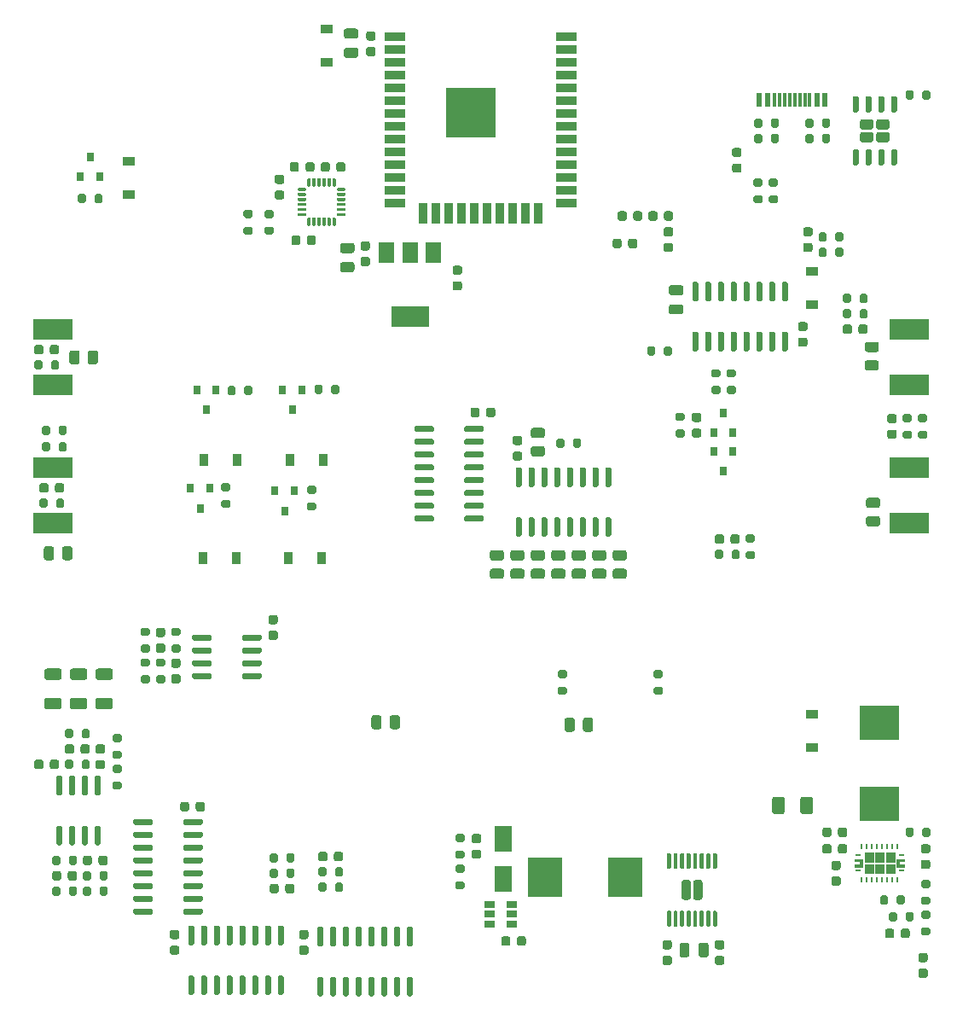
<source format=gbr>
%TF.GenerationSoftware,KiCad,Pcbnew,(5.1.10)-1*%
%TF.CreationDate,2021-06-14T22:23:36+02:00*%
%TF.ProjectId,TrackJet_H01,54726163-6b4a-4657-945f-4830312e6b69,rev?*%
%TF.SameCoordinates,Original*%
%TF.FileFunction,Paste,Top*%
%TF.FilePolarity,Positive*%
%FSLAX46Y46*%
G04 Gerber Fmt 4.6, Leading zero omitted, Abs format (unit mm)*
G04 Created by KiCad (PCBNEW (5.1.10)-1) date 2021-06-14 22:23:36*
%MOMM*%
%LPD*%
G01*
G04 APERTURE LIST*
%ADD10C,0.010000*%
%ADD11R,1.200000X0.900000*%
%ADD12R,4.000000X2.000000*%
%ADD13R,0.600000X1.450000*%
%ADD14R,0.300000X1.450000*%
%ADD15R,0.900000X1.200000*%
%ADD16R,0.600000X0.240000*%
%ADD17R,0.240000X0.600000*%
%ADD18R,1.800000X2.500000*%
%ADD19R,0.800000X0.900000*%
%ADD20R,3.500000X4.000000*%
%ADD21R,4.000000X3.500000*%
%ADD22R,1.500000X2.000000*%
%ADD23R,3.800000X2.000000*%
%ADD24R,1.060000X0.650000*%
%ADD25R,2.000000X0.900000*%
%ADD26R,0.900000X2.000000*%
%ADD27R,5.000000X5.000000*%
G04 APERTURE END LIST*
D10*
%TO.C,U5*%
G36*
X84157000Y-83793000D02*
G01*
X84157000Y-84713000D01*
X85007000Y-84713000D01*
X85007000Y-83793000D01*
X84157000Y-83793000D01*
G37*
X84157000Y-83793000D02*
X84157000Y-84713000D01*
X85007000Y-84713000D01*
X85007000Y-83793000D01*
X84157000Y-83793000D01*
G36*
X84157000Y-82673000D02*
G01*
X84157000Y-83593000D01*
X85007000Y-83593000D01*
X85007000Y-82673000D01*
X84157000Y-82673000D01*
G37*
X84157000Y-82673000D02*
X84157000Y-83593000D01*
X85007000Y-83593000D01*
X85007000Y-82673000D01*
X84157000Y-82673000D01*
G36*
X83107000Y-83793000D02*
G01*
X83107000Y-84713000D01*
X83957000Y-84713000D01*
X83957000Y-83793000D01*
X83107000Y-83793000D01*
G37*
X83107000Y-83793000D02*
X83107000Y-84713000D01*
X83957000Y-84713000D01*
X83957000Y-83793000D01*
X83107000Y-83793000D01*
G36*
X83107000Y-82673000D02*
G01*
X83107000Y-83593000D01*
X83957000Y-83593000D01*
X83957000Y-82673000D01*
X83107000Y-82673000D01*
G37*
X83107000Y-82673000D02*
X83107000Y-83593000D01*
X83957000Y-83593000D01*
X83957000Y-82673000D01*
X83107000Y-82673000D01*
G36*
X85207000Y-83793000D02*
G01*
X85207000Y-84713000D01*
X86057000Y-84713000D01*
X86057000Y-83793000D01*
X85207000Y-83793000D01*
G37*
X85207000Y-83793000D02*
X85207000Y-84713000D01*
X86057000Y-84713000D01*
X86057000Y-83793000D01*
X85207000Y-83793000D01*
G36*
X85207000Y-82673000D02*
G01*
X85207000Y-83593000D01*
X86057000Y-83593000D01*
X86057000Y-82673000D01*
X85207000Y-82673000D01*
G37*
X85207000Y-82673000D02*
X85207000Y-83593000D01*
X86057000Y-83593000D01*
X86057000Y-82673000D01*
X85207000Y-82673000D01*
G36*
X86257000Y-83318000D02*
G01*
X86982000Y-83318000D01*
X86984617Y-83318069D01*
X86987226Y-83318274D01*
X86989822Y-83318616D01*
X86992396Y-83319093D01*
X86994941Y-83319704D01*
X86997451Y-83320447D01*
X86999918Y-83321321D01*
X87002337Y-83322323D01*
X87004700Y-83323450D01*
X87007000Y-83324699D01*
X87009232Y-83326066D01*
X87011389Y-83327549D01*
X87013466Y-83329143D01*
X87015457Y-83330843D01*
X87017355Y-83332645D01*
X87019157Y-83334543D01*
X87020857Y-83336534D01*
X87022451Y-83338611D01*
X87023934Y-83340768D01*
X87025301Y-83343000D01*
X87026550Y-83345300D01*
X87027677Y-83347663D01*
X87028679Y-83350082D01*
X87029553Y-83352549D01*
X87030296Y-83355059D01*
X87030907Y-83357604D01*
X87031384Y-83360178D01*
X87031726Y-83362774D01*
X87031931Y-83365383D01*
X87032000Y-83368000D01*
X87032000Y-83468000D01*
X87031931Y-83470617D01*
X87031726Y-83473226D01*
X87031384Y-83475822D01*
X87030907Y-83478396D01*
X87030296Y-83480941D01*
X87029553Y-83483451D01*
X87028679Y-83485918D01*
X87027677Y-83488337D01*
X87026550Y-83490700D01*
X87025301Y-83493000D01*
X87023934Y-83495232D01*
X87022451Y-83497389D01*
X87020857Y-83499466D01*
X87019157Y-83501457D01*
X87017355Y-83503355D01*
X87015457Y-83505157D01*
X87013466Y-83506857D01*
X87011389Y-83508451D01*
X87009232Y-83509934D01*
X87007000Y-83511301D01*
X87004700Y-83512550D01*
X87002337Y-83513677D01*
X86999918Y-83514679D01*
X86997451Y-83515553D01*
X86994941Y-83516296D01*
X86992396Y-83516907D01*
X86989822Y-83517384D01*
X86987226Y-83517726D01*
X86984617Y-83517931D01*
X86982000Y-83518000D01*
X86507000Y-83518000D01*
X86507000Y-83868000D01*
X86982000Y-83868000D01*
X86984617Y-83868069D01*
X86987226Y-83868274D01*
X86989822Y-83868616D01*
X86992396Y-83869093D01*
X86994941Y-83869704D01*
X86997451Y-83870447D01*
X86999918Y-83871321D01*
X87002337Y-83872323D01*
X87004700Y-83873450D01*
X87007000Y-83874699D01*
X87009232Y-83876066D01*
X87011389Y-83877549D01*
X87013466Y-83879143D01*
X87015457Y-83880843D01*
X87017355Y-83882645D01*
X87019157Y-83884543D01*
X87020857Y-83886534D01*
X87022451Y-83888611D01*
X87023934Y-83890768D01*
X87025301Y-83893000D01*
X87026550Y-83895300D01*
X87027677Y-83897663D01*
X87028679Y-83900082D01*
X87029553Y-83902549D01*
X87030296Y-83905059D01*
X87030907Y-83907604D01*
X87031384Y-83910178D01*
X87031726Y-83912774D01*
X87031931Y-83915383D01*
X87032000Y-83918000D01*
X87032000Y-84018000D01*
X87031931Y-84020617D01*
X87031726Y-84023226D01*
X87031384Y-84025822D01*
X87030907Y-84028396D01*
X87030296Y-84030941D01*
X87029553Y-84033451D01*
X87028679Y-84035918D01*
X87027677Y-84038337D01*
X87026550Y-84040700D01*
X87025301Y-84043000D01*
X87023934Y-84045232D01*
X87022451Y-84047389D01*
X87020857Y-84049466D01*
X87019157Y-84051457D01*
X87017355Y-84053355D01*
X87015457Y-84055157D01*
X87013466Y-84056857D01*
X87011389Y-84058451D01*
X87009232Y-84059934D01*
X87007000Y-84061301D01*
X87004700Y-84062550D01*
X87002337Y-84063677D01*
X86999918Y-84064679D01*
X86997451Y-84065553D01*
X86994941Y-84066296D01*
X86992396Y-84066907D01*
X86989822Y-84067384D01*
X86987226Y-84067726D01*
X86984617Y-84067931D01*
X86982000Y-84068000D01*
X86257000Y-84068000D01*
X86257000Y-83318000D01*
G37*
X86257000Y-83318000D02*
X86982000Y-83318000D01*
X86984617Y-83318069D01*
X86987226Y-83318274D01*
X86989822Y-83318616D01*
X86992396Y-83319093D01*
X86994941Y-83319704D01*
X86997451Y-83320447D01*
X86999918Y-83321321D01*
X87002337Y-83322323D01*
X87004700Y-83323450D01*
X87007000Y-83324699D01*
X87009232Y-83326066D01*
X87011389Y-83327549D01*
X87013466Y-83329143D01*
X87015457Y-83330843D01*
X87017355Y-83332645D01*
X87019157Y-83334543D01*
X87020857Y-83336534D01*
X87022451Y-83338611D01*
X87023934Y-83340768D01*
X87025301Y-83343000D01*
X87026550Y-83345300D01*
X87027677Y-83347663D01*
X87028679Y-83350082D01*
X87029553Y-83352549D01*
X87030296Y-83355059D01*
X87030907Y-83357604D01*
X87031384Y-83360178D01*
X87031726Y-83362774D01*
X87031931Y-83365383D01*
X87032000Y-83368000D01*
X87032000Y-83468000D01*
X87031931Y-83470617D01*
X87031726Y-83473226D01*
X87031384Y-83475822D01*
X87030907Y-83478396D01*
X87030296Y-83480941D01*
X87029553Y-83483451D01*
X87028679Y-83485918D01*
X87027677Y-83488337D01*
X87026550Y-83490700D01*
X87025301Y-83493000D01*
X87023934Y-83495232D01*
X87022451Y-83497389D01*
X87020857Y-83499466D01*
X87019157Y-83501457D01*
X87017355Y-83503355D01*
X87015457Y-83505157D01*
X87013466Y-83506857D01*
X87011389Y-83508451D01*
X87009232Y-83509934D01*
X87007000Y-83511301D01*
X87004700Y-83512550D01*
X87002337Y-83513677D01*
X86999918Y-83514679D01*
X86997451Y-83515553D01*
X86994941Y-83516296D01*
X86992396Y-83516907D01*
X86989822Y-83517384D01*
X86987226Y-83517726D01*
X86984617Y-83517931D01*
X86982000Y-83518000D01*
X86507000Y-83518000D01*
X86507000Y-83868000D01*
X86982000Y-83868000D01*
X86984617Y-83868069D01*
X86987226Y-83868274D01*
X86989822Y-83868616D01*
X86992396Y-83869093D01*
X86994941Y-83869704D01*
X86997451Y-83870447D01*
X86999918Y-83871321D01*
X87002337Y-83872323D01*
X87004700Y-83873450D01*
X87007000Y-83874699D01*
X87009232Y-83876066D01*
X87011389Y-83877549D01*
X87013466Y-83879143D01*
X87015457Y-83880843D01*
X87017355Y-83882645D01*
X87019157Y-83884543D01*
X87020857Y-83886534D01*
X87022451Y-83888611D01*
X87023934Y-83890768D01*
X87025301Y-83893000D01*
X87026550Y-83895300D01*
X87027677Y-83897663D01*
X87028679Y-83900082D01*
X87029553Y-83902549D01*
X87030296Y-83905059D01*
X87030907Y-83907604D01*
X87031384Y-83910178D01*
X87031726Y-83912774D01*
X87031931Y-83915383D01*
X87032000Y-83918000D01*
X87032000Y-84018000D01*
X87031931Y-84020617D01*
X87031726Y-84023226D01*
X87031384Y-84025822D01*
X87030907Y-84028396D01*
X87030296Y-84030941D01*
X87029553Y-84033451D01*
X87028679Y-84035918D01*
X87027677Y-84038337D01*
X87026550Y-84040700D01*
X87025301Y-84043000D01*
X87023934Y-84045232D01*
X87022451Y-84047389D01*
X87020857Y-84049466D01*
X87019157Y-84051457D01*
X87017355Y-84053355D01*
X87015457Y-84055157D01*
X87013466Y-84056857D01*
X87011389Y-84058451D01*
X87009232Y-84059934D01*
X87007000Y-84061301D01*
X87004700Y-84062550D01*
X87002337Y-84063677D01*
X86999918Y-84064679D01*
X86997451Y-84065553D01*
X86994941Y-84066296D01*
X86992396Y-84066907D01*
X86989822Y-84067384D01*
X86987226Y-84067726D01*
X86984617Y-84067931D01*
X86982000Y-84068000D01*
X86257000Y-84068000D01*
X86257000Y-83318000D01*
G36*
X82907000Y-84068000D02*
G01*
X82182000Y-84068000D01*
X82179383Y-84067931D01*
X82176774Y-84067726D01*
X82174178Y-84067384D01*
X82171604Y-84066907D01*
X82169059Y-84066296D01*
X82166549Y-84065553D01*
X82164082Y-84064679D01*
X82161663Y-84063677D01*
X82159300Y-84062550D01*
X82157000Y-84061301D01*
X82154768Y-84059934D01*
X82152611Y-84058451D01*
X82150534Y-84056857D01*
X82148543Y-84055157D01*
X82146645Y-84053355D01*
X82144843Y-84051457D01*
X82143143Y-84049466D01*
X82141549Y-84047389D01*
X82140066Y-84045232D01*
X82138699Y-84043000D01*
X82137450Y-84040700D01*
X82136323Y-84038337D01*
X82135321Y-84035918D01*
X82134447Y-84033451D01*
X82133704Y-84030941D01*
X82133093Y-84028396D01*
X82132616Y-84025822D01*
X82132274Y-84023226D01*
X82132069Y-84020617D01*
X82132000Y-84018000D01*
X82132000Y-83918000D01*
X82132069Y-83915383D01*
X82132274Y-83912774D01*
X82132616Y-83910178D01*
X82133093Y-83907604D01*
X82133704Y-83905059D01*
X82134447Y-83902549D01*
X82135321Y-83900082D01*
X82136323Y-83897663D01*
X82137450Y-83895300D01*
X82138699Y-83893000D01*
X82140066Y-83890768D01*
X82141549Y-83888611D01*
X82143143Y-83886534D01*
X82144843Y-83884543D01*
X82146645Y-83882645D01*
X82148543Y-83880843D01*
X82150534Y-83879143D01*
X82152611Y-83877549D01*
X82154768Y-83876066D01*
X82157000Y-83874699D01*
X82159300Y-83873450D01*
X82161663Y-83872323D01*
X82164082Y-83871321D01*
X82166549Y-83870447D01*
X82169059Y-83869704D01*
X82171604Y-83869093D01*
X82174178Y-83868616D01*
X82176774Y-83868274D01*
X82179383Y-83868069D01*
X82182000Y-83868000D01*
X82657000Y-83868000D01*
X82657000Y-83518000D01*
X82182000Y-83518000D01*
X82179383Y-83517931D01*
X82176774Y-83517726D01*
X82174178Y-83517384D01*
X82171604Y-83516907D01*
X82169059Y-83516296D01*
X82166549Y-83515553D01*
X82164082Y-83514679D01*
X82161663Y-83513677D01*
X82159300Y-83512550D01*
X82157000Y-83511301D01*
X82154768Y-83509934D01*
X82152611Y-83508451D01*
X82150534Y-83506857D01*
X82148543Y-83505157D01*
X82146645Y-83503355D01*
X82144843Y-83501457D01*
X82143143Y-83499466D01*
X82141549Y-83497389D01*
X82140066Y-83495232D01*
X82138699Y-83493000D01*
X82137450Y-83490700D01*
X82136323Y-83488337D01*
X82135321Y-83485918D01*
X82134447Y-83483451D01*
X82133704Y-83480941D01*
X82133093Y-83478396D01*
X82132616Y-83475822D01*
X82132274Y-83473226D01*
X82132069Y-83470617D01*
X82132000Y-83468000D01*
X82132000Y-83368000D01*
X82132069Y-83365383D01*
X82132274Y-83362774D01*
X82132616Y-83360178D01*
X82133093Y-83357604D01*
X82133704Y-83355059D01*
X82134447Y-83352549D01*
X82135321Y-83350082D01*
X82136323Y-83347663D01*
X82137450Y-83345300D01*
X82138699Y-83343000D01*
X82140066Y-83340768D01*
X82141549Y-83338611D01*
X82143143Y-83336534D01*
X82144843Y-83334543D01*
X82146645Y-83332645D01*
X82148543Y-83330843D01*
X82150534Y-83329143D01*
X82152611Y-83327549D01*
X82154768Y-83326066D01*
X82157000Y-83324699D01*
X82159300Y-83323450D01*
X82161663Y-83322323D01*
X82164082Y-83321321D01*
X82166549Y-83320447D01*
X82169059Y-83319704D01*
X82171604Y-83319093D01*
X82174178Y-83318616D01*
X82176774Y-83318274D01*
X82179383Y-83318069D01*
X82182000Y-83318000D01*
X82907000Y-83318000D01*
X82907000Y-84068000D01*
G37*
X82907000Y-84068000D02*
X82182000Y-84068000D01*
X82179383Y-84067931D01*
X82176774Y-84067726D01*
X82174178Y-84067384D01*
X82171604Y-84066907D01*
X82169059Y-84066296D01*
X82166549Y-84065553D01*
X82164082Y-84064679D01*
X82161663Y-84063677D01*
X82159300Y-84062550D01*
X82157000Y-84061301D01*
X82154768Y-84059934D01*
X82152611Y-84058451D01*
X82150534Y-84056857D01*
X82148543Y-84055157D01*
X82146645Y-84053355D01*
X82144843Y-84051457D01*
X82143143Y-84049466D01*
X82141549Y-84047389D01*
X82140066Y-84045232D01*
X82138699Y-84043000D01*
X82137450Y-84040700D01*
X82136323Y-84038337D01*
X82135321Y-84035918D01*
X82134447Y-84033451D01*
X82133704Y-84030941D01*
X82133093Y-84028396D01*
X82132616Y-84025822D01*
X82132274Y-84023226D01*
X82132069Y-84020617D01*
X82132000Y-84018000D01*
X82132000Y-83918000D01*
X82132069Y-83915383D01*
X82132274Y-83912774D01*
X82132616Y-83910178D01*
X82133093Y-83907604D01*
X82133704Y-83905059D01*
X82134447Y-83902549D01*
X82135321Y-83900082D01*
X82136323Y-83897663D01*
X82137450Y-83895300D01*
X82138699Y-83893000D01*
X82140066Y-83890768D01*
X82141549Y-83888611D01*
X82143143Y-83886534D01*
X82144843Y-83884543D01*
X82146645Y-83882645D01*
X82148543Y-83880843D01*
X82150534Y-83879143D01*
X82152611Y-83877549D01*
X82154768Y-83876066D01*
X82157000Y-83874699D01*
X82159300Y-83873450D01*
X82161663Y-83872323D01*
X82164082Y-83871321D01*
X82166549Y-83870447D01*
X82169059Y-83869704D01*
X82171604Y-83869093D01*
X82174178Y-83868616D01*
X82176774Y-83868274D01*
X82179383Y-83868069D01*
X82182000Y-83868000D01*
X82657000Y-83868000D01*
X82657000Y-83518000D01*
X82182000Y-83518000D01*
X82179383Y-83517931D01*
X82176774Y-83517726D01*
X82174178Y-83517384D01*
X82171604Y-83516907D01*
X82169059Y-83516296D01*
X82166549Y-83515553D01*
X82164082Y-83514679D01*
X82161663Y-83513677D01*
X82159300Y-83512550D01*
X82157000Y-83511301D01*
X82154768Y-83509934D01*
X82152611Y-83508451D01*
X82150534Y-83506857D01*
X82148543Y-83505157D01*
X82146645Y-83503355D01*
X82144843Y-83501457D01*
X82143143Y-83499466D01*
X82141549Y-83497389D01*
X82140066Y-83495232D01*
X82138699Y-83493000D01*
X82137450Y-83490700D01*
X82136323Y-83488337D01*
X82135321Y-83485918D01*
X82134447Y-83483451D01*
X82133704Y-83480941D01*
X82133093Y-83478396D01*
X82132616Y-83475822D01*
X82132274Y-83473226D01*
X82132069Y-83470617D01*
X82132000Y-83468000D01*
X82132000Y-83368000D01*
X82132069Y-83365383D01*
X82132274Y-83362774D01*
X82132616Y-83360178D01*
X82133093Y-83357604D01*
X82133704Y-83355059D01*
X82134447Y-83352549D01*
X82135321Y-83350082D01*
X82136323Y-83347663D01*
X82137450Y-83345300D01*
X82138699Y-83343000D01*
X82140066Y-83340768D01*
X82141549Y-83338611D01*
X82143143Y-83336534D01*
X82144843Y-83334543D01*
X82146645Y-83332645D01*
X82148543Y-83330843D01*
X82150534Y-83329143D01*
X82152611Y-83327549D01*
X82154768Y-83326066D01*
X82157000Y-83324699D01*
X82159300Y-83323450D01*
X82161663Y-83322323D01*
X82164082Y-83321321D01*
X82166549Y-83320447D01*
X82169059Y-83319704D01*
X82171604Y-83319093D01*
X82174178Y-83318616D01*
X82176774Y-83318274D01*
X82179383Y-83318069D01*
X82182000Y-83318000D01*
X82907000Y-83318000D01*
X82907000Y-84068000D01*
%TD*%
%TO.C,U22*%
G36*
G01*
X65155500Y-85370000D02*
X65620500Y-85370000D01*
G75*
G02*
X65853000Y-85602500I0J-232500D01*
G01*
X65853000Y-87117500D01*
G75*
G02*
X65620500Y-87350000I-232500J0D01*
G01*
X65155500Y-87350000D01*
G75*
G02*
X64923000Y-87117500I0J232500D01*
G01*
X64923000Y-85602500D01*
G75*
G02*
X65155500Y-85370000I232500J0D01*
G01*
G37*
G36*
G01*
X66315500Y-85370000D02*
X66780500Y-85370000D01*
G75*
G02*
X67013000Y-85602500I0J-232500D01*
G01*
X67013000Y-87117500D01*
G75*
G02*
X66780500Y-87350000I-232500J0D01*
G01*
X66315500Y-87350000D01*
G75*
G02*
X66083000Y-87117500I0J232500D01*
G01*
X66083000Y-85602500D01*
G75*
G02*
X66315500Y-85370000I232500J0D01*
G01*
G37*
G36*
G01*
X68143000Y-88435000D02*
X68343000Y-88435000D01*
G75*
G02*
X68443000Y-88535000I0J-100000D01*
G01*
X68443000Y-89910000D01*
G75*
G02*
X68343000Y-90010000I-100000J0D01*
G01*
X68143000Y-90010000D01*
G75*
G02*
X68043000Y-89910000I0J100000D01*
G01*
X68043000Y-88535000D01*
G75*
G02*
X68143000Y-88435000I100000J0D01*
G01*
G37*
G36*
G01*
X67493000Y-88435000D02*
X67693000Y-88435000D01*
G75*
G02*
X67793000Y-88535000I0J-100000D01*
G01*
X67793000Y-89910000D01*
G75*
G02*
X67693000Y-90010000I-100000J0D01*
G01*
X67493000Y-90010000D01*
G75*
G02*
X67393000Y-89910000I0J100000D01*
G01*
X67393000Y-88535000D01*
G75*
G02*
X67493000Y-88435000I100000J0D01*
G01*
G37*
G36*
G01*
X66843000Y-88435000D02*
X67043000Y-88435000D01*
G75*
G02*
X67143000Y-88535000I0J-100000D01*
G01*
X67143000Y-89910000D01*
G75*
G02*
X67043000Y-90010000I-100000J0D01*
G01*
X66843000Y-90010000D01*
G75*
G02*
X66743000Y-89910000I0J100000D01*
G01*
X66743000Y-88535000D01*
G75*
G02*
X66843000Y-88435000I100000J0D01*
G01*
G37*
G36*
G01*
X66193000Y-88435000D02*
X66393000Y-88435000D01*
G75*
G02*
X66493000Y-88535000I0J-100000D01*
G01*
X66493000Y-89910000D01*
G75*
G02*
X66393000Y-90010000I-100000J0D01*
G01*
X66193000Y-90010000D01*
G75*
G02*
X66093000Y-89910000I0J100000D01*
G01*
X66093000Y-88535000D01*
G75*
G02*
X66193000Y-88435000I100000J0D01*
G01*
G37*
G36*
G01*
X65543000Y-88435000D02*
X65743000Y-88435000D01*
G75*
G02*
X65843000Y-88535000I0J-100000D01*
G01*
X65843000Y-89910000D01*
G75*
G02*
X65743000Y-90010000I-100000J0D01*
G01*
X65543000Y-90010000D01*
G75*
G02*
X65443000Y-89910000I0J100000D01*
G01*
X65443000Y-88535000D01*
G75*
G02*
X65543000Y-88435000I100000J0D01*
G01*
G37*
G36*
G01*
X64893000Y-88435000D02*
X65093000Y-88435000D01*
G75*
G02*
X65193000Y-88535000I0J-100000D01*
G01*
X65193000Y-89910000D01*
G75*
G02*
X65093000Y-90010000I-100000J0D01*
G01*
X64893000Y-90010000D01*
G75*
G02*
X64793000Y-89910000I0J100000D01*
G01*
X64793000Y-88535000D01*
G75*
G02*
X64893000Y-88435000I100000J0D01*
G01*
G37*
G36*
G01*
X64243000Y-88435000D02*
X64443000Y-88435000D01*
G75*
G02*
X64543000Y-88535000I0J-100000D01*
G01*
X64543000Y-89910000D01*
G75*
G02*
X64443000Y-90010000I-100000J0D01*
G01*
X64243000Y-90010000D01*
G75*
G02*
X64143000Y-89910000I0J100000D01*
G01*
X64143000Y-88535000D01*
G75*
G02*
X64243000Y-88435000I100000J0D01*
G01*
G37*
G36*
G01*
X63593000Y-88435000D02*
X63793000Y-88435000D01*
G75*
G02*
X63893000Y-88535000I0J-100000D01*
G01*
X63893000Y-89910000D01*
G75*
G02*
X63793000Y-90010000I-100000J0D01*
G01*
X63593000Y-90010000D01*
G75*
G02*
X63493000Y-89910000I0J100000D01*
G01*
X63493000Y-88535000D01*
G75*
G02*
X63593000Y-88435000I100000J0D01*
G01*
G37*
G36*
G01*
X63593000Y-82710000D02*
X63793000Y-82710000D01*
G75*
G02*
X63893000Y-82810000I0J-100000D01*
G01*
X63893000Y-84185000D01*
G75*
G02*
X63793000Y-84285000I-100000J0D01*
G01*
X63593000Y-84285000D01*
G75*
G02*
X63493000Y-84185000I0J100000D01*
G01*
X63493000Y-82810000D01*
G75*
G02*
X63593000Y-82710000I100000J0D01*
G01*
G37*
G36*
G01*
X64243000Y-82710000D02*
X64443000Y-82710000D01*
G75*
G02*
X64543000Y-82810000I0J-100000D01*
G01*
X64543000Y-84185000D01*
G75*
G02*
X64443000Y-84285000I-100000J0D01*
G01*
X64243000Y-84285000D01*
G75*
G02*
X64143000Y-84185000I0J100000D01*
G01*
X64143000Y-82810000D01*
G75*
G02*
X64243000Y-82710000I100000J0D01*
G01*
G37*
G36*
G01*
X64893000Y-82710000D02*
X65093000Y-82710000D01*
G75*
G02*
X65193000Y-82810000I0J-100000D01*
G01*
X65193000Y-84185000D01*
G75*
G02*
X65093000Y-84285000I-100000J0D01*
G01*
X64893000Y-84285000D01*
G75*
G02*
X64793000Y-84185000I0J100000D01*
G01*
X64793000Y-82810000D01*
G75*
G02*
X64893000Y-82710000I100000J0D01*
G01*
G37*
G36*
G01*
X65543000Y-82710000D02*
X65743000Y-82710000D01*
G75*
G02*
X65843000Y-82810000I0J-100000D01*
G01*
X65843000Y-84185000D01*
G75*
G02*
X65743000Y-84285000I-100000J0D01*
G01*
X65543000Y-84285000D01*
G75*
G02*
X65443000Y-84185000I0J100000D01*
G01*
X65443000Y-82810000D01*
G75*
G02*
X65543000Y-82710000I100000J0D01*
G01*
G37*
G36*
G01*
X66193000Y-82710000D02*
X66393000Y-82710000D01*
G75*
G02*
X66493000Y-82810000I0J-100000D01*
G01*
X66493000Y-84185000D01*
G75*
G02*
X66393000Y-84285000I-100000J0D01*
G01*
X66193000Y-84285000D01*
G75*
G02*
X66093000Y-84185000I0J100000D01*
G01*
X66093000Y-82810000D01*
G75*
G02*
X66193000Y-82710000I100000J0D01*
G01*
G37*
G36*
G01*
X66843000Y-82710000D02*
X67043000Y-82710000D01*
G75*
G02*
X67143000Y-82810000I0J-100000D01*
G01*
X67143000Y-84185000D01*
G75*
G02*
X67043000Y-84285000I-100000J0D01*
G01*
X66843000Y-84285000D01*
G75*
G02*
X66743000Y-84185000I0J100000D01*
G01*
X66743000Y-82810000D01*
G75*
G02*
X66843000Y-82710000I100000J0D01*
G01*
G37*
G36*
G01*
X67493000Y-82710000D02*
X67693000Y-82710000D01*
G75*
G02*
X67793000Y-82810000I0J-100000D01*
G01*
X67793000Y-84185000D01*
G75*
G02*
X67693000Y-84285000I-100000J0D01*
G01*
X67493000Y-84285000D01*
G75*
G02*
X67393000Y-84185000I0J100000D01*
G01*
X67393000Y-82810000D01*
G75*
G02*
X67493000Y-82710000I100000J0D01*
G01*
G37*
G36*
G01*
X68143000Y-82710000D02*
X68343000Y-82710000D01*
G75*
G02*
X68443000Y-82810000I0J-100000D01*
G01*
X68443000Y-84185000D01*
G75*
G02*
X68343000Y-84285000I-100000J0D01*
G01*
X68143000Y-84285000D01*
G75*
G02*
X68043000Y-84185000I0J100000D01*
G01*
X68043000Y-82810000D01*
G75*
G02*
X68143000Y-82710000I100000J0D01*
G01*
G37*
%TD*%
%TO.C,C25*%
G36*
G01*
X63750000Y-92258000D02*
X63250000Y-92258000D01*
G75*
G02*
X63025000Y-92033000I0J225000D01*
G01*
X63025000Y-91583000D01*
G75*
G02*
X63250000Y-91358000I225000J0D01*
G01*
X63750000Y-91358000D01*
G75*
G02*
X63975000Y-91583000I0J-225000D01*
G01*
X63975000Y-92033000D01*
G75*
G02*
X63750000Y-92258000I-225000J0D01*
G01*
G37*
G36*
G01*
X63750000Y-93808000D02*
X63250000Y-93808000D01*
G75*
G02*
X63025000Y-93583000I0J225000D01*
G01*
X63025000Y-93133000D01*
G75*
G02*
X63250000Y-92908000I225000J0D01*
G01*
X63750000Y-92908000D01*
G75*
G02*
X63975000Y-93133000I0J-225000D01*
G01*
X63975000Y-93583000D01*
G75*
G02*
X63750000Y-93808000I-225000J0D01*
G01*
G37*
%TD*%
%TO.C,C24*%
G36*
G01*
X66617000Y-92804000D02*
X66617000Y-91854000D01*
G75*
G02*
X66867000Y-91604000I250000J0D01*
G01*
X67367000Y-91604000D01*
G75*
G02*
X67617000Y-91854000I0J-250000D01*
G01*
X67617000Y-92804000D01*
G75*
G02*
X67367000Y-93054000I-250000J0D01*
G01*
X66867000Y-93054000D01*
G75*
G02*
X66617000Y-92804000I0J250000D01*
G01*
G37*
G36*
G01*
X64717000Y-92804000D02*
X64717000Y-91854000D01*
G75*
G02*
X64967000Y-91604000I250000J0D01*
G01*
X65467000Y-91604000D01*
G75*
G02*
X65717000Y-91854000I0J-250000D01*
G01*
X65717000Y-92804000D01*
G75*
G02*
X65467000Y-93054000I-250000J0D01*
G01*
X64967000Y-93054000D01*
G75*
G02*
X64717000Y-92804000I0J250000D01*
G01*
G37*
%TD*%
%TO.C,C23*%
G36*
G01*
X68457000Y-92908000D02*
X68957000Y-92908000D01*
G75*
G02*
X69182000Y-93133000I0J-225000D01*
G01*
X69182000Y-93583000D01*
G75*
G02*
X68957000Y-93808000I-225000J0D01*
G01*
X68457000Y-93808000D01*
G75*
G02*
X68232000Y-93583000I0J225000D01*
G01*
X68232000Y-93133000D01*
G75*
G02*
X68457000Y-92908000I225000J0D01*
G01*
G37*
G36*
G01*
X68457000Y-91358000D02*
X68957000Y-91358000D01*
G75*
G02*
X69182000Y-91583000I0J-225000D01*
G01*
X69182000Y-92033000D01*
G75*
G02*
X68957000Y-92258000I-225000J0D01*
G01*
X68457000Y-92258000D01*
G75*
G02*
X68232000Y-92033000I0J225000D01*
G01*
X68232000Y-91583000D01*
G75*
G02*
X68457000Y-91358000I225000J0D01*
G01*
G37*
%TD*%
D11*
%TO.C,D15*%
X77851000Y-25020000D03*
X77851000Y-28320000D03*
%TD*%
%TO.C,D13*%
X10033000Y-14098000D03*
X10033000Y-17398000D03*
%TD*%
%TO.C,C22*%
G36*
G01*
X66671000Y-39934000D02*
X66171000Y-39934000D01*
G75*
G02*
X65946000Y-39709000I0J225000D01*
G01*
X65946000Y-39259000D01*
G75*
G02*
X66171000Y-39034000I225000J0D01*
G01*
X66671000Y-39034000D01*
G75*
G02*
X66896000Y-39259000I0J-225000D01*
G01*
X66896000Y-39709000D01*
G75*
G02*
X66671000Y-39934000I-225000J0D01*
G01*
G37*
G36*
G01*
X66671000Y-41484000D02*
X66171000Y-41484000D01*
G75*
G02*
X65946000Y-41259000I0J225000D01*
G01*
X65946000Y-40809000D01*
G75*
G02*
X66171000Y-40584000I225000J0D01*
G01*
X66671000Y-40584000D01*
G75*
G02*
X66896000Y-40809000I0J-225000D01*
G01*
X66896000Y-41259000D01*
G75*
G02*
X66671000Y-41484000I-225000J0D01*
G01*
G37*
%TD*%
%TO.C,R75*%
G36*
G01*
X87624000Y-39946000D02*
X87074000Y-39946000D01*
G75*
G02*
X86874000Y-39746000I0J200000D01*
G01*
X86874000Y-39346000D01*
G75*
G02*
X87074000Y-39146000I200000J0D01*
G01*
X87624000Y-39146000D01*
G75*
G02*
X87824000Y-39346000I0J-200000D01*
G01*
X87824000Y-39746000D01*
G75*
G02*
X87624000Y-39946000I-200000J0D01*
G01*
G37*
G36*
G01*
X87624000Y-41596000D02*
X87074000Y-41596000D01*
G75*
G02*
X86874000Y-41396000I0J200000D01*
G01*
X86874000Y-40996000D01*
G75*
G02*
X87074000Y-40796000I200000J0D01*
G01*
X87624000Y-40796000D01*
G75*
G02*
X87824000Y-40996000I0J-200000D01*
G01*
X87824000Y-41396000D01*
G75*
G02*
X87624000Y-41596000I-200000J0D01*
G01*
G37*
%TD*%
%TO.C,R74*%
G36*
G01*
X1480000Y-34015000D02*
X1480000Y-34565000D01*
G75*
G02*
X1280000Y-34765000I-200000J0D01*
G01*
X880000Y-34765000D01*
G75*
G02*
X680000Y-34565000I0J200000D01*
G01*
X680000Y-34015000D01*
G75*
G02*
X880000Y-33815000I200000J0D01*
G01*
X1280000Y-33815000D01*
G75*
G02*
X1480000Y-34015000I0J-200000D01*
G01*
G37*
G36*
G01*
X3130000Y-34015000D02*
X3130000Y-34565000D01*
G75*
G02*
X2930000Y-34765000I-200000J0D01*
G01*
X2530000Y-34765000D01*
G75*
G02*
X2330000Y-34565000I0J200000D01*
G01*
X2330000Y-34015000D01*
G75*
G02*
X2530000Y-33815000I200000J0D01*
G01*
X2930000Y-33815000D01*
G75*
G02*
X3130000Y-34015000I0J-200000D01*
G01*
G37*
%TD*%
%TO.C,R73*%
G36*
G01*
X82594000Y-29485000D02*
X82594000Y-28935000D01*
G75*
G02*
X82794000Y-28735000I200000J0D01*
G01*
X83194000Y-28735000D01*
G75*
G02*
X83394000Y-28935000I0J-200000D01*
G01*
X83394000Y-29485000D01*
G75*
G02*
X83194000Y-29685000I-200000J0D01*
G01*
X82794000Y-29685000D01*
G75*
G02*
X82594000Y-29485000I0J200000D01*
G01*
G37*
G36*
G01*
X80944000Y-29485000D02*
X80944000Y-28935000D01*
G75*
G02*
X81144000Y-28735000I200000J0D01*
G01*
X81544000Y-28735000D01*
G75*
G02*
X81744000Y-28935000I0J-200000D01*
G01*
X81744000Y-29485000D01*
G75*
G02*
X81544000Y-29685000I-200000J0D01*
G01*
X81144000Y-29685000D01*
G75*
G02*
X80944000Y-29485000I0J200000D01*
G01*
G37*
%TD*%
%TO.C,R72*%
G36*
G01*
X30524000Y-84857000D02*
X30524000Y-84307000D01*
G75*
G02*
X30724000Y-84107000I200000J0D01*
G01*
X31124000Y-84107000D01*
G75*
G02*
X31324000Y-84307000I0J-200000D01*
G01*
X31324000Y-84857000D01*
G75*
G02*
X31124000Y-85057000I-200000J0D01*
G01*
X30724000Y-85057000D01*
G75*
G02*
X30524000Y-84857000I0J200000D01*
G01*
G37*
G36*
G01*
X28874000Y-84857000D02*
X28874000Y-84307000D01*
G75*
G02*
X29074000Y-84107000I200000J0D01*
G01*
X29474000Y-84107000D01*
G75*
G02*
X29674000Y-84307000I0J-200000D01*
G01*
X29674000Y-84857000D01*
G75*
G02*
X29474000Y-85057000I-200000J0D01*
G01*
X29074000Y-85057000D01*
G75*
G02*
X28874000Y-84857000I0J200000D01*
G01*
G37*
%TD*%
%TO.C,R71*%
G36*
G01*
X1988000Y-47731000D02*
X1988000Y-48281000D01*
G75*
G02*
X1788000Y-48481000I-200000J0D01*
G01*
X1388000Y-48481000D01*
G75*
G02*
X1188000Y-48281000I0J200000D01*
G01*
X1188000Y-47731000D01*
G75*
G02*
X1388000Y-47531000I200000J0D01*
G01*
X1788000Y-47531000D01*
G75*
G02*
X1988000Y-47731000I0J-200000D01*
G01*
G37*
G36*
G01*
X3638000Y-47731000D02*
X3638000Y-48281000D01*
G75*
G02*
X3438000Y-48481000I-200000J0D01*
G01*
X3038000Y-48481000D01*
G75*
G02*
X2838000Y-48281000I0J200000D01*
G01*
X2838000Y-47731000D01*
G75*
G02*
X3038000Y-47531000I200000J0D01*
G01*
X3438000Y-47531000D01*
G75*
G02*
X3638000Y-47731000I0J-200000D01*
G01*
G37*
%TD*%
%TO.C,R70*%
G36*
G01*
X25698000Y-84984000D02*
X25698000Y-84434000D01*
G75*
G02*
X25898000Y-84234000I200000J0D01*
G01*
X26298000Y-84234000D01*
G75*
G02*
X26498000Y-84434000I0J-200000D01*
G01*
X26498000Y-84984000D01*
G75*
G02*
X26298000Y-85184000I-200000J0D01*
G01*
X25898000Y-85184000D01*
G75*
G02*
X25698000Y-84984000I0J200000D01*
G01*
G37*
G36*
G01*
X24048000Y-84984000D02*
X24048000Y-84434000D01*
G75*
G02*
X24248000Y-84234000I200000J0D01*
G01*
X24648000Y-84234000D01*
G75*
G02*
X24848000Y-84434000I0J-200000D01*
G01*
X24848000Y-84984000D01*
G75*
G02*
X24648000Y-85184000I-200000J0D01*
G01*
X24248000Y-85184000D01*
G75*
G02*
X24048000Y-84984000I0J200000D01*
G01*
G37*
%TD*%
%TO.C,C21*%
G36*
G01*
X86075000Y-40046000D02*
X85575000Y-40046000D01*
G75*
G02*
X85350000Y-39821000I0J225000D01*
G01*
X85350000Y-39371000D01*
G75*
G02*
X85575000Y-39146000I225000J0D01*
G01*
X86075000Y-39146000D01*
G75*
G02*
X86300000Y-39371000I0J-225000D01*
G01*
X86300000Y-39821000D01*
G75*
G02*
X86075000Y-40046000I-225000J0D01*
G01*
G37*
G36*
G01*
X86075000Y-41596000D02*
X85575000Y-41596000D01*
G75*
G02*
X85350000Y-41371000I0J225000D01*
G01*
X85350000Y-40921000D01*
G75*
G02*
X85575000Y-40696000I225000J0D01*
G01*
X86075000Y-40696000D01*
G75*
G02*
X86300000Y-40921000I0J-225000D01*
G01*
X86300000Y-41371000D01*
G75*
G02*
X86075000Y-41596000I-225000J0D01*
G01*
G37*
%TD*%
%TO.C,C20*%
G36*
G01*
X2230000Y-33016000D02*
X2230000Y-32516000D01*
G75*
G02*
X2455000Y-32291000I225000J0D01*
G01*
X2905000Y-32291000D01*
G75*
G02*
X3130000Y-32516000I0J-225000D01*
G01*
X3130000Y-33016000D01*
G75*
G02*
X2905000Y-33241000I-225000J0D01*
G01*
X2455000Y-33241000D01*
G75*
G02*
X2230000Y-33016000I0J225000D01*
G01*
G37*
G36*
G01*
X680000Y-33016000D02*
X680000Y-32516000D01*
G75*
G02*
X905000Y-32291000I225000J0D01*
G01*
X1355000Y-32291000D01*
G75*
G02*
X1580000Y-32516000I0J-225000D01*
G01*
X1580000Y-33016000D01*
G75*
G02*
X1355000Y-33241000I-225000J0D01*
G01*
X905000Y-33241000D01*
G75*
G02*
X680000Y-33016000I0J225000D01*
G01*
G37*
%TD*%
%TO.C,C19*%
G36*
G01*
X82494000Y-30984000D02*
X82494000Y-30484000D01*
G75*
G02*
X82719000Y-30259000I225000J0D01*
G01*
X83169000Y-30259000D01*
G75*
G02*
X83394000Y-30484000I0J-225000D01*
G01*
X83394000Y-30984000D01*
G75*
G02*
X83169000Y-31209000I-225000J0D01*
G01*
X82719000Y-31209000D01*
G75*
G02*
X82494000Y-30984000I0J225000D01*
G01*
G37*
G36*
G01*
X80944000Y-30984000D02*
X80944000Y-30484000D01*
G75*
G02*
X81169000Y-30259000I225000J0D01*
G01*
X81619000Y-30259000D01*
G75*
G02*
X81844000Y-30484000I0J-225000D01*
G01*
X81844000Y-30984000D01*
G75*
G02*
X81619000Y-31209000I-225000J0D01*
G01*
X81169000Y-31209000D01*
G75*
G02*
X80944000Y-30984000I0J225000D01*
G01*
G37*
%TD*%
%TO.C,C18*%
G36*
G01*
X30424000Y-83308000D02*
X30424000Y-82808000D01*
G75*
G02*
X30649000Y-82583000I225000J0D01*
G01*
X31099000Y-82583000D01*
G75*
G02*
X31324000Y-82808000I0J-225000D01*
G01*
X31324000Y-83308000D01*
G75*
G02*
X31099000Y-83533000I-225000J0D01*
G01*
X30649000Y-83533000D01*
G75*
G02*
X30424000Y-83308000I0J225000D01*
G01*
G37*
G36*
G01*
X28874000Y-83308000D02*
X28874000Y-82808000D01*
G75*
G02*
X29099000Y-82583000I225000J0D01*
G01*
X29549000Y-82583000D01*
G75*
G02*
X29774000Y-82808000I0J-225000D01*
G01*
X29774000Y-83308000D01*
G75*
G02*
X29549000Y-83533000I-225000J0D01*
G01*
X29099000Y-83533000D01*
G75*
G02*
X28874000Y-83308000I0J225000D01*
G01*
G37*
%TD*%
%TO.C,C17*%
G36*
G01*
X2088000Y-46232000D02*
X2088000Y-46732000D01*
G75*
G02*
X1863000Y-46957000I-225000J0D01*
G01*
X1413000Y-46957000D01*
G75*
G02*
X1188000Y-46732000I0J225000D01*
G01*
X1188000Y-46232000D01*
G75*
G02*
X1413000Y-46007000I225000J0D01*
G01*
X1863000Y-46007000D01*
G75*
G02*
X2088000Y-46232000I0J-225000D01*
G01*
G37*
G36*
G01*
X3638000Y-46232000D02*
X3638000Y-46732000D01*
G75*
G02*
X3413000Y-46957000I-225000J0D01*
G01*
X2963000Y-46957000D01*
G75*
G02*
X2738000Y-46732000I0J225000D01*
G01*
X2738000Y-46232000D01*
G75*
G02*
X2963000Y-46007000I225000J0D01*
G01*
X3413000Y-46007000D01*
G75*
G02*
X3638000Y-46232000I0J-225000D01*
G01*
G37*
%TD*%
%TO.C,C16*%
G36*
G01*
X25598000Y-86483000D02*
X25598000Y-85983000D01*
G75*
G02*
X25823000Y-85758000I225000J0D01*
G01*
X26273000Y-85758000D01*
G75*
G02*
X26498000Y-85983000I0J-225000D01*
G01*
X26498000Y-86483000D01*
G75*
G02*
X26273000Y-86708000I-225000J0D01*
G01*
X25823000Y-86708000D01*
G75*
G02*
X25598000Y-86483000I0J225000D01*
G01*
G37*
G36*
G01*
X24048000Y-86483000D02*
X24048000Y-85983000D01*
G75*
G02*
X24273000Y-85758000I225000J0D01*
G01*
X24723000Y-85758000D01*
G75*
G02*
X24948000Y-85983000I0J-225000D01*
G01*
X24948000Y-86483000D01*
G75*
G02*
X24723000Y-86708000I-225000J0D01*
G01*
X24273000Y-86708000D01*
G75*
G02*
X24048000Y-86483000I0J225000D01*
G01*
G37*
%TD*%
D12*
%TO.C,U12*%
X87500000Y-44500000D03*
X87500000Y-50000000D03*
%TD*%
%TO.C,U11*%
X87500000Y-30750000D03*
X87500000Y-36250000D03*
%TD*%
%TO.C,U10*%
X2500000Y-44500000D03*
X2500000Y-50000000D03*
%TD*%
%TO.C,U9*%
X2500000Y-30750000D03*
X2500000Y-36250000D03*
%TD*%
%TO.C,C15*%
G36*
G01*
X48891000Y-42220000D02*
X48391000Y-42220000D01*
G75*
G02*
X48166000Y-41995000I0J225000D01*
G01*
X48166000Y-41545000D01*
G75*
G02*
X48391000Y-41320000I225000J0D01*
G01*
X48891000Y-41320000D01*
G75*
G02*
X49116000Y-41545000I0J-225000D01*
G01*
X49116000Y-41995000D01*
G75*
G02*
X48891000Y-42220000I-225000J0D01*
G01*
G37*
G36*
G01*
X48891000Y-43770000D02*
X48391000Y-43770000D01*
G75*
G02*
X48166000Y-43545000I0J225000D01*
G01*
X48166000Y-43095000D01*
G75*
G02*
X48391000Y-42870000I225000J0D01*
G01*
X48891000Y-42870000D01*
G75*
G02*
X49116000Y-43095000I0J-225000D01*
G01*
X49116000Y-43545000D01*
G75*
G02*
X48891000Y-43770000I-225000J0D01*
G01*
G37*
%TD*%
%TO.C,C14*%
G36*
G01*
X45537000Y-39239000D02*
X45537000Y-38739000D01*
G75*
G02*
X45762000Y-38514000I225000J0D01*
G01*
X46212000Y-38514000D01*
G75*
G02*
X46437000Y-38739000I0J-225000D01*
G01*
X46437000Y-39239000D01*
G75*
G02*
X46212000Y-39464000I-225000J0D01*
G01*
X45762000Y-39464000D01*
G75*
G02*
X45537000Y-39239000I0J225000D01*
G01*
G37*
G36*
G01*
X43987000Y-39239000D02*
X43987000Y-38739000D01*
G75*
G02*
X44212000Y-38514000I225000J0D01*
G01*
X44662000Y-38514000D01*
G75*
G02*
X44887000Y-38739000I0J-225000D01*
G01*
X44887000Y-39239000D01*
G75*
G02*
X44662000Y-39464000I-225000J0D01*
G01*
X44212000Y-39464000D01*
G75*
G02*
X43987000Y-39239000I0J225000D01*
G01*
G37*
%TD*%
%TO.C,R14*%
G36*
G01*
X46158998Y-54478500D02*
X47059002Y-54478500D01*
G75*
G02*
X47309000Y-54728498I0J-249998D01*
G01*
X47309000Y-55253502D01*
G75*
G02*
X47059002Y-55503500I-249998J0D01*
G01*
X46158998Y-55503500D01*
G75*
G02*
X45909000Y-55253502I0J249998D01*
G01*
X45909000Y-54728498D01*
G75*
G02*
X46158998Y-54478500I249998J0D01*
G01*
G37*
G36*
G01*
X46158998Y-52653500D02*
X47059002Y-52653500D01*
G75*
G02*
X47309000Y-52903498I0J-249998D01*
G01*
X47309000Y-53428502D01*
G75*
G02*
X47059002Y-53678500I-249998J0D01*
G01*
X46158998Y-53678500D01*
G75*
G02*
X45909000Y-53428502I0J249998D01*
G01*
X45909000Y-52903498D01*
G75*
G02*
X46158998Y-52653500I249998J0D01*
G01*
G37*
%TD*%
%TO.C,U21*%
G36*
G01*
X48918000Y-46379000D02*
X48618000Y-46379000D01*
G75*
G02*
X48468000Y-46229000I0J150000D01*
G01*
X48468000Y-44579000D01*
G75*
G02*
X48618000Y-44429000I150000J0D01*
G01*
X48918000Y-44429000D01*
G75*
G02*
X49068000Y-44579000I0J-150000D01*
G01*
X49068000Y-46229000D01*
G75*
G02*
X48918000Y-46379000I-150000J0D01*
G01*
G37*
G36*
G01*
X50188000Y-46379000D02*
X49888000Y-46379000D01*
G75*
G02*
X49738000Y-46229000I0J150000D01*
G01*
X49738000Y-44579000D01*
G75*
G02*
X49888000Y-44429000I150000J0D01*
G01*
X50188000Y-44429000D01*
G75*
G02*
X50338000Y-44579000I0J-150000D01*
G01*
X50338000Y-46229000D01*
G75*
G02*
X50188000Y-46379000I-150000J0D01*
G01*
G37*
G36*
G01*
X51458000Y-46379000D02*
X51158000Y-46379000D01*
G75*
G02*
X51008000Y-46229000I0J150000D01*
G01*
X51008000Y-44579000D01*
G75*
G02*
X51158000Y-44429000I150000J0D01*
G01*
X51458000Y-44429000D01*
G75*
G02*
X51608000Y-44579000I0J-150000D01*
G01*
X51608000Y-46229000D01*
G75*
G02*
X51458000Y-46379000I-150000J0D01*
G01*
G37*
G36*
G01*
X52728000Y-46379000D02*
X52428000Y-46379000D01*
G75*
G02*
X52278000Y-46229000I0J150000D01*
G01*
X52278000Y-44579000D01*
G75*
G02*
X52428000Y-44429000I150000J0D01*
G01*
X52728000Y-44429000D01*
G75*
G02*
X52878000Y-44579000I0J-150000D01*
G01*
X52878000Y-46229000D01*
G75*
G02*
X52728000Y-46379000I-150000J0D01*
G01*
G37*
G36*
G01*
X53998000Y-46379000D02*
X53698000Y-46379000D01*
G75*
G02*
X53548000Y-46229000I0J150000D01*
G01*
X53548000Y-44579000D01*
G75*
G02*
X53698000Y-44429000I150000J0D01*
G01*
X53998000Y-44429000D01*
G75*
G02*
X54148000Y-44579000I0J-150000D01*
G01*
X54148000Y-46229000D01*
G75*
G02*
X53998000Y-46379000I-150000J0D01*
G01*
G37*
G36*
G01*
X55268000Y-46379000D02*
X54968000Y-46379000D01*
G75*
G02*
X54818000Y-46229000I0J150000D01*
G01*
X54818000Y-44579000D01*
G75*
G02*
X54968000Y-44429000I150000J0D01*
G01*
X55268000Y-44429000D01*
G75*
G02*
X55418000Y-44579000I0J-150000D01*
G01*
X55418000Y-46229000D01*
G75*
G02*
X55268000Y-46379000I-150000J0D01*
G01*
G37*
G36*
G01*
X56538000Y-46379000D02*
X56238000Y-46379000D01*
G75*
G02*
X56088000Y-46229000I0J150000D01*
G01*
X56088000Y-44579000D01*
G75*
G02*
X56238000Y-44429000I150000J0D01*
G01*
X56538000Y-44429000D01*
G75*
G02*
X56688000Y-44579000I0J-150000D01*
G01*
X56688000Y-46229000D01*
G75*
G02*
X56538000Y-46379000I-150000J0D01*
G01*
G37*
G36*
G01*
X57808000Y-46379000D02*
X57508000Y-46379000D01*
G75*
G02*
X57358000Y-46229000I0J150000D01*
G01*
X57358000Y-44579000D01*
G75*
G02*
X57508000Y-44429000I150000J0D01*
G01*
X57808000Y-44429000D01*
G75*
G02*
X57958000Y-44579000I0J-150000D01*
G01*
X57958000Y-46229000D01*
G75*
G02*
X57808000Y-46379000I-150000J0D01*
G01*
G37*
G36*
G01*
X57808000Y-51329000D02*
X57508000Y-51329000D01*
G75*
G02*
X57358000Y-51179000I0J150000D01*
G01*
X57358000Y-49529000D01*
G75*
G02*
X57508000Y-49379000I150000J0D01*
G01*
X57808000Y-49379000D01*
G75*
G02*
X57958000Y-49529000I0J-150000D01*
G01*
X57958000Y-51179000D01*
G75*
G02*
X57808000Y-51329000I-150000J0D01*
G01*
G37*
G36*
G01*
X56538000Y-51329000D02*
X56238000Y-51329000D01*
G75*
G02*
X56088000Y-51179000I0J150000D01*
G01*
X56088000Y-49529000D01*
G75*
G02*
X56238000Y-49379000I150000J0D01*
G01*
X56538000Y-49379000D01*
G75*
G02*
X56688000Y-49529000I0J-150000D01*
G01*
X56688000Y-51179000D01*
G75*
G02*
X56538000Y-51329000I-150000J0D01*
G01*
G37*
G36*
G01*
X55268000Y-51329000D02*
X54968000Y-51329000D01*
G75*
G02*
X54818000Y-51179000I0J150000D01*
G01*
X54818000Y-49529000D01*
G75*
G02*
X54968000Y-49379000I150000J0D01*
G01*
X55268000Y-49379000D01*
G75*
G02*
X55418000Y-49529000I0J-150000D01*
G01*
X55418000Y-51179000D01*
G75*
G02*
X55268000Y-51329000I-150000J0D01*
G01*
G37*
G36*
G01*
X53998000Y-51329000D02*
X53698000Y-51329000D01*
G75*
G02*
X53548000Y-51179000I0J150000D01*
G01*
X53548000Y-49529000D01*
G75*
G02*
X53698000Y-49379000I150000J0D01*
G01*
X53998000Y-49379000D01*
G75*
G02*
X54148000Y-49529000I0J-150000D01*
G01*
X54148000Y-51179000D01*
G75*
G02*
X53998000Y-51329000I-150000J0D01*
G01*
G37*
G36*
G01*
X52728000Y-51329000D02*
X52428000Y-51329000D01*
G75*
G02*
X52278000Y-51179000I0J150000D01*
G01*
X52278000Y-49529000D01*
G75*
G02*
X52428000Y-49379000I150000J0D01*
G01*
X52728000Y-49379000D01*
G75*
G02*
X52878000Y-49529000I0J-150000D01*
G01*
X52878000Y-51179000D01*
G75*
G02*
X52728000Y-51329000I-150000J0D01*
G01*
G37*
G36*
G01*
X51458000Y-51329000D02*
X51158000Y-51329000D01*
G75*
G02*
X51008000Y-51179000I0J150000D01*
G01*
X51008000Y-49529000D01*
G75*
G02*
X51158000Y-49379000I150000J0D01*
G01*
X51458000Y-49379000D01*
G75*
G02*
X51608000Y-49529000I0J-150000D01*
G01*
X51608000Y-51179000D01*
G75*
G02*
X51458000Y-51329000I-150000J0D01*
G01*
G37*
G36*
G01*
X50188000Y-51329000D02*
X49888000Y-51329000D01*
G75*
G02*
X49738000Y-51179000I0J150000D01*
G01*
X49738000Y-49529000D01*
G75*
G02*
X49888000Y-49379000I150000J0D01*
G01*
X50188000Y-49379000D01*
G75*
G02*
X50338000Y-49529000I0J-150000D01*
G01*
X50338000Y-51179000D01*
G75*
G02*
X50188000Y-51329000I-150000J0D01*
G01*
G37*
G36*
G01*
X48918000Y-51329000D02*
X48618000Y-51329000D01*
G75*
G02*
X48468000Y-51179000I0J150000D01*
G01*
X48468000Y-49529000D01*
G75*
G02*
X48618000Y-49379000I150000J0D01*
G01*
X48918000Y-49379000D01*
G75*
G02*
X49068000Y-49529000I0J-150000D01*
G01*
X49068000Y-51179000D01*
G75*
G02*
X48918000Y-51329000I-150000J0D01*
G01*
G37*
%TD*%
%TO.C,U20*%
G36*
G01*
X43348000Y-40790000D02*
X43348000Y-40490000D01*
G75*
G02*
X43498000Y-40340000I150000J0D01*
G01*
X45148000Y-40340000D01*
G75*
G02*
X45298000Y-40490000I0J-150000D01*
G01*
X45298000Y-40790000D01*
G75*
G02*
X45148000Y-40940000I-150000J0D01*
G01*
X43498000Y-40940000D01*
G75*
G02*
X43348000Y-40790000I0J150000D01*
G01*
G37*
G36*
G01*
X43348000Y-42060000D02*
X43348000Y-41760000D01*
G75*
G02*
X43498000Y-41610000I150000J0D01*
G01*
X45148000Y-41610000D01*
G75*
G02*
X45298000Y-41760000I0J-150000D01*
G01*
X45298000Y-42060000D01*
G75*
G02*
X45148000Y-42210000I-150000J0D01*
G01*
X43498000Y-42210000D01*
G75*
G02*
X43348000Y-42060000I0J150000D01*
G01*
G37*
G36*
G01*
X43348000Y-43330000D02*
X43348000Y-43030000D01*
G75*
G02*
X43498000Y-42880000I150000J0D01*
G01*
X45148000Y-42880000D01*
G75*
G02*
X45298000Y-43030000I0J-150000D01*
G01*
X45298000Y-43330000D01*
G75*
G02*
X45148000Y-43480000I-150000J0D01*
G01*
X43498000Y-43480000D01*
G75*
G02*
X43348000Y-43330000I0J150000D01*
G01*
G37*
G36*
G01*
X43348000Y-44600000D02*
X43348000Y-44300000D01*
G75*
G02*
X43498000Y-44150000I150000J0D01*
G01*
X45148000Y-44150000D01*
G75*
G02*
X45298000Y-44300000I0J-150000D01*
G01*
X45298000Y-44600000D01*
G75*
G02*
X45148000Y-44750000I-150000J0D01*
G01*
X43498000Y-44750000D01*
G75*
G02*
X43348000Y-44600000I0J150000D01*
G01*
G37*
G36*
G01*
X43348000Y-45870000D02*
X43348000Y-45570000D01*
G75*
G02*
X43498000Y-45420000I150000J0D01*
G01*
X45148000Y-45420000D01*
G75*
G02*
X45298000Y-45570000I0J-150000D01*
G01*
X45298000Y-45870000D01*
G75*
G02*
X45148000Y-46020000I-150000J0D01*
G01*
X43498000Y-46020000D01*
G75*
G02*
X43348000Y-45870000I0J150000D01*
G01*
G37*
G36*
G01*
X43348000Y-47140000D02*
X43348000Y-46840000D01*
G75*
G02*
X43498000Y-46690000I150000J0D01*
G01*
X45148000Y-46690000D01*
G75*
G02*
X45298000Y-46840000I0J-150000D01*
G01*
X45298000Y-47140000D01*
G75*
G02*
X45148000Y-47290000I-150000J0D01*
G01*
X43498000Y-47290000D01*
G75*
G02*
X43348000Y-47140000I0J150000D01*
G01*
G37*
G36*
G01*
X43348000Y-48410000D02*
X43348000Y-48110000D01*
G75*
G02*
X43498000Y-47960000I150000J0D01*
G01*
X45148000Y-47960000D01*
G75*
G02*
X45298000Y-48110000I0J-150000D01*
G01*
X45298000Y-48410000D01*
G75*
G02*
X45148000Y-48560000I-150000J0D01*
G01*
X43498000Y-48560000D01*
G75*
G02*
X43348000Y-48410000I0J150000D01*
G01*
G37*
G36*
G01*
X43348000Y-49680000D02*
X43348000Y-49380000D01*
G75*
G02*
X43498000Y-49230000I150000J0D01*
G01*
X45148000Y-49230000D01*
G75*
G02*
X45298000Y-49380000I0J-150000D01*
G01*
X45298000Y-49680000D01*
G75*
G02*
X45148000Y-49830000I-150000J0D01*
G01*
X43498000Y-49830000D01*
G75*
G02*
X43348000Y-49680000I0J150000D01*
G01*
G37*
G36*
G01*
X38398000Y-49680000D02*
X38398000Y-49380000D01*
G75*
G02*
X38548000Y-49230000I150000J0D01*
G01*
X40198000Y-49230000D01*
G75*
G02*
X40348000Y-49380000I0J-150000D01*
G01*
X40348000Y-49680000D01*
G75*
G02*
X40198000Y-49830000I-150000J0D01*
G01*
X38548000Y-49830000D01*
G75*
G02*
X38398000Y-49680000I0J150000D01*
G01*
G37*
G36*
G01*
X38398000Y-48410000D02*
X38398000Y-48110000D01*
G75*
G02*
X38548000Y-47960000I150000J0D01*
G01*
X40198000Y-47960000D01*
G75*
G02*
X40348000Y-48110000I0J-150000D01*
G01*
X40348000Y-48410000D01*
G75*
G02*
X40198000Y-48560000I-150000J0D01*
G01*
X38548000Y-48560000D01*
G75*
G02*
X38398000Y-48410000I0J150000D01*
G01*
G37*
G36*
G01*
X38398000Y-47140000D02*
X38398000Y-46840000D01*
G75*
G02*
X38548000Y-46690000I150000J0D01*
G01*
X40198000Y-46690000D01*
G75*
G02*
X40348000Y-46840000I0J-150000D01*
G01*
X40348000Y-47140000D01*
G75*
G02*
X40198000Y-47290000I-150000J0D01*
G01*
X38548000Y-47290000D01*
G75*
G02*
X38398000Y-47140000I0J150000D01*
G01*
G37*
G36*
G01*
X38398000Y-45870000D02*
X38398000Y-45570000D01*
G75*
G02*
X38548000Y-45420000I150000J0D01*
G01*
X40198000Y-45420000D01*
G75*
G02*
X40348000Y-45570000I0J-150000D01*
G01*
X40348000Y-45870000D01*
G75*
G02*
X40198000Y-46020000I-150000J0D01*
G01*
X38548000Y-46020000D01*
G75*
G02*
X38398000Y-45870000I0J150000D01*
G01*
G37*
G36*
G01*
X38398000Y-44600000D02*
X38398000Y-44300000D01*
G75*
G02*
X38548000Y-44150000I150000J0D01*
G01*
X40198000Y-44150000D01*
G75*
G02*
X40348000Y-44300000I0J-150000D01*
G01*
X40348000Y-44600000D01*
G75*
G02*
X40198000Y-44750000I-150000J0D01*
G01*
X38548000Y-44750000D01*
G75*
G02*
X38398000Y-44600000I0J150000D01*
G01*
G37*
G36*
G01*
X38398000Y-43330000D02*
X38398000Y-43030000D01*
G75*
G02*
X38548000Y-42880000I150000J0D01*
G01*
X40198000Y-42880000D01*
G75*
G02*
X40348000Y-43030000I0J-150000D01*
G01*
X40348000Y-43330000D01*
G75*
G02*
X40198000Y-43480000I-150000J0D01*
G01*
X38548000Y-43480000D01*
G75*
G02*
X38398000Y-43330000I0J150000D01*
G01*
G37*
G36*
G01*
X38398000Y-42060000D02*
X38398000Y-41760000D01*
G75*
G02*
X38548000Y-41610000I150000J0D01*
G01*
X40198000Y-41610000D01*
G75*
G02*
X40348000Y-41760000I0J-150000D01*
G01*
X40348000Y-42060000D01*
G75*
G02*
X40198000Y-42210000I-150000J0D01*
G01*
X38548000Y-42210000D01*
G75*
G02*
X38398000Y-42060000I0J150000D01*
G01*
G37*
G36*
G01*
X38398000Y-40790000D02*
X38398000Y-40490000D01*
G75*
G02*
X38548000Y-40340000I150000J0D01*
G01*
X40198000Y-40340000D01*
G75*
G02*
X40348000Y-40490000I0J-150000D01*
G01*
X40348000Y-40790000D01*
G75*
G02*
X40198000Y-40940000I-150000J0D01*
G01*
X38548000Y-40940000D01*
G75*
G02*
X38398000Y-40790000I0J150000D01*
G01*
G37*
%TD*%
%TO.C,R69*%
G36*
G01*
X58350998Y-54478500D02*
X59251002Y-54478500D01*
G75*
G02*
X59501000Y-54728498I0J-249998D01*
G01*
X59501000Y-55253502D01*
G75*
G02*
X59251002Y-55503500I-249998J0D01*
G01*
X58350998Y-55503500D01*
G75*
G02*
X58101000Y-55253502I0J249998D01*
G01*
X58101000Y-54728498D01*
G75*
G02*
X58350998Y-54478500I249998J0D01*
G01*
G37*
G36*
G01*
X58350998Y-52653500D02*
X59251002Y-52653500D01*
G75*
G02*
X59501000Y-52903498I0J-249998D01*
G01*
X59501000Y-53428502D01*
G75*
G02*
X59251002Y-53678500I-249998J0D01*
G01*
X58350998Y-53678500D01*
G75*
G02*
X58101000Y-53428502I0J249998D01*
G01*
X58101000Y-52903498D01*
G75*
G02*
X58350998Y-52653500I249998J0D01*
G01*
G37*
%TD*%
%TO.C,R68*%
G36*
G01*
X56318998Y-54478500D02*
X57219002Y-54478500D01*
G75*
G02*
X57469000Y-54728498I0J-249998D01*
G01*
X57469000Y-55253502D01*
G75*
G02*
X57219002Y-55503500I-249998J0D01*
G01*
X56318998Y-55503500D01*
G75*
G02*
X56069000Y-55253502I0J249998D01*
G01*
X56069000Y-54728498D01*
G75*
G02*
X56318998Y-54478500I249998J0D01*
G01*
G37*
G36*
G01*
X56318998Y-52653500D02*
X57219002Y-52653500D01*
G75*
G02*
X57469000Y-52903498I0J-249998D01*
G01*
X57469000Y-53428502D01*
G75*
G02*
X57219002Y-53678500I-249998J0D01*
G01*
X56318998Y-53678500D01*
G75*
G02*
X56069000Y-53428502I0J249998D01*
G01*
X56069000Y-52903498D01*
G75*
G02*
X56318998Y-52653500I249998J0D01*
G01*
G37*
%TD*%
%TO.C,R67*%
G36*
G01*
X54286998Y-54478500D02*
X55187002Y-54478500D01*
G75*
G02*
X55437000Y-54728498I0J-249998D01*
G01*
X55437000Y-55253502D01*
G75*
G02*
X55187002Y-55503500I-249998J0D01*
G01*
X54286998Y-55503500D01*
G75*
G02*
X54037000Y-55253502I0J249998D01*
G01*
X54037000Y-54728498D01*
G75*
G02*
X54286998Y-54478500I249998J0D01*
G01*
G37*
G36*
G01*
X54286998Y-52653500D02*
X55187002Y-52653500D01*
G75*
G02*
X55437000Y-52903498I0J-249998D01*
G01*
X55437000Y-53428502D01*
G75*
G02*
X55187002Y-53678500I-249998J0D01*
G01*
X54286998Y-53678500D01*
G75*
G02*
X54037000Y-53428502I0J249998D01*
G01*
X54037000Y-52903498D01*
G75*
G02*
X54286998Y-52653500I249998J0D01*
G01*
G37*
%TD*%
%TO.C,R66*%
G36*
G01*
X52254998Y-54478500D02*
X53155002Y-54478500D01*
G75*
G02*
X53405000Y-54728498I0J-249998D01*
G01*
X53405000Y-55253502D01*
G75*
G02*
X53155002Y-55503500I-249998J0D01*
G01*
X52254998Y-55503500D01*
G75*
G02*
X52005000Y-55253502I0J249998D01*
G01*
X52005000Y-54728498D01*
G75*
G02*
X52254998Y-54478500I249998J0D01*
G01*
G37*
G36*
G01*
X52254998Y-52653500D02*
X53155002Y-52653500D01*
G75*
G02*
X53405000Y-52903498I0J-249998D01*
G01*
X53405000Y-53428502D01*
G75*
G02*
X53155002Y-53678500I-249998J0D01*
G01*
X52254998Y-53678500D01*
G75*
G02*
X52005000Y-53428502I0J249998D01*
G01*
X52005000Y-52903498D01*
G75*
G02*
X52254998Y-52653500I249998J0D01*
G01*
G37*
%TD*%
%TO.C,R65*%
G36*
G01*
X50222998Y-54478500D02*
X51123002Y-54478500D01*
G75*
G02*
X51373000Y-54728498I0J-249998D01*
G01*
X51373000Y-55253502D01*
G75*
G02*
X51123002Y-55503500I-249998J0D01*
G01*
X50222998Y-55503500D01*
G75*
G02*
X49973000Y-55253502I0J249998D01*
G01*
X49973000Y-54728498D01*
G75*
G02*
X50222998Y-54478500I249998J0D01*
G01*
G37*
G36*
G01*
X50222998Y-52653500D02*
X51123002Y-52653500D01*
G75*
G02*
X51373000Y-52903498I0J-249998D01*
G01*
X51373000Y-53428502D01*
G75*
G02*
X51123002Y-53678500I-249998J0D01*
G01*
X50222998Y-53678500D01*
G75*
G02*
X49973000Y-53428502I0J249998D01*
G01*
X49973000Y-52903498D01*
G75*
G02*
X50222998Y-52653500I249998J0D01*
G01*
G37*
%TD*%
%TO.C,R41*%
G36*
G01*
X48190998Y-54478500D02*
X49091002Y-54478500D01*
G75*
G02*
X49341000Y-54728498I0J-249998D01*
G01*
X49341000Y-55253502D01*
G75*
G02*
X49091002Y-55503500I-249998J0D01*
G01*
X48190998Y-55503500D01*
G75*
G02*
X47941000Y-55253502I0J249998D01*
G01*
X47941000Y-54728498D01*
G75*
G02*
X48190998Y-54478500I249998J0D01*
G01*
G37*
G36*
G01*
X48190998Y-52653500D02*
X49091002Y-52653500D01*
G75*
G02*
X49341000Y-52903498I0J-249998D01*
G01*
X49341000Y-53428502D01*
G75*
G02*
X49091002Y-53678500I-249998J0D01*
G01*
X48190998Y-53678500D01*
G75*
G02*
X47941000Y-53428502I0J249998D01*
G01*
X47941000Y-52903498D01*
G75*
G02*
X48190998Y-52653500I249998J0D01*
G01*
G37*
%TD*%
%TO.C,R13*%
G36*
G01*
X51123002Y-41533500D02*
X50222998Y-41533500D01*
G75*
G02*
X49973000Y-41283502I0J249998D01*
G01*
X49973000Y-40758498D01*
G75*
G02*
X50222998Y-40508500I249998J0D01*
G01*
X51123002Y-40508500D01*
G75*
G02*
X51373000Y-40758498I0J-249998D01*
G01*
X51373000Y-41283502D01*
G75*
G02*
X51123002Y-41533500I-249998J0D01*
G01*
G37*
G36*
G01*
X51123002Y-43358500D02*
X50222998Y-43358500D01*
G75*
G02*
X49973000Y-43108502I0J249998D01*
G01*
X49973000Y-42583498D01*
G75*
G02*
X50222998Y-42333500I249998J0D01*
G01*
X51123002Y-42333500D01*
G75*
G02*
X51373000Y-42583498I0J-249998D01*
G01*
X51373000Y-43108502D01*
G75*
G02*
X51123002Y-43358500I-249998J0D01*
G01*
G37*
%TD*%
D13*
%TO.C,J5*%
X72663000Y-7982000D03*
X73463000Y-7982000D03*
X78363000Y-7982000D03*
X79163000Y-7982000D03*
X79163000Y-7982000D03*
X78363000Y-7982000D03*
X73463000Y-7982000D03*
X72663000Y-7982000D03*
D14*
X77663000Y-7982000D03*
X77163000Y-7982000D03*
X76663000Y-7982000D03*
X75663000Y-7982000D03*
X75163000Y-7982000D03*
X74663000Y-7982000D03*
X74163000Y-7982000D03*
X76163000Y-7982000D03*
%TD*%
D15*
%TO.C,D11*%
X17527000Y-43688000D03*
X20827000Y-43688000D03*
%TD*%
%TO.C,D10*%
X17400000Y-53467000D03*
X20700000Y-53467000D03*
%TD*%
%TO.C,D9*%
X26036000Y-43688000D03*
X29336000Y-43688000D03*
%TD*%
%TO.C,D8*%
X25909000Y-53467000D03*
X29209000Y-53467000D03*
%TD*%
%TO.C,C46*%
G36*
G01*
X25269000Y-16312000D02*
X24769000Y-16312000D01*
G75*
G02*
X24544000Y-16087000I0J225000D01*
G01*
X24544000Y-15637000D01*
G75*
G02*
X24769000Y-15412000I225000J0D01*
G01*
X25269000Y-15412000D01*
G75*
G02*
X25494000Y-15637000I0J-225000D01*
G01*
X25494000Y-16087000D01*
G75*
G02*
X25269000Y-16312000I-225000J0D01*
G01*
G37*
G36*
G01*
X25269000Y-17862000D02*
X24769000Y-17862000D01*
G75*
G02*
X24544000Y-17637000I0J225000D01*
G01*
X24544000Y-17187000D01*
G75*
G02*
X24769000Y-16962000I225000J0D01*
G01*
X25269000Y-16962000D01*
G75*
G02*
X25494000Y-17187000I0J-225000D01*
G01*
X25494000Y-17637000D01*
G75*
G02*
X25269000Y-17862000I-225000J0D01*
G01*
G37*
%TD*%
D16*
%TO.C,U5*%
X86732000Y-82943000D03*
X86732000Y-84443000D03*
X82432000Y-82943000D03*
X82432000Y-84443000D03*
D17*
X84832000Y-82043000D03*
X84332000Y-82043000D03*
X83832000Y-82043000D03*
X83332000Y-82043000D03*
X82832000Y-82043000D03*
X85332000Y-82043000D03*
X85832000Y-82043000D03*
X86332000Y-82043000D03*
X84832000Y-85343000D03*
X84332000Y-85343000D03*
X83832000Y-85343000D03*
X83332000Y-85343000D03*
X82832000Y-85343000D03*
X85332000Y-85343000D03*
X85832000Y-85343000D03*
X86332000Y-85343000D03*
%TD*%
%TO.C,R21*%
G36*
G01*
X80181000Y-23389000D02*
X80181000Y-22839000D01*
G75*
G02*
X80381000Y-22639000I200000J0D01*
G01*
X80781000Y-22639000D01*
G75*
G02*
X80981000Y-22839000I0J-200000D01*
G01*
X80981000Y-23389000D01*
G75*
G02*
X80781000Y-23589000I-200000J0D01*
G01*
X80381000Y-23589000D01*
G75*
G02*
X80181000Y-23389000I0J200000D01*
G01*
G37*
G36*
G01*
X78531000Y-23389000D02*
X78531000Y-22839000D01*
G75*
G02*
X78731000Y-22639000I200000J0D01*
G01*
X79131000Y-22639000D01*
G75*
G02*
X79331000Y-22839000I0J-200000D01*
G01*
X79331000Y-23389000D01*
G75*
G02*
X79131000Y-23589000I-200000J0D01*
G01*
X78731000Y-23589000D01*
G75*
G02*
X78531000Y-23389000I0J200000D01*
G01*
G37*
%TD*%
%TO.C,R15*%
G36*
G01*
X86316000Y-88752000D02*
X86316000Y-89302000D01*
G75*
G02*
X86116000Y-89502000I-200000J0D01*
G01*
X85716000Y-89502000D01*
G75*
G02*
X85516000Y-89302000I0J200000D01*
G01*
X85516000Y-88752000D01*
G75*
G02*
X85716000Y-88552000I200000J0D01*
G01*
X86116000Y-88552000D01*
G75*
G02*
X86316000Y-88752000I0J-200000D01*
G01*
G37*
G36*
G01*
X87966000Y-88752000D02*
X87966000Y-89302000D01*
G75*
G02*
X87766000Y-89502000I-200000J0D01*
G01*
X87366000Y-89502000D01*
G75*
G02*
X87166000Y-89302000I0J200000D01*
G01*
X87166000Y-88752000D01*
G75*
G02*
X87366000Y-88552000I200000J0D01*
G01*
X87766000Y-88552000D01*
G75*
G02*
X87966000Y-88752000I0J-200000D01*
G01*
G37*
%TD*%
%TO.C,R16*%
G36*
G01*
X88879000Y-87039000D02*
X89429000Y-87039000D01*
G75*
G02*
X89629000Y-87239000I0J-200000D01*
G01*
X89629000Y-87639000D01*
G75*
G02*
X89429000Y-87839000I-200000J0D01*
G01*
X88879000Y-87839000D01*
G75*
G02*
X88679000Y-87639000I0J200000D01*
G01*
X88679000Y-87239000D01*
G75*
G02*
X88879000Y-87039000I200000J0D01*
G01*
G37*
G36*
G01*
X88879000Y-85389000D02*
X89429000Y-85389000D01*
G75*
G02*
X89629000Y-85589000I0J-200000D01*
G01*
X89629000Y-85989000D01*
G75*
G02*
X89429000Y-86189000I-200000J0D01*
G01*
X88879000Y-86189000D01*
G75*
G02*
X88679000Y-85989000I0J200000D01*
G01*
X88679000Y-85589000D01*
G75*
G02*
X88879000Y-85389000I200000J0D01*
G01*
G37*
%TD*%
%TO.C,F1*%
G36*
G01*
X75171000Y-77353000D02*
X75171000Y-78603000D01*
G75*
G02*
X74921000Y-78853000I-250000J0D01*
G01*
X74171000Y-78853000D01*
G75*
G02*
X73921000Y-78603000I0J250000D01*
G01*
X73921000Y-77353000D01*
G75*
G02*
X74171000Y-77103000I250000J0D01*
G01*
X74921000Y-77103000D01*
G75*
G02*
X75171000Y-77353000I0J-250000D01*
G01*
G37*
G36*
G01*
X77971000Y-77353000D02*
X77971000Y-78603000D01*
G75*
G02*
X77721000Y-78853000I-250000J0D01*
G01*
X76971000Y-78853000D01*
G75*
G02*
X76721000Y-78603000I0J250000D01*
G01*
X76721000Y-77353000D01*
G75*
G02*
X76971000Y-77103000I250000J0D01*
G01*
X77721000Y-77103000D01*
G75*
G02*
X77971000Y-77353000I0J-250000D01*
G01*
G37*
%TD*%
%TO.C,R11*%
G36*
G01*
X78878000Y-10562000D02*
X78878000Y-10012000D01*
G75*
G02*
X79078000Y-9812000I200000J0D01*
G01*
X79478000Y-9812000D01*
G75*
G02*
X79678000Y-10012000I0J-200000D01*
G01*
X79678000Y-10562000D01*
G75*
G02*
X79478000Y-10762000I-200000J0D01*
G01*
X79078000Y-10762000D01*
G75*
G02*
X78878000Y-10562000I0J200000D01*
G01*
G37*
G36*
G01*
X77228000Y-10562000D02*
X77228000Y-10012000D01*
G75*
G02*
X77428000Y-9812000I200000J0D01*
G01*
X77828000Y-9812000D01*
G75*
G02*
X78028000Y-10012000I0J-200000D01*
G01*
X78028000Y-10562000D01*
G75*
G02*
X77828000Y-10762000I-200000J0D01*
G01*
X77428000Y-10762000D01*
G75*
G02*
X77228000Y-10562000I0J200000D01*
G01*
G37*
%TD*%
%TO.C,R5*%
G36*
G01*
X78028000Y-11536000D02*
X78028000Y-12086000D01*
G75*
G02*
X77828000Y-12286000I-200000J0D01*
G01*
X77428000Y-12286000D01*
G75*
G02*
X77228000Y-12086000I0J200000D01*
G01*
X77228000Y-11536000D01*
G75*
G02*
X77428000Y-11336000I200000J0D01*
G01*
X77828000Y-11336000D01*
G75*
G02*
X78028000Y-11536000I0J-200000D01*
G01*
G37*
G36*
G01*
X79678000Y-11536000D02*
X79678000Y-12086000D01*
G75*
G02*
X79478000Y-12286000I-200000J0D01*
G01*
X79078000Y-12286000D01*
G75*
G02*
X78878000Y-12086000I0J200000D01*
G01*
X78878000Y-11536000D01*
G75*
G02*
X79078000Y-11336000I200000J0D01*
G01*
X79478000Y-11336000D01*
G75*
G02*
X79678000Y-11536000I0J-200000D01*
G01*
G37*
%TD*%
%TO.C,R12*%
G36*
G01*
X72948000Y-10012000D02*
X72948000Y-10562000D01*
G75*
G02*
X72748000Y-10762000I-200000J0D01*
G01*
X72348000Y-10762000D01*
G75*
G02*
X72148000Y-10562000I0J200000D01*
G01*
X72148000Y-10012000D01*
G75*
G02*
X72348000Y-9812000I200000J0D01*
G01*
X72748000Y-9812000D01*
G75*
G02*
X72948000Y-10012000I0J-200000D01*
G01*
G37*
G36*
G01*
X74598000Y-10012000D02*
X74598000Y-10562000D01*
G75*
G02*
X74398000Y-10762000I-200000J0D01*
G01*
X73998000Y-10762000D01*
G75*
G02*
X73798000Y-10562000I0J200000D01*
G01*
X73798000Y-10012000D01*
G75*
G02*
X73998000Y-9812000I200000J0D01*
G01*
X74398000Y-9812000D01*
G75*
G02*
X74598000Y-10012000I0J-200000D01*
G01*
G37*
%TD*%
%TO.C,R6*%
G36*
G01*
X73798000Y-12086000D02*
X73798000Y-11536000D01*
G75*
G02*
X73998000Y-11336000I200000J0D01*
G01*
X74398000Y-11336000D01*
G75*
G02*
X74598000Y-11536000I0J-200000D01*
G01*
X74598000Y-12086000D01*
G75*
G02*
X74398000Y-12286000I-200000J0D01*
G01*
X73998000Y-12286000D01*
G75*
G02*
X73798000Y-12086000I0J200000D01*
G01*
G37*
G36*
G01*
X72148000Y-12086000D02*
X72148000Y-11536000D01*
G75*
G02*
X72348000Y-11336000I200000J0D01*
G01*
X72748000Y-11336000D01*
G75*
G02*
X72948000Y-11536000I0J-200000D01*
G01*
X72948000Y-12086000D01*
G75*
G02*
X72748000Y-12286000I-200000J0D01*
G01*
X72348000Y-12286000D01*
G75*
G02*
X72148000Y-12086000I0J200000D01*
G01*
G37*
%TD*%
%TO.C,U3*%
G36*
G01*
X75034000Y-30964000D02*
X75334000Y-30964000D01*
G75*
G02*
X75484000Y-31114000I0J-150000D01*
G01*
X75484000Y-32764000D01*
G75*
G02*
X75334000Y-32914000I-150000J0D01*
G01*
X75034000Y-32914000D01*
G75*
G02*
X74884000Y-32764000I0J150000D01*
G01*
X74884000Y-31114000D01*
G75*
G02*
X75034000Y-30964000I150000J0D01*
G01*
G37*
G36*
G01*
X73764000Y-30964000D02*
X74064000Y-30964000D01*
G75*
G02*
X74214000Y-31114000I0J-150000D01*
G01*
X74214000Y-32764000D01*
G75*
G02*
X74064000Y-32914000I-150000J0D01*
G01*
X73764000Y-32914000D01*
G75*
G02*
X73614000Y-32764000I0J150000D01*
G01*
X73614000Y-31114000D01*
G75*
G02*
X73764000Y-30964000I150000J0D01*
G01*
G37*
G36*
G01*
X72494000Y-30964000D02*
X72794000Y-30964000D01*
G75*
G02*
X72944000Y-31114000I0J-150000D01*
G01*
X72944000Y-32764000D01*
G75*
G02*
X72794000Y-32914000I-150000J0D01*
G01*
X72494000Y-32914000D01*
G75*
G02*
X72344000Y-32764000I0J150000D01*
G01*
X72344000Y-31114000D01*
G75*
G02*
X72494000Y-30964000I150000J0D01*
G01*
G37*
G36*
G01*
X71224000Y-30964000D02*
X71524000Y-30964000D01*
G75*
G02*
X71674000Y-31114000I0J-150000D01*
G01*
X71674000Y-32764000D01*
G75*
G02*
X71524000Y-32914000I-150000J0D01*
G01*
X71224000Y-32914000D01*
G75*
G02*
X71074000Y-32764000I0J150000D01*
G01*
X71074000Y-31114000D01*
G75*
G02*
X71224000Y-30964000I150000J0D01*
G01*
G37*
G36*
G01*
X69954000Y-30964000D02*
X70254000Y-30964000D01*
G75*
G02*
X70404000Y-31114000I0J-150000D01*
G01*
X70404000Y-32764000D01*
G75*
G02*
X70254000Y-32914000I-150000J0D01*
G01*
X69954000Y-32914000D01*
G75*
G02*
X69804000Y-32764000I0J150000D01*
G01*
X69804000Y-31114000D01*
G75*
G02*
X69954000Y-30964000I150000J0D01*
G01*
G37*
G36*
G01*
X68684000Y-30964000D02*
X68984000Y-30964000D01*
G75*
G02*
X69134000Y-31114000I0J-150000D01*
G01*
X69134000Y-32764000D01*
G75*
G02*
X68984000Y-32914000I-150000J0D01*
G01*
X68684000Y-32914000D01*
G75*
G02*
X68534000Y-32764000I0J150000D01*
G01*
X68534000Y-31114000D01*
G75*
G02*
X68684000Y-30964000I150000J0D01*
G01*
G37*
G36*
G01*
X67414000Y-30964000D02*
X67714000Y-30964000D01*
G75*
G02*
X67864000Y-31114000I0J-150000D01*
G01*
X67864000Y-32764000D01*
G75*
G02*
X67714000Y-32914000I-150000J0D01*
G01*
X67414000Y-32914000D01*
G75*
G02*
X67264000Y-32764000I0J150000D01*
G01*
X67264000Y-31114000D01*
G75*
G02*
X67414000Y-30964000I150000J0D01*
G01*
G37*
G36*
G01*
X66144000Y-30964000D02*
X66444000Y-30964000D01*
G75*
G02*
X66594000Y-31114000I0J-150000D01*
G01*
X66594000Y-32764000D01*
G75*
G02*
X66444000Y-32914000I-150000J0D01*
G01*
X66144000Y-32914000D01*
G75*
G02*
X65994000Y-32764000I0J150000D01*
G01*
X65994000Y-31114000D01*
G75*
G02*
X66144000Y-30964000I150000J0D01*
G01*
G37*
G36*
G01*
X66144000Y-26014000D02*
X66444000Y-26014000D01*
G75*
G02*
X66594000Y-26164000I0J-150000D01*
G01*
X66594000Y-27814000D01*
G75*
G02*
X66444000Y-27964000I-150000J0D01*
G01*
X66144000Y-27964000D01*
G75*
G02*
X65994000Y-27814000I0J150000D01*
G01*
X65994000Y-26164000D01*
G75*
G02*
X66144000Y-26014000I150000J0D01*
G01*
G37*
G36*
G01*
X67414000Y-26014000D02*
X67714000Y-26014000D01*
G75*
G02*
X67864000Y-26164000I0J-150000D01*
G01*
X67864000Y-27814000D01*
G75*
G02*
X67714000Y-27964000I-150000J0D01*
G01*
X67414000Y-27964000D01*
G75*
G02*
X67264000Y-27814000I0J150000D01*
G01*
X67264000Y-26164000D01*
G75*
G02*
X67414000Y-26014000I150000J0D01*
G01*
G37*
G36*
G01*
X68684000Y-26014000D02*
X68984000Y-26014000D01*
G75*
G02*
X69134000Y-26164000I0J-150000D01*
G01*
X69134000Y-27814000D01*
G75*
G02*
X68984000Y-27964000I-150000J0D01*
G01*
X68684000Y-27964000D01*
G75*
G02*
X68534000Y-27814000I0J150000D01*
G01*
X68534000Y-26164000D01*
G75*
G02*
X68684000Y-26014000I150000J0D01*
G01*
G37*
G36*
G01*
X69954000Y-26014000D02*
X70254000Y-26014000D01*
G75*
G02*
X70404000Y-26164000I0J-150000D01*
G01*
X70404000Y-27814000D01*
G75*
G02*
X70254000Y-27964000I-150000J0D01*
G01*
X69954000Y-27964000D01*
G75*
G02*
X69804000Y-27814000I0J150000D01*
G01*
X69804000Y-26164000D01*
G75*
G02*
X69954000Y-26014000I150000J0D01*
G01*
G37*
G36*
G01*
X71224000Y-26014000D02*
X71524000Y-26014000D01*
G75*
G02*
X71674000Y-26164000I0J-150000D01*
G01*
X71674000Y-27814000D01*
G75*
G02*
X71524000Y-27964000I-150000J0D01*
G01*
X71224000Y-27964000D01*
G75*
G02*
X71074000Y-27814000I0J150000D01*
G01*
X71074000Y-26164000D01*
G75*
G02*
X71224000Y-26014000I150000J0D01*
G01*
G37*
G36*
G01*
X72494000Y-26014000D02*
X72794000Y-26014000D01*
G75*
G02*
X72944000Y-26164000I0J-150000D01*
G01*
X72944000Y-27814000D01*
G75*
G02*
X72794000Y-27964000I-150000J0D01*
G01*
X72494000Y-27964000D01*
G75*
G02*
X72344000Y-27814000I0J150000D01*
G01*
X72344000Y-26164000D01*
G75*
G02*
X72494000Y-26014000I150000J0D01*
G01*
G37*
G36*
G01*
X73764000Y-26014000D02*
X74064000Y-26014000D01*
G75*
G02*
X74214000Y-26164000I0J-150000D01*
G01*
X74214000Y-27814000D01*
G75*
G02*
X74064000Y-27964000I-150000J0D01*
G01*
X73764000Y-27964000D01*
G75*
G02*
X73614000Y-27814000I0J150000D01*
G01*
X73614000Y-26164000D01*
G75*
G02*
X73764000Y-26014000I150000J0D01*
G01*
G37*
G36*
G01*
X75034000Y-26014000D02*
X75334000Y-26014000D01*
G75*
G02*
X75484000Y-26164000I0J-150000D01*
G01*
X75484000Y-27814000D01*
G75*
G02*
X75334000Y-27964000I-150000J0D01*
G01*
X75034000Y-27964000D01*
G75*
G02*
X74884000Y-27814000I0J150000D01*
G01*
X74884000Y-26164000D01*
G75*
G02*
X75034000Y-26014000I150000J0D01*
G01*
G37*
%TD*%
%TO.C,C5*%
G36*
G01*
X32606000Y-1899500D02*
X31656000Y-1899500D01*
G75*
G02*
X31406000Y-1649500I0J250000D01*
G01*
X31406000Y-1149500D01*
G75*
G02*
X31656000Y-899500I250000J0D01*
G01*
X32606000Y-899500D01*
G75*
G02*
X32856000Y-1149500I0J-250000D01*
G01*
X32856000Y-1649500D01*
G75*
G02*
X32606000Y-1899500I-250000J0D01*
G01*
G37*
G36*
G01*
X32606000Y-3799500D02*
X31656000Y-3799500D01*
G75*
G02*
X31406000Y-3549500I0J250000D01*
G01*
X31406000Y-3049500D01*
G75*
G02*
X31656000Y-2799500I250000J0D01*
G01*
X32606000Y-2799500D01*
G75*
G02*
X32856000Y-3049500I0J-250000D01*
G01*
X32856000Y-3549500D01*
G75*
G02*
X32606000Y-3799500I-250000J0D01*
G01*
G37*
%TD*%
%TO.C,C65*%
G36*
G01*
X6989000Y-73477000D02*
X7489000Y-73477000D01*
G75*
G02*
X7714000Y-73702000I0J-225000D01*
G01*
X7714000Y-74152000D01*
G75*
G02*
X7489000Y-74377000I-225000J0D01*
G01*
X6989000Y-74377000D01*
G75*
G02*
X6764000Y-74152000I0J225000D01*
G01*
X6764000Y-73702000D01*
G75*
G02*
X6989000Y-73477000I225000J0D01*
G01*
G37*
G36*
G01*
X6989000Y-71927000D02*
X7489000Y-71927000D01*
G75*
G02*
X7714000Y-72152000I0J-225000D01*
G01*
X7714000Y-72602000D01*
G75*
G02*
X7489000Y-72827000I-225000J0D01*
G01*
X6989000Y-72827000D01*
G75*
G02*
X6764000Y-72602000I0J225000D01*
G01*
X6764000Y-72152000D01*
G75*
G02*
X6989000Y-71927000I225000J0D01*
G01*
G37*
%TD*%
%TO.C,C70*%
G36*
G01*
X6406000Y-83189000D02*
X6406000Y-83689000D01*
G75*
G02*
X6181000Y-83914000I-225000J0D01*
G01*
X5731000Y-83914000D01*
G75*
G02*
X5506000Y-83689000I0J225000D01*
G01*
X5506000Y-83189000D01*
G75*
G02*
X5731000Y-82964000I225000J0D01*
G01*
X6181000Y-82964000D01*
G75*
G02*
X6406000Y-83189000I0J-225000D01*
G01*
G37*
G36*
G01*
X7956000Y-83189000D02*
X7956000Y-83689000D01*
G75*
G02*
X7731000Y-83914000I-225000J0D01*
G01*
X7281000Y-83914000D01*
G75*
G02*
X7056000Y-83689000I0J225000D01*
G01*
X7056000Y-83189000D01*
G75*
G02*
X7281000Y-82964000I225000J0D01*
G01*
X7731000Y-82964000D01*
G75*
G02*
X7956000Y-83189000I0J-225000D01*
G01*
G37*
%TD*%
%TO.C,C73*%
G36*
G01*
X14982000Y-64318000D02*
X14482000Y-64318000D01*
G75*
G02*
X14257000Y-64093000I0J225000D01*
G01*
X14257000Y-63643000D01*
G75*
G02*
X14482000Y-63418000I225000J0D01*
G01*
X14982000Y-63418000D01*
G75*
G02*
X15207000Y-63643000I0J-225000D01*
G01*
X15207000Y-64093000D01*
G75*
G02*
X14982000Y-64318000I-225000J0D01*
G01*
G37*
G36*
G01*
X14982000Y-65868000D02*
X14482000Y-65868000D01*
G75*
G02*
X14257000Y-65643000I0J225000D01*
G01*
X14257000Y-65193000D01*
G75*
G02*
X14482000Y-64968000I225000J0D01*
G01*
X14982000Y-64968000D01*
G75*
G02*
X15207000Y-65193000I0J-225000D01*
G01*
X15207000Y-65643000D01*
G75*
G02*
X14982000Y-65868000I-225000J0D01*
G01*
G37*
%TD*%
%TO.C,C64*%
G36*
G01*
X5278000Y-72640000D02*
X5278000Y-72140000D01*
G75*
G02*
X5503000Y-71915000I225000J0D01*
G01*
X5953000Y-71915000D01*
G75*
G02*
X6178000Y-72140000I0J-225000D01*
G01*
X6178000Y-72640000D01*
G75*
G02*
X5953000Y-72865000I-225000J0D01*
G01*
X5503000Y-72865000D01*
G75*
G02*
X5278000Y-72640000I0J225000D01*
G01*
G37*
G36*
G01*
X3728000Y-72640000D02*
X3728000Y-72140000D01*
G75*
G02*
X3953000Y-71915000I225000J0D01*
G01*
X4403000Y-71915000D01*
G75*
G02*
X4628000Y-72140000I0J-225000D01*
G01*
X4628000Y-72640000D01*
G75*
G02*
X4403000Y-72865000I-225000J0D01*
G01*
X3953000Y-72865000D01*
G75*
G02*
X3728000Y-72640000I0J225000D01*
G01*
G37*
%TD*%
%TO.C,C60*%
G36*
G01*
X14355000Y-91892000D02*
X14855000Y-91892000D01*
G75*
G02*
X15080000Y-92117000I0J-225000D01*
G01*
X15080000Y-92567000D01*
G75*
G02*
X14855000Y-92792000I-225000J0D01*
G01*
X14355000Y-92792000D01*
G75*
G02*
X14130000Y-92567000I0J225000D01*
G01*
X14130000Y-92117000D01*
G75*
G02*
X14355000Y-91892000I225000J0D01*
G01*
G37*
G36*
G01*
X14355000Y-90342000D02*
X14855000Y-90342000D01*
G75*
G02*
X15080000Y-90567000I0J-225000D01*
G01*
X15080000Y-91017000D01*
G75*
G02*
X14855000Y-91242000I-225000J0D01*
G01*
X14355000Y-91242000D01*
G75*
G02*
X14130000Y-91017000I0J225000D01*
G01*
X14130000Y-90567000D01*
G75*
G02*
X14355000Y-90342000I225000J0D01*
G01*
G37*
%TD*%
%TO.C,C4*%
G36*
G01*
X34349500Y-2088000D02*
X33849500Y-2088000D01*
G75*
G02*
X33624500Y-1863000I0J225000D01*
G01*
X33624500Y-1413000D01*
G75*
G02*
X33849500Y-1188000I225000J0D01*
G01*
X34349500Y-1188000D01*
G75*
G02*
X34574500Y-1413000I0J-225000D01*
G01*
X34574500Y-1863000D01*
G75*
G02*
X34349500Y-2088000I-225000J0D01*
G01*
G37*
G36*
G01*
X34349500Y-3638000D02*
X33849500Y-3638000D01*
G75*
G02*
X33624500Y-3413000I0J225000D01*
G01*
X33624500Y-2963000D01*
G75*
G02*
X33849500Y-2738000I225000J0D01*
G01*
X34349500Y-2738000D01*
G75*
G02*
X34574500Y-2963000I0J-225000D01*
G01*
X34574500Y-3413000D01*
G75*
G02*
X34349500Y-3638000I-225000J0D01*
G01*
G37*
%TD*%
%TO.C,C6*%
G36*
G01*
X58984000Y-21975000D02*
X58984000Y-22475000D01*
G75*
G02*
X58759000Y-22700000I-225000J0D01*
G01*
X58309000Y-22700000D01*
G75*
G02*
X58084000Y-22475000I0J225000D01*
G01*
X58084000Y-21975000D01*
G75*
G02*
X58309000Y-21750000I225000J0D01*
G01*
X58759000Y-21750000D01*
G75*
G02*
X58984000Y-21975000I0J-225000D01*
G01*
G37*
G36*
G01*
X60534000Y-21975000D02*
X60534000Y-22475000D01*
G75*
G02*
X60309000Y-22700000I-225000J0D01*
G01*
X59859000Y-22700000D01*
G75*
G02*
X59634000Y-22475000I0J225000D01*
G01*
X59634000Y-21975000D01*
G75*
G02*
X59859000Y-21750000I225000J0D01*
G01*
X60309000Y-21750000D01*
G75*
G02*
X60534000Y-21975000I0J-225000D01*
G01*
G37*
%TD*%
%TO.C,C59*%
G36*
G01*
X27182000Y-91892000D02*
X27682000Y-91892000D01*
G75*
G02*
X27907000Y-92117000I0J-225000D01*
G01*
X27907000Y-92567000D01*
G75*
G02*
X27682000Y-92792000I-225000J0D01*
G01*
X27182000Y-92792000D01*
G75*
G02*
X26957000Y-92567000I0J225000D01*
G01*
X26957000Y-92117000D01*
G75*
G02*
X27182000Y-91892000I225000J0D01*
G01*
G37*
G36*
G01*
X27182000Y-90342000D02*
X27682000Y-90342000D01*
G75*
G02*
X27907000Y-90567000I0J-225000D01*
G01*
X27907000Y-91017000D01*
G75*
G02*
X27682000Y-91242000I-225000J0D01*
G01*
X27182000Y-91242000D01*
G75*
G02*
X26957000Y-91017000I0J225000D01*
G01*
X26957000Y-90567000D01*
G75*
G02*
X27182000Y-90342000I225000J0D01*
G01*
G37*
%TD*%
%TO.C,C69*%
G36*
G01*
X4008000Y-85213000D02*
X4008000Y-84713000D01*
G75*
G02*
X4233000Y-84488000I225000J0D01*
G01*
X4683000Y-84488000D01*
G75*
G02*
X4908000Y-84713000I0J-225000D01*
G01*
X4908000Y-85213000D01*
G75*
G02*
X4683000Y-85438000I-225000J0D01*
G01*
X4233000Y-85438000D01*
G75*
G02*
X4008000Y-85213000I0J225000D01*
G01*
G37*
G36*
G01*
X2458000Y-85213000D02*
X2458000Y-84713000D01*
G75*
G02*
X2683000Y-84488000I225000J0D01*
G01*
X3133000Y-84488000D01*
G75*
G02*
X3358000Y-84713000I0J-225000D01*
G01*
X3358000Y-85213000D01*
G75*
G02*
X3133000Y-85438000I-225000J0D01*
G01*
X2683000Y-85438000D01*
G75*
G02*
X2458000Y-85213000I0J225000D01*
G01*
G37*
%TD*%
%TO.C,C12*%
G36*
G01*
X77220000Y-22169000D02*
X77720000Y-22169000D01*
G75*
G02*
X77945000Y-22394000I0J-225000D01*
G01*
X77945000Y-22844000D01*
G75*
G02*
X77720000Y-23069000I-225000J0D01*
G01*
X77220000Y-23069000D01*
G75*
G02*
X76995000Y-22844000I0J225000D01*
G01*
X76995000Y-22394000D01*
G75*
G02*
X77220000Y-22169000I225000J0D01*
G01*
G37*
G36*
G01*
X77220000Y-20619000D02*
X77720000Y-20619000D01*
G75*
G02*
X77945000Y-20844000I0J-225000D01*
G01*
X77945000Y-21294000D01*
G75*
G02*
X77720000Y-21519000I-225000J0D01*
G01*
X77220000Y-21519000D01*
G75*
G02*
X76995000Y-21294000I0J225000D01*
G01*
X76995000Y-20844000D01*
G75*
G02*
X77220000Y-20619000I225000J0D01*
G01*
G37*
%TD*%
%TO.C,C13*%
G36*
G01*
X63377000Y-22169000D02*
X63877000Y-22169000D01*
G75*
G02*
X64102000Y-22394000I0J-225000D01*
G01*
X64102000Y-22844000D01*
G75*
G02*
X63877000Y-23069000I-225000J0D01*
G01*
X63377000Y-23069000D01*
G75*
G02*
X63152000Y-22844000I0J225000D01*
G01*
X63152000Y-22394000D01*
G75*
G02*
X63377000Y-22169000I225000J0D01*
G01*
G37*
G36*
G01*
X63377000Y-20619000D02*
X63877000Y-20619000D01*
G75*
G02*
X64102000Y-20844000I0J-225000D01*
G01*
X64102000Y-21294000D01*
G75*
G02*
X63877000Y-21519000I-225000J0D01*
G01*
X63377000Y-21519000D01*
G75*
G02*
X63152000Y-21294000I0J225000D01*
G01*
X63152000Y-20844000D01*
G75*
G02*
X63377000Y-20619000I225000J0D01*
G01*
G37*
%TD*%
%TO.C,C71*%
G36*
G01*
X24634000Y-60000000D02*
X24134000Y-60000000D01*
G75*
G02*
X23909000Y-59775000I0J225000D01*
G01*
X23909000Y-59325000D01*
G75*
G02*
X24134000Y-59100000I225000J0D01*
G01*
X24634000Y-59100000D01*
G75*
G02*
X24859000Y-59325000I0J-225000D01*
G01*
X24859000Y-59775000D01*
G75*
G02*
X24634000Y-60000000I-225000J0D01*
G01*
G37*
G36*
G01*
X24634000Y-61550000D02*
X24134000Y-61550000D01*
G75*
G02*
X23909000Y-61325000I0J225000D01*
G01*
X23909000Y-60875000D01*
G75*
G02*
X24134000Y-60650000I225000J0D01*
G01*
X24634000Y-60650000D01*
G75*
G02*
X24859000Y-60875000I0J-225000D01*
G01*
X24859000Y-61325000D01*
G75*
G02*
X24634000Y-61550000I-225000J0D01*
G01*
G37*
%TD*%
%TO.C,C10*%
G36*
G01*
X64864000Y-27363000D02*
X63914000Y-27363000D01*
G75*
G02*
X63664000Y-27113000I0J250000D01*
G01*
X63664000Y-26613000D01*
G75*
G02*
X63914000Y-26363000I250000J0D01*
G01*
X64864000Y-26363000D01*
G75*
G02*
X65114000Y-26613000I0J-250000D01*
G01*
X65114000Y-27113000D01*
G75*
G02*
X64864000Y-27363000I-250000J0D01*
G01*
G37*
G36*
G01*
X64864000Y-29263000D02*
X63914000Y-29263000D01*
G75*
G02*
X63664000Y-29013000I0J250000D01*
G01*
X63664000Y-28513000D01*
G75*
G02*
X63914000Y-28263000I250000J0D01*
G01*
X64864000Y-28263000D01*
G75*
G02*
X65114000Y-28513000I0J-250000D01*
G01*
X65114000Y-29013000D01*
G75*
G02*
X64864000Y-29263000I-250000J0D01*
G01*
G37*
%TD*%
%TO.C,C55*%
G36*
G01*
X47935000Y-91190000D02*
X47935000Y-91690000D01*
G75*
G02*
X47710000Y-91915000I-225000J0D01*
G01*
X47260000Y-91915000D01*
G75*
G02*
X47035000Y-91690000I0J225000D01*
G01*
X47035000Y-91190000D01*
G75*
G02*
X47260000Y-90965000I225000J0D01*
G01*
X47710000Y-90965000D01*
G75*
G02*
X47935000Y-91190000I0J-225000D01*
G01*
G37*
G36*
G01*
X49485000Y-91190000D02*
X49485000Y-91690000D01*
G75*
G02*
X49260000Y-91915000I-225000J0D01*
G01*
X48810000Y-91915000D01*
G75*
G02*
X48585000Y-91690000I0J225000D01*
G01*
X48585000Y-91190000D01*
G75*
G02*
X48810000Y-90965000I225000J0D01*
G01*
X49260000Y-90965000D01*
G75*
G02*
X49485000Y-91190000I0J-225000D01*
G01*
G37*
%TD*%
%TO.C,C40*%
G36*
G01*
X79812000Y-82046000D02*
X79812000Y-82546000D01*
G75*
G02*
X79587000Y-82771000I-225000J0D01*
G01*
X79137000Y-82771000D01*
G75*
G02*
X78912000Y-82546000I0J225000D01*
G01*
X78912000Y-82046000D01*
G75*
G02*
X79137000Y-81821000I225000J0D01*
G01*
X79587000Y-81821000D01*
G75*
G02*
X79812000Y-82046000I0J-225000D01*
G01*
G37*
G36*
G01*
X81362000Y-82046000D02*
X81362000Y-82546000D01*
G75*
G02*
X81137000Y-82771000I-225000J0D01*
G01*
X80687000Y-82771000D01*
G75*
G02*
X80462000Y-82546000I0J225000D01*
G01*
X80462000Y-82046000D01*
G75*
G02*
X80687000Y-81821000I225000J0D01*
G01*
X81137000Y-81821000D01*
G75*
G02*
X81362000Y-82046000I0J-225000D01*
G01*
G37*
%TD*%
%TO.C,C7*%
G36*
G01*
X30015300Y-14393100D02*
X30015300Y-14893100D01*
G75*
G02*
X29790300Y-15118100I-225000J0D01*
G01*
X29340300Y-15118100D01*
G75*
G02*
X29115300Y-14893100I0J225000D01*
G01*
X29115300Y-14393100D01*
G75*
G02*
X29340300Y-14168100I225000J0D01*
G01*
X29790300Y-14168100D01*
G75*
G02*
X30015300Y-14393100I0J-225000D01*
G01*
G37*
G36*
G01*
X31565300Y-14393100D02*
X31565300Y-14893100D01*
G75*
G02*
X31340300Y-15118100I-225000J0D01*
G01*
X30890300Y-15118100D01*
G75*
G02*
X30665300Y-14893100I0J225000D01*
G01*
X30665300Y-14393100D01*
G75*
G02*
X30890300Y-14168100I225000J0D01*
G01*
X31340300Y-14168100D01*
G75*
G02*
X31565300Y-14393100I0J-225000D01*
G01*
G37*
%TD*%
%TO.C,C39*%
G36*
G01*
X89404000Y-82733000D02*
X88904000Y-82733000D01*
G75*
G02*
X88679000Y-82508000I0J225000D01*
G01*
X88679000Y-82058000D01*
G75*
G02*
X88904000Y-81833000I225000J0D01*
G01*
X89404000Y-81833000D01*
G75*
G02*
X89629000Y-82058000I0J-225000D01*
G01*
X89629000Y-82508000D01*
G75*
G02*
X89404000Y-82733000I-225000J0D01*
G01*
G37*
G36*
G01*
X89404000Y-84283000D02*
X88904000Y-84283000D01*
G75*
G02*
X88679000Y-84058000I0J225000D01*
G01*
X88679000Y-83608000D01*
G75*
G02*
X88904000Y-83383000I225000J0D01*
G01*
X89404000Y-83383000D01*
G75*
G02*
X89629000Y-83608000I0J-225000D01*
G01*
X89629000Y-84058000D01*
G75*
G02*
X89404000Y-84283000I-225000J0D01*
G01*
G37*
%TD*%
%TO.C,C72*%
G36*
G01*
X12958000Y-61920000D02*
X13458000Y-61920000D01*
G75*
G02*
X13683000Y-62145000I0J-225000D01*
G01*
X13683000Y-62595000D01*
G75*
G02*
X13458000Y-62820000I-225000J0D01*
G01*
X12958000Y-62820000D01*
G75*
G02*
X12733000Y-62595000I0J225000D01*
G01*
X12733000Y-62145000D01*
G75*
G02*
X12958000Y-61920000I225000J0D01*
G01*
G37*
G36*
G01*
X12958000Y-60370000D02*
X13458000Y-60370000D01*
G75*
G02*
X13683000Y-60595000I0J-225000D01*
G01*
X13683000Y-61045000D01*
G75*
G02*
X13458000Y-61270000I-225000J0D01*
G01*
X12958000Y-61270000D01*
G75*
G02*
X12733000Y-61045000I0J225000D01*
G01*
X12733000Y-60595000D01*
G75*
G02*
X12958000Y-60370000I225000J0D01*
G01*
G37*
%TD*%
%TO.C,C68*%
G36*
G01*
X1580000Y-73664000D02*
X1580000Y-74164000D01*
G75*
G02*
X1355000Y-74389000I-225000J0D01*
G01*
X905000Y-74389000D01*
G75*
G02*
X680000Y-74164000I0J225000D01*
G01*
X680000Y-73664000D01*
G75*
G02*
X905000Y-73439000I225000J0D01*
G01*
X1355000Y-73439000D01*
G75*
G02*
X1580000Y-73664000I0J-225000D01*
G01*
G37*
G36*
G01*
X3130000Y-73664000D02*
X3130000Y-74164000D01*
G75*
G02*
X2905000Y-74389000I-225000J0D01*
G01*
X2455000Y-74389000D01*
G75*
G02*
X2230000Y-74164000I0J225000D01*
G01*
X2230000Y-73664000D01*
G75*
G02*
X2455000Y-73439000I225000J0D01*
G01*
X2905000Y-73439000D01*
G75*
G02*
X3130000Y-73664000I0J-225000D01*
G01*
G37*
%TD*%
%TO.C,C9*%
G36*
G01*
X26954600Y-14380400D02*
X26954600Y-14880400D01*
G75*
G02*
X26729600Y-15105400I-225000J0D01*
G01*
X26279600Y-15105400D01*
G75*
G02*
X26054600Y-14880400I0J225000D01*
G01*
X26054600Y-14380400D01*
G75*
G02*
X26279600Y-14155400I225000J0D01*
G01*
X26729600Y-14155400D01*
G75*
G02*
X26954600Y-14380400I0J-225000D01*
G01*
G37*
G36*
G01*
X28504600Y-14380400D02*
X28504600Y-14880400D01*
G75*
G02*
X28279600Y-15105400I-225000J0D01*
G01*
X27829600Y-15105400D01*
G75*
G02*
X27604600Y-14880400I0J225000D01*
G01*
X27604600Y-14380400D01*
G75*
G02*
X27829600Y-14155400I225000J0D01*
G01*
X28279600Y-14155400D01*
G75*
G02*
X28504600Y-14380400I0J-225000D01*
G01*
G37*
%TD*%
%TO.C,C8*%
G36*
G01*
X27094300Y-21657500D02*
X27094300Y-22157500D01*
G75*
G02*
X26869300Y-22382500I-225000J0D01*
G01*
X26419300Y-22382500D01*
G75*
G02*
X26194300Y-22157500I0J225000D01*
G01*
X26194300Y-21657500D01*
G75*
G02*
X26419300Y-21432500I225000J0D01*
G01*
X26869300Y-21432500D01*
G75*
G02*
X27094300Y-21657500I0J-225000D01*
G01*
G37*
G36*
G01*
X28644300Y-21657500D02*
X28644300Y-22157500D01*
G75*
G02*
X28419300Y-22382500I-225000J0D01*
G01*
X27969300Y-22382500D01*
G75*
G02*
X27744300Y-22157500I0J225000D01*
G01*
X27744300Y-21657500D01*
G75*
G02*
X27969300Y-21432500I225000J0D01*
G01*
X28419300Y-21432500D01*
G75*
G02*
X28644300Y-21657500I0J-225000D01*
G01*
G37*
%TD*%
%TO.C,C11*%
G36*
G01*
X77212000Y-30917000D02*
X76712000Y-30917000D01*
G75*
G02*
X76487000Y-30692000I0J225000D01*
G01*
X76487000Y-30242000D01*
G75*
G02*
X76712000Y-30017000I225000J0D01*
G01*
X77212000Y-30017000D01*
G75*
G02*
X77437000Y-30242000I0J-225000D01*
G01*
X77437000Y-30692000D01*
G75*
G02*
X77212000Y-30917000I-225000J0D01*
G01*
G37*
G36*
G01*
X77212000Y-32467000D02*
X76712000Y-32467000D01*
G75*
G02*
X76487000Y-32242000I0J225000D01*
G01*
X76487000Y-31792000D01*
G75*
G02*
X76712000Y-31567000I225000J0D01*
G01*
X77212000Y-31567000D01*
G75*
G02*
X77437000Y-31792000I0J-225000D01*
G01*
X77437000Y-32242000D01*
G75*
G02*
X77212000Y-32467000I-225000J0D01*
G01*
G37*
%TD*%
%TO.C,C47*%
G36*
G01*
X80014000Y-85034000D02*
X80514000Y-85034000D01*
G75*
G02*
X80739000Y-85259000I0J-225000D01*
G01*
X80739000Y-85709000D01*
G75*
G02*
X80514000Y-85934000I-225000J0D01*
G01*
X80014000Y-85934000D01*
G75*
G02*
X79789000Y-85709000I0J225000D01*
G01*
X79789000Y-85259000D01*
G75*
G02*
X80014000Y-85034000I225000J0D01*
G01*
G37*
G36*
G01*
X80014000Y-83484000D02*
X80514000Y-83484000D01*
G75*
G02*
X80739000Y-83709000I0J-225000D01*
G01*
X80739000Y-84159000D01*
G75*
G02*
X80514000Y-84384000I-225000J0D01*
G01*
X80014000Y-84384000D01*
G75*
G02*
X79789000Y-84159000I0J225000D01*
G01*
X79789000Y-83709000D01*
G75*
G02*
X80014000Y-83484000I225000J0D01*
G01*
G37*
%TD*%
%TO.C,C56*%
G36*
G01*
X44327000Y-82367000D02*
X44827000Y-82367000D01*
G75*
G02*
X45052000Y-82592000I0J-225000D01*
G01*
X45052000Y-83042000D01*
G75*
G02*
X44827000Y-83267000I-225000J0D01*
G01*
X44327000Y-83267000D01*
G75*
G02*
X44102000Y-83042000I0J225000D01*
G01*
X44102000Y-82592000D01*
G75*
G02*
X44327000Y-82367000I225000J0D01*
G01*
G37*
G36*
G01*
X44327000Y-80817000D02*
X44827000Y-80817000D01*
G75*
G02*
X45052000Y-81042000I0J-225000D01*
G01*
X45052000Y-81492000D01*
G75*
G02*
X44827000Y-81717000I-225000J0D01*
G01*
X44327000Y-81717000D01*
G75*
G02*
X44102000Y-81492000I0J225000D01*
G01*
X44102000Y-81042000D01*
G75*
G02*
X44327000Y-80817000I225000J0D01*
G01*
G37*
%TD*%
%TO.C,C50*%
G36*
G01*
X79812000Y-80395000D02*
X79812000Y-80895000D01*
G75*
G02*
X79587000Y-81120000I-225000J0D01*
G01*
X79137000Y-81120000D01*
G75*
G02*
X78912000Y-80895000I0J225000D01*
G01*
X78912000Y-80395000D01*
G75*
G02*
X79137000Y-80170000I225000J0D01*
G01*
X79587000Y-80170000D01*
G75*
G02*
X79812000Y-80395000I0J-225000D01*
G01*
G37*
G36*
G01*
X81362000Y-80395000D02*
X81362000Y-80895000D01*
G75*
G02*
X81137000Y-81120000I-225000J0D01*
G01*
X80687000Y-81120000D01*
G75*
G02*
X80462000Y-80895000I0J225000D01*
G01*
X80462000Y-80395000D01*
G75*
G02*
X80687000Y-80170000I225000J0D01*
G01*
X81137000Y-80170000D01*
G75*
G02*
X81362000Y-80395000I0J-225000D01*
G01*
G37*
%TD*%
%TO.C,C41*%
G36*
G01*
X89150000Y-93528000D02*
X88650000Y-93528000D01*
G75*
G02*
X88425000Y-93303000I0J225000D01*
G01*
X88425000Y-92853000D01*
G75*
G02*
X88650000Y-92628000I225000J0D01*
G01*
X89150000Y-92628000D01*
G75*
G02*
X89375000Y-92853000I0J-225000D01*
G01*
X89375000Y-93303000D01*
G75*
G02*
X89150000Y-93528000I-225000J0D01*
G01*
G37*
G36*
G01*
X89150000Y-95078000D02*
X88650000Y-95078000D01*
G75*
G02*
X88425000Y-94853000I0J225000D01*
G01*
X88425000Y-94403000D01*
G75*
G02*
X88650000Y-94178000I225000J0D01*
G01*
X89150000Y-94178000D01*
G75*
G02*
X89375000Y-94403000I0J-225000D01*
G01*
X89375000Y-94853000D01*
G75*
G02*
X89150000Y-95078000I-225000J0D01*
G01*
G37*
%TD*%
%TO.C,C42*%
G36*
G01*
X33778000Y-22916000D02*
X33278000Y-22916000D01*
G75*
G02*
X33053000Y-22691000I0J225000D01*
G01*
X33053000Y-22241000D01*
G75*
G02*
X33278000Y-22016000I225000J0D01*
G01*
X33778000Y-22016000D01*
G75*
G02*
X34003000Y-22241000I0J-225000D01*
G01*
X34003000Y-22691000D01*
G75*
G02*
X33778000Y-22916000I-225000J0D01*
G01*
G37*
G36*
G01*
X33778000Y-24466000D02*
X33278000Y-24466000D01*
G75*
G02*
X33053000Y-24241000I0J225000D01*
G01*
X33053000Y-23791000D01*
G75*
G02*
X33278000Y-23566000I225000J0D01*
G01*
X33778000Y-23566000D01*
G75*
G02*
X34003000Y-23791000I0J-225000D01*
G01*
X34003000Y-24241000D01*
G75*
G02*
X33778000Y-24466000I-225000J0D01*
G01*
G37*
%TD*%
%TO.C,C43*%
G36*
G01*
X32225000Y-23172000D02*
X31275000Y-23172000D01*
G75*
G02*
X31025000Y-22922000I0J250000D01*
G01*
X31025000Y-22422000D01*
G75*
G02*
X31275000Y-22172000I250000J0D01*
G01*
X32225000Y-22172000D01*
G75*
G02*
X32475000Y-22422000I0J-250000D01*
G01*
X32475000Y-22922000D01*
G75*
G02*
X32225000Y-23172000I-250000J0D01*
G01*
G37*
G36*
G01*
X32225000Y-25072000D02*
X31275000Y-25072000D01*
G75*
G02*
X31025000Y-24822000I0J250000D01*
G01*
X31025000Y-24322000D01*
G75*
G02*
X31275000Y-24072000I250000J0D01*
G01*
X32225000Y-24072000D01*
G75*
G02*
X32475000Y-24322000I0J-250000D01*
G01*
X32475000Y-24822000D01*
G75*
G02*
X32225000Y-25072000I-250000J0D01*
G01*
G37*
%TD*%
%TO.C,C44*%
G36*
G01*
X42922000Y-25329000D02*
X42422000Y-25329000D01*
G75*
G02*
X42197000Y-25104000I0J225000D01*
G01*
X42197000Y-24654000D01*
G75*
G02*
X42422000Y-24429000I225000J0D01*
G01*
X42922000Y-24429000D01*
G75*
G02*
X43147000Y-24654000I0J-225000D01*
G01*
X43147000Y-25104000D01*
G75*
G02*
X42922000Y-25329000I-225000J0D01*
G01*
G37*
G36*
G01*
X42922000Y-26879000D02*
X42422000Y-26879000D01*
G75*
G02*
X42197000Y-26654000I0J225000D01*
G01*
X42197000Y-26204000D01*
G75*
G02*
X42422000Y-25979000I225000J0D01*
G01*
X42922000Y-25979000D01*
G75*
G02*
X43147000Y-26204000I0J-225000D01*
G01*
X43147000Y-26654000D01*
G75*
G02*
X42922000Y-26879000I-225000J0D01*
G01*
G37*
%TD*%
%TO.C,C48*%
G36*
G01*
X86685000Y-90928000D02*
X86685000Y-90428000D01*
G75*
G02*
X86910000Y-90203000I225000J0D01*
G01*
X87360000Y-90203000D01*
G75*
G02*
X87585000Y-90428000I0J-225000D01*
G01*
X87585000Y-90928000D01*
G75*
G02*
X87360000Y-91153000I-225000J0D01*
G01*
X86910000Y-91153000D01*
G75*
G02*
X86685000Y-90928000I0J225000D01*
G01*
G37*
G36*
G01*
X85135000Y-90928000D02*
X85135000Y-90428000D01*
G75*
G02*
X85360000Y-90203000I225000J0D01*
G01*
X85810000Y-90203000D01*
G75*
G02*
X86035000Y-90428000I0J-225000D01*
G01*
X86035000Y-90928000D01*
G75*
G02*
X85810000Y-91153000I-225000J0D01*
G01*
X85360000Y-91153000D01*
G75*
G02*
X85135000Y-90928000I0J225000D01*
G01*
G37*
%TD*%
%TO.C,C53*%
G36*
G01*
X69144000Y-51312000D02*
X69144000Y-51812000D01*
G75*
G02*
X68919000Y-52037000I-225000J0D01*
G01*
X68469000Y-52037000D01*
G75*
G02*
X68244000Y-51812000I0J225000D01*
G01*
X68244000Y-51312000D01*
G75*
G02*
X68469000Y-51087000I225000J0D01*
G01*
X68919000Y-51087000D01*
G75*
G02*
X69144000Y-51312000I0J-225000D01*
G01*
G37*
G36*
G01*
X70694000Y-51312000D02*
X70694000Y-51812000D01*
G75*
G02*
X70469000Y-52037000I-225000J0D01*
G01*
X70019000Y-52037000D01*
G75*
G02*
X69794000Y-51812000I0J225000D01*
G01*
X69794000Y-51312000D01*
G75*
G02*
X70019000Y-51087000I225000J0D01*
G01*
X70469000Y-51087000D01*
G75*
G02*
X70694000Y-51312000I0J-225000D01*
G01*
G37*
%TD*%
%TO.C,C61*%
G36*
G01*
X16708000Y-78355000D02*
X16708000Y-77855000D01*
G75*
G02*
X16933000Y-77630000I225000J0D01*
G01*
X17383000Y-77630000D01*
G75*
G02*
X17608000Y-77855000I0J-225000D01*
G01*
X17608000Y-78355000D01*
G75*
G02*
X17383000Y-78580000I-225000J0D01*
G01*
X16933000Y-78580000D01*
G75*
G02*
X16708000Y-78355000I0J225000D01*
G01*
G37*
G36*
G01*
X15158000Y-78355000D02*
X15158000Y-77855000D01*
G75*
G02*
X15383000Y-77630000I225000J0D01*
G01*
X15833000Y-77630000D01*
G75*
G02*
X16058000Y-77855000I0J-225000D01*
G01*
X16058000Y-78355000D01*
G75*
G02*
X15833000Y-78580000I-225000J0D01*
G01*
X15383000Y-78580000D01*
G75*
G02*
X15158000Y-78355000I0J225000D01*
G01*
G37*
%TD*%
%TO.C,C1*%
G36*
G01*
X63190000Y-19744500D02*
X63190000Y-19244500D01*
G75*
G02*
X63415000Y-19019500I225000J0D01*
G01*
X63865000Y-19019500D01*
G75*
G02*
X64090000Y-19244500I0J-225000D01*
G01*
X64090000Y-19744500D01*
G75*
G02*
X63865000Y-19969500I-225000J0D01*
G01*
X63415000Y-19969500D01*
G75*
G02*
X63190000Y-19744500I0J225000D01*
G01*
G37*
G36*
G01*
X61640000Y-19744500D02*
X61640000Y-19244500D01*
G75*
G02*
X61865000Y-19019500I225000J0D01*
G01*
X62315000Y-19019500D01*
G75*
G02*
X62540000Y-19244500I0J-225000D01*
G01*
X62540000Y-19744500D01*
G75*
G02*
X62315000Y-19969500I-225000J0D01*
G01*
X61865000Y-19969500D01*
G75*
G02*
X61640000Y-19744500I0J225000D01*
G01*
G37*
%TD*%
%TO.C,C3*%
G36*
G01*
X70171500Y-14295000D02*
X70671500Y-14295000D01*
G75*
G02*
X70896500Y-14520000I0J-225000D01*
G01*
X70896500Y-14970000D01*
G75*
G02*
X70671500Y-15195000I-225000J0D01*
G01*
X70171500Y-15195000D01*
G75*
G02*
X69946500Y-14970000I0J225000D01*
G01*
X69946500Y-14520000D01*
G75*
G02*
X70171500Y-14295000I225000J0D01*
G01*
G37*
G36*
G01*
X70171500Y-12745000D02*
X70671500Y-12745000D01*
G75*
G02*
X70896500Y-12970000I0J-225000D01*
G01*
X70896500Y-13420000D01*
G75*
G02*
X70671500Y-13645000I-225000J0D01*
G01*
X70171500Y-13645000D01*
G75*
G02*
X69946500Y-13420000I0J225000D01*
G01*
X69946500Y-12970000D01*
G75*
G02*
X70171500Y-12745000I225000J0D01*
G01*
G37*
%TD*%
%TO.C,C2*%
G36*
G01*
X60142000Y-19744500D02*
X60142000Y-19244500D01*
G75*
G02*
X60367000Y-19019500I225000J0D01*
G01*
X60817000Y-19019500D01*
G75*
G02*
X61042000Y-19244500I0J-225000D01*
G01*
X61042000Y-19744500D01*
G75*
G02*
X60817000Y-19969500I-225000J0D01*
G01*
X60367000Y-19969500D01*
G75*
G02*
X60142000Y-19744500I0J225000D01*
G01*
G37*
G36*
G01*
X58592000Y-19744500D02*
X58592000Y-19244500D01*
G75*
G02*
X58817000Y-19019500I225000J0D01*
G01*
X59267000Y-19019500D01*
G75*
G02*
X59492000Y-19244500I0J-225000D01*
G01*
X59492000Y-19744500D01*
G75*
G02*
X59267000Y-19969500I-225000J0D01*
G01*
X58817000Y-19969500D01*
G75*
G02*
X58592000Y-19744500I0J225000D01*
G01*
G37*
%TD*%
D11*
%TO.C,D6*%
X29718000Y-953500D03*
X29718000Y-4253500D03*
%TD*%
D18*
%TO.C,D12*%
X47244000Y-85312000D03*
X47244000Y-81312000D03*
%TD*%
D11*
%TO.C,D7*%
X77851000Y-72262000D03*
X77851000Y-68962000D03*
%TD*%
%TO.C,IC1*%
G36*
G01*
X82891999Y-11149000D02*
X83732001Y-11149000D01*
G75*
G02*
X83982000Y-11398999I0J-249999D01*
G01*
X83982000Y-11949001D01*
G75*
G02*
X83732001Y-12199000I-249999J0D01*
G01*
X82891999Y-12199000D01*
G75*
G02*
X82642000Y-11949001I0J249999D01*
G01*
X82642000Y-11398999D01*
G75*
G02*
X82891999Y-11149000I249999J0D01*
G01*
G37*
G36*
G01*
X84491999Y-11149000D02*
X85332001Y-11149000D01*
G75*
G02*
X85582000Y-11398999I0J-249999D01*
G01*
X85582000Y-11949001D01*
G75*
G02*
X85332001Y-12199000I-249999J0D01*
G01*
X84491999Y-12199000D01*
G75*
G02*
X84242000Y-11949001I0J249999D01*
G01*
X84242000Y-11398999D01*
G75*
G02*
X84491999Y-11149000I249999J0D01*
G01*
G37*
G36*
G01*
X82891999Y-9889000D02*
X83732001Y-9889000D01*
G75*
G02*
X83982000Y-10138999I0J-249999D01*
G01*
X83982000Y-10689001D01*
G75*
G02*
X83732001Y-10939000I-249999J0D01*
G01*
X82891999Y-10939000D01*
G75*
G02*
X82642000Y-10689001I0J249999D01*
G01*
X82642000Y-10138999D01*
G75*
G02*
X82891999Y-9889000I249999J0D01*
G01*
G37*
G36*
G01*
X84491999Y-9889000D02*
X85332001Y-9889000D01*
G75*
G02*
X85582000Y-10138999I0J-249999D01*
G01*
X85582000Y-10689001D01*
G75*
G02*
X85332001Y-10939000I-249999J0D01*
G01*
X84491999Y-10939000D01*
G75*
G02*
X84242000Y-10689001I0J249999D01*
G01*
X84242000Y-10138999D01*
G75*
G02*
X84491999Y-9889000I249999J0D01*
G01*
G37*
G36*
G01*
X85867000Y-12869000D02*
X86167000Y-12869000D01*
G75*
G02*
X86317000Y-13019000I0J-150000D01*
G01*
X86317000Y-14344000D01*
G75*
G02*
X86167000Y-14494000I-150000J0D01*
G01*
X85867000Y-14494000D01*
G75*
G02*
X85717000Y-14344000I0J150000D01*
G01*
X85717000Y-13019000D01*
G75*
G02*
X85867000Y-12869000I150000J0D01*
G01*
G37*
G36*
G01*
X84597000Y-12869000D02*
X84897000Y-12869000D01*
G75*
G02*
X85047000Y-13019000I0J-150000D01*
G01*
X85047000Y-14344000D01*
G75*
G02*
X84897000Y-14494000I-150000J0D01*
G01*
X84597000Y-14494000D01*
G75*
G02*
X84447000Y-14344000I0J150000D01*
G01*
X84447000Y-13019000D01*
G75*
G02*
X84597000Y-12869000I150000J0D01*
G01*
G37*
G36*
G01*
X83327000Y-12869000D02*
X83627000Y-12869000D01*
G75*
G02*
X83777000Y-13019000I0J-150000D01*
G01*
X83777000Y-14344000D01*
G75*
G02*
X83627000Y-14494000I-150000J0D01*
G01*
X83327000Y-14494000D01*
G75*
G02*
X83177000Y-14344000I0J150000D01*
G01*
X83177000Y-13019000D01*
G75*
G02*
X83327000Y-12869000I150000J0D01*
G01*
G37*
G36*
G01*
X82057000Y-12869000D02*
X82357000Y-12869000D01*
G75*
G02*
X82507000Y-13019000I0J-150000D01*
G01*
X82507000Y-14344000D01*
G75*
G02*
X82357000Y-14494000I-150000J0D01*
G01*
X82057000Y-14494000D01*
G75*
G02*
X81907000Y-14344000I0J150000D01*
G01*
X81907000Y-13019000D01*
G75*
G02*
X82057000Y-12869000I150000J0D01*
G01*
G37*
G36*
G01*
X82057000Y-7594000D02*
X82357000Y-7594000D01*
G75*
G02*
X82507000Y-7744000I0J-150000D01*
G01*
X82507000Y-9069000D01*
G75*
G02*
X82357000Y-9219000I-150000J0D01*
G01*
X82057000Y-9219000D01*
G75*
G02*
X81907000Y-9069000I0J150000D01*
G01*
X81907000Y-7744000D01*
G75*
G02*
X82057000Y-7594000I150000J0D01*
G01*
G37*
G36*
G01*
X83327000Y-7594000D02*
X83627000Y-7594000D01*
G75*
G02*
X83777000Y-7744000I0J-150000D01*
G01*
X83777000Y-9069000D01*
G75*
G02*
X83627000Y-9219000I-150000J0D01*
G01*
X83327000Y-9219000D01*
G75*
G02*
X83177000Y-9069000I0J150000D01*
G01*
X83177000Y-7744000D01*
G75*
G02*
X83327000Y-7594000I150000J0D01*
G01*
G37*
G36*
G01*
X84597000Y-7594000D02*
X84897000Y-7594000D01*
G75*
G02*
X85047000Y-7744000I0J-150000D01*
G01*
X85047000Y-9069000D01*
G75*
G02*
X84897000Y-9219000I-150000J0D01*
G01*
X84597000Y-9219000D01*
G75*
G02*
X84447000Y-9069000I0J150000D01*
G01*
X84447000Y-7744000D01*
G75*
G02*
X84597000Y-7594000I150000J0D01*
G01*
G37*
G36*
G01*
X85867000Y-7594000D02*
X86167000Y-7594000D01*
G75*
G02*
X86317000Y-7744000I0J-150000D01*
G01*
X86317000Y-9069000D01*
G75*
G02*
X86167000Y-9219000I-150000J0D01*
G01*
X85867000Y-9219000D01*
G75*
G02*
X85717000Y-9069000I0J150000D01*
G01*
X85717000Y-7744000D01*
G75*
G02*
X85867000Y-7594000I150000J0D01*
G01*
G37*
%TD*%
D19*
%TO.C,Q2*%
X69088000Y-39005000D03*
X70038000Y-41005000D03*
X68138000Y-41005000D03*
%TD*%
%TO.C,Q9*%
X17780000Y-38735000D03*
X16830000Y-36735000D03*
X18730000Y-36735000D03*
%TD*%
%TO.C,Q6*%
X25527000Y-48752000D03*
X24577000Y-46752000D03*
X26477000Y-46752000D03*
%TD*%
%TO.C,R61*%
G36*
G01*
X12933000Y-65068000D02*
X13483000Y-65068000D01*
G75*
G02*
X13683000Y-65268000I0J-200000D01*
G01*
X13683000Y-65668000D01*
G75*
G02*
X13483000Y-65868000I-200000J0D01*
G01*
X12933000Y-65868000D01*
G75*
G02*
X12733000Y-65668000I0J200000D01*
G01*
X12733000Y-65268000D01*
G75*
G02*
X12933000Y-65068000I200000J0D01*
G01*
G37*
G36*
G01*
X12933000Y-63418000D02*
X13483000Y-63418000D01*
G75*
G02*
X13683000Y-63618000I0J-200000D01*
G01*
X13683000Y-64018000D01*
G75*
G02*
X13483000Y-64218000I-200000J0D01*
G01*
X12933000Y-64218000D01*
G75*
G02*
X12733000Y-64018000I0J200000D01*
G01*
X12733000Y-63618000D01*
G75*
G02*
X12933000Y-63418000I200000J0D01*
G01*
G37*
%TD*%
%TO.C,R4*%
G36*
G01*
X6648000Y-18055000D02*
X6648000Y-17505000D01*
G75*
G02*
X6848000Y-17305000I200000J0D01*
G01*
X7248000Y-17305000D01*
G75*
G02*
X7448000Y-17505000I0J-200000D01*
G01*
X7448000Y-18055000D01*
G75*
G02*
X7248000Y-18255000I-200000J0D01*
G01*
X6848000Y-18255000D01*
G75*
G02*
X6648000Y-18055000I0J200000D01*
G01*
G37*
G36*
G01*
X4998000Y-18055000D02*
X4998000Y-17505000D01*
G75*
G02*
X5198000Y-17305000I200000J0D01*
G01*
X5598000Y-17305000D01*
G75*
G02*
X5798000Y-17505000I0J-200000D01*
G01*
X5798000Y-18055000D01*
G75*
G02*
X5598000Y-18255000I-200000J0D01*
G01*
X5198000Y-18255000D01*
G75*
G02*
X4998000Y-18055000I0J200000D01*
G01*
G37*
%TD*%
%TO.C,R63*%
G36*
G01*
X14457000Y-62020000D02*
X15007000Y-62020000D01*
G75*
G02*
X15207000Y-62220000I0J-200000D01*
G01*
X15207000Y-62620000D01*
G75*
G02*
X15007000Y-62820000I-200000J0D01*
G01*
X14457000Y-62820000D01*
G75*
G02*
X14257000Y-62620000I0J200000D01*
G01*
X14257000Y-62220000D01*
G75*
G02*
X14457000Y-62020000I200000J0D01*
G01*
G37*
G36*
G01*
X14457000Y-60370000D02*
X15007000Y-60370000D01*
G75*
G02*
X15207000Y-60570000I0J-200000D01*
G01*
X15207000Y-60970000D01*
G75*
G02*
X15007000Y-61170000I-200000J0D01*
G01*
X14457000Y-61170000D01*
G75*
G02*
X14257000Y-60970000I0J200000D01*
G01*
X14257000Y-60570000D01*
G75*
G02*
X14457000Y-60370000I200000J0D01*
G01*
G37*
%TD*%
%TO.C,R47*%
G36*
G01*
X6994997Y-67321000D02*
X8245003Y-67321000D01*
G75*
G02*
X8495000Y-67570997I0J-249997D01*
G01*
X8495000Y-68196003D01*
G75*
G02*
X8245003Y-68446000I-249997J0D01*
G01*
X6994997Y-68446000D01*
G75*
G02*
X6745000Y-68196003I0J249997D01*
G01*
X6745000Y-67570997D01*
G75*
G02*
X6994997Y-67321000I249997J0D01*
G01*
G37*
G36*
G01*
X6994997Y-64396000D02*
X8245003Y-64396000D01*
G75*
G02*
X8495000Y-64645997I0J-249997D01*
G01*
X8495000Y-65271003D01*
G75*
G02*
X8245003Y-65521000I-249997J0D01*
G01*
X6994997Y-65521000D01*
G75*
G02*
X6745000Y-65271003I0J249997D01*
G01*
X6745000Y-64645997D01*
G75*
G02*
X6994997Y-64396000I249997J0D01*
G01*
G37*
%TD*%
%TO.C,R48*%
G36*
G01*
X5378000Y-74189000D02*
X5378000Y-73639000D01*
G75*
G02*
X5578000Y-73439000I200000J0D01*
G01*
X5978000Y-73439000D01*
G75*
G02*
X6178000Y-73639000I0J-200000D01*
G01*
X6178000Y-74189000D01*
G75*
G02*
X5978000Y-74389000I-200000J0D01*
G01*
X5578000Y-74389000D01*
G75*
G02*
X5378000Y-74189000I0J200000D01*
G01*
G37*
G36*
G01*
X3728000Y-74189000D02*
X3728000Y-73639000D01*
G75*
G02*
X3928000Y-73439000I200000J0D01*
G01*
X4328000Y-73439000D01*
G75*
G02*
X4528000Y-73639000I0J-200000D01*
G01*
X4528000Y-74189000D01*
G75*
G02*
X4328000Y-74389000I-200000J0D01*
G01*
X3928000Y-74389000D01*
G75*
G02*
X3728000Y-74189000I0J200000D01*
G01*
G37*
%TD*%
%TO.C,R49*%
G36*
G01*
X5378000Y-71141000D02*
X5378000Y-70591000D01*
G75*
G02*
X5578000Y-70391000I200000J0D01*
G01*
X5978000Y-70391000D01*
G75*
G02*
X6178000Y-70591000I0J-200000D01*
G01*
X6178000Y-71141000D01*
G75*
G02*
X5978000Y-71341000I-200000J0D01*
G01*
X5578000Y-71341000D01*
G75*
G02*
X5378000Y-71141000I0J200000D01*
G01*
G37*
G36*
G01*
X3728000Y-71141000D02*
X3728000Y-70591000D01*
G75*
G02*
X3928000Y-70391000I200000J0D01*
G01*
X4328000Y-70391000D01*
G75*
G02*
X4528000Y-70591000I0J-200000D01*
G01*
X4528000Y-71141000D01*
G75*
G02*
X4328000Y-71341000I-200000J0D01*
G01*
X3928000Y-71341000D01*
G75*
G02*
X3728000Y-71141000I0J200000D01*
G01*
G37*
%TD*%
D20*
%TO.C,L2*%
X51372000Y-85090000D03*
X59372000Y-85090000D03*
%TD*%
%TO.C,R45*%
G36*
G01*
X9165000Y-71711000D02*
X8615000Y-71711000D01*
G75*
G02*
X8415000Y-71511000I0J200000D01*
G01*
X8415000Y-71111000D01*
G75*
G02*
X8615000Y-70911000I200000J0D01*
G01*
X9165000Y-70911000D01*
G75*
G02*
X9365000Y-71111000I0J-200000D01*
G01*
X9365000Y-71511000D01*
G75*
G02*
X9165000Y-71711000I-200000J0D01*
G01*
G37*
G36*
G01*
X9165000Y-73361000D02*
X8615000Y-73361000D01*
G75*
G02*
X8415000Y-73161000I0J200000D01*
G01*
X8415000Y-72761000D01*
G75*
G02*
X8615000Y-72561000I200000J0D01*
G01*
X9165000Y-72561000D01*
G75*
G02*
X9365000Y-72761000I0J-200000D01*
G01*
X9365000Y-73161000D01*
G75*
G02*
X9165000Y-73361000I-200000J0D01*
G01*
G37*
%TD*%
%TO.C,R52*%
G36*
G01*
X6306000Y-86212000D02*
X6306000Y-86762000D01*
G75*
G02*
X6106000Y-86962000I-200000J0D01*
G01*
X5706000Y-86962000D01*
G75*
G02*
X5506000Y-86762000I0J200000D01*
G01*
X5506000Y-86212000D01*
G75*
G02*
X5706000Y-86012000I200000J0D01*
G01*
X6106000Y-86012000D01*
G75*
G02*
X6306000Y-86212000I0J-200000D01*
G01*
G37*
G36*
G01*
X7956000Y-86212000D02*
X7956000Y-86762000D01*
G75*
G02*
X7756000Y-86962000I-200000J0D01*
G01*
X7356000Y-86962000D01*
G75*
G02*
X7156000Y-86762000I0J200000D01*
G01*
X7156000Y-86212000D01*
G75*
G02*
X7356000Y-86012000I200000J0D01*
G01*
X7756000Y-86012000D01*
G75*
G02*
X7956000Y-86212000I0J-200000D01*
G01*
G37*
%TD*%
%TO.C,R10*%
G36*
G01*
X70125000Y-35516000D02*
X69575000Y-35516000D01*
G75*
G02*
X69375000Y-35316000I0J200000D01*
G01*
X69375000Y-34916000D01*
G75*
G02*
X69575000Y-34716000I200000J0D01*
G01*
X70125000Y-34716000D01*
G75*
G02*
X70325000Y-34916000I0J-200000D01*
G01*
X70325000Y-35316000D01*
G75*
G02*
X70125000Y-35516000I-200000J0D01*
G01*
G37*
G36*
G01*
X70125000Y-37166000D02*
X69575000Y-37166000D01*
G75*
G02*
X69375000Y-36966000I0J200000D01*
G01*
X69375000Y-36566000D01*
G75*
G02*
X69575000Y-36366000I200000J0D01*
G01*
X70125000Y-36366000D01*
G75*
G02*
X70325000Y-36566000I0J-200000D01*
G01*
X70325000Y-36966000D01*
G75*
G02*
X70125000Y-37166000I-200000J0D01*
G01*
G37*
%TD*%
D21*
%TO.C,L1*%
X84582000Y-77787000D03*
X84582000Y-69787000D03*
%TD*%
D19*
%TO.C,Q1*%
X6223000Y-13605000D03*
X7173000Y-15605000D03*
X5273000Y-15605000D03*
%TD*%
%TO.C,R53*%
G36*
G01*
X4454997Y-67321000D02*
X5705003Y-67321000D01*
G75*
G02*
X5955000Y-67570997I0J-249997D01*
G01*
X5955000Y-68196003D01*
G75*
G02*
X5705003Y-68446000I-249997J0D01*
G01*
X4454997Y-68446000D01*
G75*
G02*
X4205000Y-68196003I0J249997D01*
G01*
X4205000Y-67570997D01*
G75*
G02*
X4454997Y-67321000I249997J0D01*
G01*
G37*
G36*
G01*
X4454997Y-64396000D02*
X5705003Y-64396000D01*
G75*
G02*
X5955000Y-64645997I0J-249997D01*
G01*
X5955000Y-65271003D01*
G75*
G02*
X5705003Y-65521000I-249997J0D01*
G01*
X4454997Y-65521000D01*
G75*
G02*
X4205000Y-65271003I0J249997D01*
G01*
X4205000Y-64645997D01*
G75*
G02*
X4454997Y-64396000I249997J0D01*
G01*
G37*
%TD*%
%TO.C,Q3*%
X69088000Y-44815000D03*
X68138000Y-42815000D03*
X70038000Y-42815000D03*
%TD*%
%TO.C,R62*%
G36*
G01*
X1914997Y-67321000D02*
X3165003Y-67321000D01*
G75*
G02*
X3415000Y-67570997I0J-249997D01*
G01*
X3415000Y-68196003D01*
G75*
G02*
X3165003Y-68446000I-249997J0D01*
G01*
X1914997Y-68446000D01*
G75*
G02*
X1665000Y-68196003I0J249997D01*
G01*
X1665000Y-67570997D01*
G75*
G02*
X1914997Y-67321000I249997J0D01*
G01*
G37*
G36*
G01*
X1914997Y-64396000D02*
X3165003Y-64396000D01*
G75*
G02*
X3415000Y-64645997I0J-249997D01*
G01*
X3415000Y-65271003D01*
G75*
G02*
X3165003Y-65521000I-249997J0D01*
G01*
X1914997Y-65521000D01*
G75*
G02*
X1665000Y-65271003I0J249997D01*
G01*
X1665000Y-64645997D01*
G75*
G02*
X1914997Y-64396000I249997J0D01*
G01*
G37*
%TD*%
%TO.C,Q8*%
X17145000Y-48498000D03*
X16195000Y-46498000D03*
X18095000Y-46498000D03*
%TD*%
%TO.C,Q7*%
X26289000Y-38719000D03*
X25339000Y-36719000D03*
X27239000Y-36719000D03*
%TD*%
%TO.C,R2*%
G36*
G01*
X23728000Y-20554500D02*
X24278000Y-20554500D01*
G75*
G02*
X24478000Y-20754500I0J-200000D01*
G01*
X24478000Y-21154500D01*
G75*
G02*
X24278000Y-21354500I-200000J0D01*
G01*
X23728000Y-21354500D01*
G75*
G02*
X23528000Y-21154500I0J200000D01*
G01*
X23528000Y-20754500D01*
G75*
G02*
X23728000Y-20554500I200000J0D01*
G01*
G37*
G36*
G01*
X23728000Y-18904500D02*
X24278000Y-18904500D01*
G75*
G02*
X24478000Y-19104500I0J-200000D01*
G01*
X24478000Y-19504500D01*
G75*
G02*
X24278000Y-19704500I-200000J0D01*
G01*
X23728000Y-19704500D01*
G75*
G02*
X23528000Y-19504500I0J200000D01*
G01*
X23528000Y-19104500D01*
G75*
G02*
X23728000Y-18904500I200000J0D01*
G01*
G37*
%TD*%
%TO.C,R1*%
G36*
G01*
X21632500Y-20554500D02*
X22182500Y-20554500D01*
G75*
G02*
X22382500Y-20754500I0J-200000D01*
G01*
X22382500Y-21154500D01*
G75*
G02*
X22182500Y-21354500I-200000J0D01*
G01*
X21632500Y-21354500D01*
G75*
G02*
X21432500Y-21154500I0J200000D01*
G01*
X21432500Y-20754500D01*
G75*
G02*
X21632500Y-20554500I200000J0D01*
G01*
G37*
G36*
G01*
X21632500Y-18904500D02*
X22182500Y-18904500D01*
G75*
G02*
X22382500Y-19104500I0J-200000D01*
G01*
X22382500Y-19504500D01*
G75*
G02*
X22182500Y-19704500I-200000J0D01*
G01*
X21632500Y-19704500D01*
G75*
G02*
X21432500Y-19504500I0J200000D01*
G01*
X21432500Y-19104500D01*
G75*
G02*
X21632500Y-18904500I200000J0D01*
G01*
G37*
%TD*%
%TO.C,R51*%
G36*
G01*
X3258000Y-86212000D02*
X3258000Y-86762000D01*
G75*
G02*
X3058000Y-86962000I-200000J0D01*
G01*
X2658000Y-86962000D01*
G75*
G02*
X2458000Y-86762000I0J200000D01*
G01*
X2458000Y-86212000D01*
G75*
G02*
X2658000Y-86012000I200000J0D01*
G01*
X3058000Y-86012000D01*
G75*
G02*
X3258000Y-86212000I0J-200000D01*
G01*
G37*
G36*
G01*
X4908000Y-86212000D02*
X4908000Y-86762000D01*
G75*
G02*
X4708000Y-86962000I-200000J0D01*
G01*
X4308000Y-86962000D01*
G75*
G02*
X4108000Y-86762000I0J200000D01*
G01*
X4108000Y-86212000D01*
G75*
G02*
X4308000Y-86012000I200000J0D01*
G01*
X4708000Y-86012000D01*
G75*
G02*
X4908000Y-86212000I0J-200000D01*
G01*
G37*
%TD*%
%TO.C,R60*%
G36*
G01*
X11959000Y-64218000D02*
X11409000Y-64218000D01*
G75*
G02*
X11209000Y-64018000I0J200000D01*
G01*
X11209000Y-63618000D01*
G75*
G02*
X11409000Y-63418000I200000J0D01*
G01*
X11959000Y-63418000D01*
G75*
G02*
X12159000Y-63618000I0J-200000D01*
G01*
X12159000Y-64018000D01*
G75*
G02*
X11959000Y-64218000I-200000J0D01*
G01*
G37*
G36*
G01*
X11959000Y-65868000D02*
X11409000Y-65868000D01*
G75*
G02*
X11209000Y-65668000I0J200000D01*
G01*
X11209000Y-65268000D01*
G75*
G02*
X11409000Y-65068000I200000J0D01*
G01*
X11959000Y-65068000D01*
G75*
G02*
X12159000Y-65268000I0J-200000D01*
G01*
X12159000Y-65668000D01*
G75*
G02*
X11959000Y-65868000I-200000J0D01*
G01*
G37*
%TD*%
%TO.C,R46*%
G36*
G01*
X9165000Y-74759000D02*
X8615000Y-74759000D01*
G75*
G02*
X8415000Y-74559000I0J200000D01*
G01*
X8415000Y-74159000D01*
G75*
G02*
X8615000Y-73959000I200000J0D01*
G01*
X9165000Y-73959000D01*
G75*
G02*
X9365000Y-74159000I0J-200000D01*
G01*
X9365000Y-74559000D01*
G75*
G02*
X9165000Y-74759000I-200000J0D01*
G01*
G37*
G36*
G01*
X9165000Y-76409000D02*
X8615000Y-76409000D01*
G75*
G02*
X8415000Y-76209000I0J200000D01*
G01*
X8415000Y-75809000D01*
G75*
G02*
X8615000Y-75609000I200000J0D01*
G01*
X9165000Y-75609000D01*
G75*
G02*
X9365000Y-75809000I0J-200000D01*
G01*
X9365000Y-76209000D01*
G75*
G02*
X9165000Y-76409000I-200000J0D01*
G01*
G37*
%TD*%
%TO.C,R54*%
G36*
G01*
X4108000Y-83714000D02*
X4108000Y-83164000D01*
G75*
G02*
X4308000Y-82964000I200000J0D01*
G01*
X4708000Y-82964000D01*
G75*
G02*
X4908000Y-83164000I0J-200000D01*
G01*
X4908000Y-83714000D01*
G75*
G02*
X4708000Y-83914000I-200000J0D01*
G01*
X4308000Y-83914000D01*
G75*
G02*
X4108000Y-83714000I0J200000D01*
G01*
G37*
G36*
G01*
X2458000Y-83714000D02*
X2458000Y-83164000D01*
G75*
G02*
X2658000Y-82964000I200000J0D01*
G01*
X3058000Y-82964000D01*
G75*
G02*
X3258000Y-83164000I0J-200000D01*
G01*
X3258000Y-83714000D01*
G75*
G02*
X3058000Y-83914000I-200000J0D01*
G01*
X2658000Y-83914000D01*
G75*
G02*
X2458000Y-83714000I0J200000D01*
G01*
G37*
%TD*%
%TO.C,R57*%
G36*
G01*
X6306000Y-84688000D02*
X6306000Y-85238000D01*
G75*
G02*
X6106000Y-85438000I-200000J0D01*
G01*
X5706000Y-85438000D01*
G75*
G02*
X5506000Y-85238000I0J200000D01*
G01*
X5506000Y-84688000D01*
G75*
G02*
X5706000Y-84488000I200000J0D01*
G01*
X6106000Y-84488000D01*
G75*
G02*
X6306000Y-84688000I0J-200000D01*
G01*
G37*
G36*
G01*
X7956000Y-84688000D02*
X7956000Y-85238000D01*
G75*
G02*
X7756000Y-85438000I-200000J0D01*
G01*
X7356000Y-85438000D01*
G75*
G02*
X7156000Y-85238000I0J200000D01*
G01*
X7156000Y-84688000D01*
G75*
G02*
X7356000Y-84488000I200000J0D01*
G01*
X7756000Y-84488000D01*
G75*
G02*
X7956000Y-84688000I0J-200000D01*
G01*
G37*
%TD*%
%TO.C,R64*%
G36*
G01*
X11409000Y-62020000D02*
X11959000Y-62020000D01*
G75*
G02*
X12159000Y-62220000I0J-200000D01*
G01*
X12159000Y-62620000D01*
G75*
G02*
X11959000Y-62820000I-200000J0D01*
G01*
X11409000Y-62820000D01*
G75*
G02*
X11209000Y-62620000I0J200000D01*
G01*
X11209000Y-62220000D01*
G75*
G02*
X11409000Y-62020000I200000J0D01*
G01*
G37*
G36*
G01*
X11409000Y-60370000D02*
X11959000Y-60370000D01*
G75*
G02*
X12159000Y-60570000I0J-200000D01*
G01*
X12159000Y-60970000D01*
G75*
G02*
X11959000Y-61170000I-200000J0D01*
G01*
X11409000Y-61170000D01*
G75*
G02*
X11209000Y-60970000I0J200000D01*
G01*
X11209000Y-60570000D01*
G75*
G02*
X11409000Y-60370000I200000J0D01*
G01*
G37*
%TD*%
%TO.C,R7*%
G36*
G01*
X73766000Y-17443000D02*
X74316000Y-17443000D01*
G75*
G02*
X74516000Y-17643000I0J-200000D01*
G01*
X74516000Y-18043000D01*
G75*
G02*
X74316000Y-18243000I-200000J0D01*
G01*
X73766000Y-18243000D01*
G75*
G02*
X73566000Y-18043000I0J200000D01*
G01*
X73566000Y-17643000D01*
G75*
G02*
X73766000Y-17443000I200000J0D01*
G01*
G37*
G36*
G01*
X73766000Y-15793000D02*
X74316000Y-15793000D01*
G75*
G02*
X74516000Y-15993000I0J-200000D01*
G01*
X74516000Y-16393000D01*
G75*
G02*
X74316000Y-16593000I-200000J0D01*
G01*
X73766000Y-16593000D01*
G75*
G02*
X73566000Y-16393000I0J200000D01*
G01*
X73566000Y-15993000D01*
G75*
G02*
X73766000Y-15793000I200000J0D01*
G01*
G37*
%TD*%
%TO.C,R8*%
G36*
G01*
X72242000Y-17443000D02*
X72792000Y-17443000D01*
G75*
G02*
X72992000Y-17643000I0J-200000D01*
G01*
X72992000Y-18043000D01*
G75*
G02*
X72792000Y-18243000I-200000J0D01*
G01*
X72242000Y-18243000D01*
G75*
G02*
X72042000Y-18043000I0J200000D01*
G01*
X72042000Y-17643000D01*
G75*
G02*
X72242000Y-17443000I200000J0D01*
G01*
G37*
G36*
G01*
X72242000Y-15793000D02*
X72792000Y-15793000D01*
G75*
G02*
X72992000Y-15993000I0J-200000D01*
G01*
X72992000Y-16393000D01*
G75*
G02*
X72792000Y-16593000I-200000J0D01*
G01*
X72242000Y-16593000D01*
G75*
G02*
X72042000Y-16393000I0J200000D01*
G01*
X72042000Y-15993000D01*
G75*
G02*
X72242000Y-15793000I200000J0D01*
G01*
G37*
%TD*%
%TO.C,R9*%
G36*
G01*
X68601000Y-35516000D02*
X68051000Y-35516000D01*
G75*
G02*
X67851000Y-35316000I0J200000D01*
G01*
X67851000Y-34916000D01*
G75*
G02*
X68051000Y-34716000I200000J0D01*
G01*
X68601000Y-34716000D01*
G75*
G02*
X68801000Y-34916000I0J-200000D01*
G01*
X68801000Y-35316000D01*
G75*
G02*
X68601000Y-35516000I-200000J0D01*
G01*
G37*
G36*
G01*
X68601000Y-37166000D02*
X68051000Y-37166000D01*
G75*
G02*
X67851000Y-36966000I0J200000D01*
G01*
X67851000Y-36566000D01*
G75*
G02*
X68051000Y-36366000I200000J0D01*
G01*
X68601000Y-36366000D01*
G75*
G02*
X68801000Y-36566000I0J-200000D01*
G01*
X68801000Y-36966000D01*
G75*
G02*
X68601000Y-37166000I-200000J0D01*
G01*
G37*
%TD*%
%TO.C,R26*%
G36*
G01*
X63163000Y-33168000D02*
X63163000Y-32618000D01*
G75*
G02*
X63363000Y-32418000I200000J0D01*
G01*
X63763000Y-32418000D01*
G75*
G02*
X63963000Y-32618000I0J-200000D01*
G01*
X63963000Y-33168000D01*
G75*
G02*
X63763000Y-33368000I-200000J0D01*
G01*
X63363000Y-33368000D01*
G75*
G02*
X63163000Y-33168000I0J200000D01*
G01*
G37*
G36*
G01*
X61513000Y-33168000D02*
X61513000Y-32618000D01*
G75*
G02*
X61713000Y-32418000I200000J0D01*
G01*
X62113000Y-32418000D01*
G75*
G02*
X62313000Y-32618000I0J-200000D01*
G01*
X62313000Y-33168000D01*
G75*
G02*
X62113000Y-33368000I-200000J0D01*
G01*
X61713000Y-33368000D01*
G75*
G02*
X61513000Y-33168000I0J200000D01*
G01*
G37*
%TD*%
%TO.C,R18*%
G36*
G01*
X88817000Y-80920000D02*
X88817000Y-80370000D01*
G75*
G02*
X89017000Y-80170000I200000J0D01*
G01*
X89417000Y-80170000D01*
G75*
G02*
X89617000Y-80370000I0J-200000D01*
G01*
X89617000Y-80920000D01*
G75*
G02*
X89417000Y-81120000I-200000J0D01*
G01*
X89017000Y-81120000D01*
G75*
G02*
X88817000Y-80920000I0J200000D01*
G01*
G37*
G36*
G01*
X87167000Y-80920000D02*
X87167000Y-80370000D01*
G75*
G02*
X87367000Y-80170000I200000J0D01*
G01*
X87767000Y-80170000D01*
G75*
G02*
X87967000Y-80370000I0J-200000D01*
G01*
X87967000Y-80920000D01*
G75*
G02*
X87767000Y-81120000I-200000J0D01*
G01*
X87367000Y-81120000D01*
G75*
G02*
X87167000Y-80920000I0J200000D01*
G01*
G37*
%TD*%
%TO.C,R24*%
G36*
G01*
X65045000Y-39834000D02*
X64495000Y-39834000D01*
G75*
G02*
X64295000Y-39634000I0J200000D01*
G01*
X64295000Y-39234000D01*
G75*
G02*
X64495000Y-39034000I200000J0D01*
G01*
X65045000Y-39034000D01*
G75*
G02*
X65245000Y-39234000I0J-200000D01*
G01*
X65245000Y-39634000D01*
G75*
G02*
X65045000Y-39834000I-200000J0D01*
G01*
G37*
G36*
G01*
X65045000Y-41484000D02*
X64495000Y-41484000D01*
G75*
G02*
X64295000Y-41284000I0J200000D01*
G01*
X64295000Y-40884000D01*
G75*
G02*
X64495000Y-40684000I200000J0D01*
G01*
X65045000Y-40684000D01*
G75*
G02*
X65245000Y-40884000I0J-200000D01*
G01*
X65245000Y-41284000D01*
G75*
G02*
X65045000Y-41484000I-200000J0D01*
G01*
G37*
%TD*%
%TO.C,R27*%
G36*
G01*
X43201000Y-81617000D02*
X42651000Y-81617000D01*
G75*
G02*
X42451000Y-81417000I0J200000D01*
G01*
X42451000Y-81017000D01*
G75*
G02*
X42651000Y-80817000I200000J0D01*
G01*
X43201000Y-80817000D01*
G75*
G02*
X43401000Y-81017000I0J-200000D01*
G01*
X43401000Y-81417000D01*
G75*
G02*
X43201000Y-81617000I-200000J0D01*
G01*
G37*
G36*
G01*
X43201000Y-83267000D02*
X42651000Y-83267000D01*
G75*
G02*
X42451000Y-83067000I0J200000D01*
G01*
X42451000Y-82667000D01*
G75*
G02*
X42651000Y-82467000I200000J0D01*
G01*
X43201000Y-82467000D01*
G75*
G02*
X43401000Y-82667000I0J-200000D01*
G01*
X43401000Y-83067000D01*
G75*
G02*
X43201000Y-83267000I-200000J0D01*
G01*
G37*
%TD*%
%TO.C,R28*%
G36*
G01*
X43201000Y-84665000D02*
X42651000Y-84665000D01*
G75*
G02*
X42451000Y-84465000I0J200000D01*
G01*
X42451000Y-84065000D01*
G75*
G02*
X42651000Y-83865000I200000J0D01*
G01*
X43201000Y-83865000D01*
G75*
G02*
X43401000Y-84065000I0J-200000D01*
G01*
X43401000Y-84465000D01*
G75*
G02*
X43201000Y-84665000I-200000J0D01*
G01*
G37*
G36*
G01*
X43201000Y-86315000D02*
X42651000Y-86315000D01*
G75*
G02*
X42451000Y-86115000I0J200000D01*
G01*
X42451000Y-85715000D01*
G75*
G02*
X42651000Y-85515000I200000J0D01*
G01*
X43201000Y-85515000D01*
G75*
G02*
X43401000Y-85715000I0J-200000D01*
G01*
X43401000Y-86115000D01*
G75*
G02*
X43201000Y-86315000I-200000J0D01*
G01*
G37*
%TD*%
%TO.C,R17*%
G36*
G01*
X85427000Y-87101000D02*
X85427000Y-87651000D01*
G75*
G02*
X85227000Y-87851000I-200000J0D01*
G01*
X84827000Y-87851000D01*
G75*
G02*
X84627000Y-87651000I0J200000D01*
G01*
X84627000Y-87101000D01*
G75*
G02*
X84827000Y-86901000I200000J0D01*
G01*
X85227000Y-86901000D01*
G75*
G02*
X85427000Y-87101000I0J-200000D01*
G01*
G37*
G36*
G01*
X87077000Y-87101000D02*
X87077000Y-87651000D01*
G75*
G02*
X86877000Y-87851000I-200000J0D01*
G01*
X86477000Y-87851000D01*
G75*
G02*
X86277000Y-87651000I0J200000D01*
G01*
X86277000Y-87101000D01*
G75*
G02*
X86477000Y-86901000I200000J0D01*
G01*
X86877000Y-86901000D01*
G75*
G02*
X87077000Y-87101000I0J-200000D01*
G01*
G37*
%TD*%
%TO.C,R19*%
G36*
G01*
X89429000Y-89237000D02*
X88879000Y-89237000D01*
G75*
G02*
X88679000Y-89037000I0J200000D01*
G01*
X88679000Y-88637000D01*
G75*
G02*
X88879000Y-88437000I200000J0D01*
G01*
X89429000Y-88437000D01*
G75*
G02*
X89629000Y-88637000I0J-200000D01*
G01*
X89629000Y-89037000D01*
G75*
G02*
X89429000Y-89237000I-200000J0D01*
G01*
G37*
G36*
G01*
X89429000Y-90887000D02*
X88879000Y-90887000D01*
G75*
G02*
X88679000Y-90687000I0J200000D01*
G01*
X88679000Y-90287000D01*
G75*
G02*
X88879000Y-90087000I200000J0D01*
G01*
X89429000Y-90087000D01*
G75*
G02*
X89629000Y-90287000I0J-200000D01*
G01*
X89629000Y-90687000D01*
G75*
G02*
X89429000Y-90887000I-200000J0D01*
G01*
G37*
%TD*%
%TO.C,R3*%
G36*
G01*
X53296000Y-41762000D02*
X53296000Y-42312000D01*
G75*
G02*
X53096000Y-42512000I-200000J0D01*
G01*
X52696000Y-42512000D01*
G75*
G02*
X52496000Y-42312000I0J200000D01*
G01*
X52496000Y-41762000D01*
G75*
G02*
X52696000Y-41562000I200000J0D01*
G01*
X53096000Y-41562000D01*
G75*
G02*
X53296000Y-41762000I0J-200000D01*
G01*
G37*
G36*
G01*
X54946000Y-41762000D02*
X54946000Y-42312000D01*
G75*
G02*
X54746000Y-42512000I-200000J0D01*
G01*
X54346000Y-42512000D01*
G75*
G02*
X54146000Y-42312000I0J200000D01*
G01*
X54146000Y-41762000D01*
G75*
G02*
X54346000Y-41562000I200000J0D01*
G01*
X54746000Y-41562000D01*
G75*
G02*
X54946000Y-41762000I0J-200000D01*
G01*
G37*
%TD*%
%TO.C,R23*%
G36*
G01*
X69044000Y-52811000D02*
X69044000Y-53361000D01*
G75*
G02*
X68844000Y-53561000I-200000J0D01*
G01*
X68444000Y-53561000D01*
G75*
G02*
X68244000Y-53361000I0J200000D01*
G01*
X68244000Y-52811000D01*
G75*
G02*
X68444000Y-52611000I200000J0D01*
G01*
X68844000Y-52611000D01*
G75*
G02*
X69044000Y-52811000I0J-200000D01*
G01*
G37*
G36*
G01*
X70694000Y-52811000D02*
X70694000Y-53361000D01*
G75*
G02*
X70494000Y-53561000I-200000J0D01*
G01*
X70094000Y-53561000D01*
G75*
G02*
X69894000Y-53361000I0J200000D01*
G01*
X69894000Y-52811000D01*
G75*
G02*
X70094000Y-52611000I200000J0D01*
G01*
X70494000Y-52611000D01*
G75*
G02*
X70694000Y-52811000I0J-200000D01*
G01*
G37*
%TD*%
%TO.C,R30*%
G36*
G01*
X25698000Y-83460000D02*
X25698000Y-82910000D01*
G75*
G02*
X25898000Y-82710000I200000J0D01*
G01*
X26298000Y-82710000D01*
G75*
G02*
X26498000Y-82910000I0J-200000D01*
G01*
X26498000Y-83460000D01*
G75*
G02*
X26298000Y-83660000I-200000J0D01*
G01*
X25898000Y-83660000D01*
G75*
G02*
X25698000Y-83460000I0J200000D01*
G01*
G37*
G36*
G01*
X24048000Y-83460000D02*
X24048000Y-82910000D01*
G75*
G02*
X24248000Y-82710000I200000J0D01*
G01*
X24648000Y-82710000D01*
G75*
G02*
X24848000Y-82910000I0J-200000D01*
G01*
X24848000Y-83460000D01*
G75*
G02*
X24648000Y-83660000I-200000J0D01*
G01*
X24248000Y-83660000D01*
G75*
G02*
X24048000Y-83460000I0J200000D01*
G01*
G37*
%TD*%
%TO.C,R56*%
G36*
G01*
X30143000Y-36978000D02*
X30143000Y-36428000D01*
G75*
G02*
X30343000Y-36228000I200000J0D01*
G01*
X30743000Y-36228000D01*
G75*
G02*
X30943000Y-36428000I0J-200000D01*
G01*
X30943000Y-36978000D01*
G75*
G02*
X30743000Y-37178000I-200000J0D01*
G01*
X30343000Y-37178000D01*
G75*
G02*
X30143000Y-36978000I0J200000D01*
G01*
G37*
G36*
G01*
X28493000Y-36978000D02*
X28493000Y-36428000D01*
G75*
G02*
X28693000Y-36228000I200000J0D01*
G01*
X29093000Y-36228000D01*
G75*
G02*
X29293000Y-36428000I0J-200000D01*
G01*
X29293000Y-36978000D01*
G75*
G02*
X29093000Y-37178000I-200000J0D01*
G01*
X28693000Y-37178000D01*
G75*
G02*
X28493000Y-36978000I0J200000D01*
G01*
G37*
%TD*%
%TO.C,R55*%
G36*
G01*
X27919000Y-47923000D02*
X28469000Y-47923000D01*
G75*
G02*
X28669000Y-48123000I0J-200000D01*
G01*
X28669000Y-48523000D01*
G75*
G02*
X28469000Y-48723000I-200000J0D01*
G01*
X27919000Y-48723000D01*
G75*
G02*
X27719000Y-48523000I0J200000D01*
G01*
X27719000Y-48123000D01*
G75*
G02*
X27919000Y-47923000I200000J0D01*
G01*
G37*
G36*
G01*
X27919000Y-46273000D02*
X28469000Y-46273000D01*
G75*
G02*
X28669000Y-46473000I0J-200000D01*
G01*
X28669000Y-46873000D01*
G75*
G02*
X28469000Y-47073000I-200000J0D01*
G01*
X27919000Y-47073000D01*
G75*
G02*
X27719000Y-46873000I0J200000D01*
G01*
X27719000Y-46473000D01*
G75*
G02*
X27919000Y-46273000I200000J0D01*
G01*
G37*
%TD*%
%TO.C,R40*%
G36*
G01*
X89148000Y-39946000D02*
X88598000Y-39946000D01*
G75*
G02*
X88398000Y-39746000I0J200000D01*
G01*
X88398000Y-39346000D01*
G75*
G02*
X88598000Y-39146000I200000J0D01*
G01*
X89148000Y-39146000D01*
G75*
G02*
X89348000Y-39346000I0J-200000D01*
G01*
X89348000Y-39746000D01*
G75*
G02*
X89148000Y-39946000I-200000J0D01*
G01*
G37*
G36*
G01*
X89148000Y-41596000D02*
X88598000Y-41596000D01*
G75*
G02*
X88398000Y-41396000I0J200000D01*
G01*
X88398000Y-40996000D01*
G75*
G02*
X88598000Y-40796000I200000J0D01*
G01*
X89148000Y-40796000D01*
G75*
G02*
X89348000Y-40996000I0J-200000D01*
G01*
X89348000Y-41396000D01*
G75*
G02*
X89148000Y-41596000I-200000J0D01*
G01*
G37*
%TD*%
%TO.C,R25*%
G36*
G01*
X87967000Y-7218000D02*
X87967000Y-7768000D01*
G75*
G02*
X87767000Y-7968000I-200000J0D01*
G01*
X87367000Y-7968000D01*
G75*
G02*
X87167000Y-7768000I0J200000D01*
G01*
X87167000Y-7218000D01*
G75*
G02*
X87367000Y-7018000I200000J0D01*
G01*
X87767000Y-7018000D01*
G75*
G02*
X87967000Y-7218000I0J-200000D01*
G01*
G37*
G36*
G01*
X89617000Y-7218000D02*
X89617000Y-7768000D01*
G75*
G02*
X89417000Y-7968000I-200000J0D01*
G01*
X89017000Y-7968000D01*
G75*
G02*
X88817000Y-7768000I0J200000D01*
G01*
X88817000Y-7218000D01*
G75*
G02*
X89017000Y-7018000I200000J0D01*
G01*
X89417000Y-7018000D01*
G75*
G02*
X89617000Y-7218000I0J-200000D01*
G01*
G37*
%TD*%
%TO.C,R29*%
G36*
G01*
X35160000Y-69272998D02*
X35160000Y-70173002D01*
G75*
G02*
X34910002Y-70423000I-249998J0D01*
G01*
X34384998Y-70423000D01*
G75*
G02*
X34135000Y-70173002I0J249998D01*
G01*
X34135000Y-69272998D01*
G75*
G02*
X34384998Y-69023000I249998J0D01*
G01*
X34910002Y-69023000D01*
G75*
G02*
X35160000Y-69272998I0J-249998D01*
G01*
G37*
G36*
G01*
X36985000Y-69272998D02*
X36985000Y-70173002D01*
G75*
G02*
X36735002Y-70423000I-249998J0D01*
G01*
X36209998Y-70423000D01*
G75*
G02*
X35960000Y-70173002I0J249998D01*
G01*
X35960000Y-69272998D01*
G75*
G02*
X36209998Y-69023000I249998J0D01*
G01*
X36735002Y-69023000D01*
G75*
G02*
X36985000Y-69272998I0J-249998D01*
G01*
G37*
%TD*%
%TO.C,R22*%
G36*
G01*
X72030000Y-51899000D02*
X71480000Y-51899000D01*
G75*
G02*
X71280000Y-51699000I0J200000D01*
G01*
X71280000Y-51299000D01*
G75*
G02*
X71480000Y-51099000I200000J0D01*
G01*
X72030000Y-51099000D01*
G75*
G02*
X72230000Y-51299000I0J-200000D01*
G01*
X72230000Y-51699000D01*
G75*
G02*
X72030000Y-51899000I-200000J0D01*
G01*
G37*
G36*
G01*
X72030000Y-53549000D02*
X71480000Y-53549000D01*
G75*
G02*
X71280000Y-53349000I0J200000D01*
G01*
X71280000Y-52949000D01*
G75*
G02*
X71480000Y-52749000I200000J0D01*
G01*
X72030000Y-52749000D01*
G75*
G02*
X72230000Y-52949000I0J-200000D01*
G01*
X72230000Y-53349000D01*
G75*
G02*
X72030000Y-53549000I-200000J0D01*
G01*
G37*
%TD*%
%TO.C,R39*%
G36*
G01*
X83496998Y-49271500D02*
X84397002Y-49271500D01*
G75*
G02*
X84647000Y-49521498I0J-249998D01*
G01*
X84647000Y-50046502D01*
G75*
G02*
X84397002Y-50296500I-249998J0D01*
G01*
X83496998Y-50296500D01*
G75*
G02*
X83247000Y-50046502I0J249998D01*
G01*
X83247000Y-49521498D01*
G75*
G02*
X83496998Y-49271500I249998J0D01*
G01*
G37*
G36*
G01*
X83496998Y-47446500D02*
X84397002Y-47446500D01*
G75*
G02*
X84647000Y-47696498I0J-249998D01*
G01*
X84647000Y-48221502D01*
G75*
G02*
X84397002Y-48471500I-249998J0D01*
G01*
X83496998Y-48471500D01*
G75*
G02*
X83247000Y-48221502I0J249998D01*
G01*
X83247000Y-47696498D01*
G75*
G02*
X83496998Y-47446500I249998J0D01*
G01*
G37*
%TD*%
%TO.C,R35*%
G36*
G01*
X2648000Y-52508998D02*
X2648000Y-53409002D01*
G75*
G02*
X2398002Y-53659000I-249998J0D01*
G01*
X1872998Y-53659000D01*
G75*
G02*
X1623000Y-53409002I0J249998D01*
G01*
X1623000Y-52508998D01*
G75*
G02*
X1872998Y-52259000I249998J0D01*
G01*
X2398002Y-52259000D01*
G75*
G02*
X2648000Y-52508998I0J-249998D01*
G01*
G37*
G36*
G01*
X4473000Y-52508998D02*
X4473000Y-53409002D01*
G75*
G02*
X4223002Y-53659000I-249998J0D01*
G01*
X3697998Y-53659000D01*
G75*
G02*
X3448000Y-53409002I0J249998D01*
G01*
X3448000Y-52508998D01*
G75*
G02*
X3697998Y-52259000I249998J0D01*
G01*
X4223002Y-52259000D01*
G75*
G02*
X4473000Y-52508998I0J-249998D01*
G01*
G37*
%TD*%
D22*
%TO.C,U4*%
X40273000Y-23139000D03*
X35673000Y-23139000D03*
X37973000Y-23139000D03*
D23*
X37973000Y-29439000D03*
%TD*%
%TO.C,R42*%
G36*
G01*
X52811000Y-66211000D02*
X53361000Y-66211000D01*
G75*
G02*
X53561000Y-66411000I0J-200000D01*
G01*
X53561000Y-66811000D01*
G75*
G02*
X53361000Y-67011000I-200000J0D01*
G01*
X52811000Y-67011000D01*
G75*
G02*
X52611000Y-66811000I0J200000D01*
G01*
X52611000Y-66411000D01*
G75*
G02*
X52811000Y-66211000I200000J0D01*
G01*
G37*
G36*
G01*
X52811000Y-64561000D02*
X53361000Y-64561000D01*
G75*
G02*
X53561000Y-64761000I0J-200000D01*
G01*
X53561000Y-65161000D01*
G75*
G02*
X53361000Y-65361000I-200000J0D01*
G01*
X52811000Y-65361000D01*
G75*
G02*
X52611000Y-65161000I0J200000D01*
G01*
X52611000Y-64761000D01*
G75*
G02*
X52811000Y-64561000I200000J0D01*
G01*
G37*
%TD*%
%TO.C,R32*%
G36*
G01*
X30524000Y-86381000D02*
X30524000Y-85831000D01*
G75*
G02*
X30724000Y-85631000I200000J0D01*
G01*
X31124000Y-85631000D01*
G75*
G02*
X31324000Y-85831000I0J-200000D01*
G01*
X31324000Y-86381000D01*
G75*
G02*
X31124000Y-86581000I-200000J0D01*
G01*
X30724000Y-86581000D01*
G75*
G02*
X30524000Y-86381000I0J200000D01*
G01*
G37*
G36*
G01*
X28874000Y-86381000D02*
X28874000Y-85831000D01*
G75*
G02*
X29074000Y-85631000I200000J0D01*
G01*
X29474000Y-85631000D01*
G75*
G02*
X29674000Y-85831000I0J-200000D01*
G01*
X29674000Y-86381000D01*
G75*
G02*
X29474000Y-86581000I-200000J0D01*
G01*
X29074000Y-86581000D01*
G75*
G02*
X28874000Y-86381000I0J200000D01*
G01*
G37*
%TD*%
%TO.C,R34*%
G36*
G01*
X2242000Y-40492000D02*
X2242000Y-41042000D01*
G75*
G02*
X2042000Y-41242000I-200000J0D01*
G01*
X1642000Y-41242000D01*
G75*
G02*
X1442000Y-41042000I0J200000D01*
G01*
X1442000Y-40492000D01*
G75*
G02*
X1642000Y-40292000I200000J0D01*
G01*
X2042000Y-40292000D01*
G75*
G02*
X2242000Y-40492000I0J-200000D01*
G01*
G37*
G36*
G01*
X3892000Y-40492000D02*
X3892000Y-41042000D01*
G75*
G02*
X3692000Y-41242000I-200000J0D01*
G01*
X3292000Y-41242000D01*
G75*
G02*
X3092000Y-41042000I0J200000D01*
G01*
X3092000Y-40492000D01*
G75*
G02*
X3292000Y-40292000I200000J0D01*
G01*
X3692000Y-40292000D01*
G75*
G02*
X3892000Y-40492000I0J-200000D01*
G01*
G37*
%TD*%
%TO.C,R58*%
G36*
G01*
X19410000Y-47669000D02*
X19960000Y-47669000D01*
G75*
G02*
X20160000Y-47869000I0J-200000D01*
G01*
X20160000Y-48269000D01*
G75*
G02*
X19960000Y-48469000I-200000J0D01*
G01*
X19410000Y-48469000D01*
G75*
G02*
X19210000Y-48269000I0J200000D01*
G01*
X19210000Y-47869000D01*
G75*
G02*
X19410000Y-47669000I200000J0D01*
G01*
G37*
G36*
G01*
X19410000Y-46019000D02*
X19960000Y-46019000D01*
G75*
G02*
X20160000Y-46219000I0J-200000D01*
G01*
X20160000Y-46619000D01*
G75*
G02*
X19960000Y-46819000I-200000J0D01*
G01*
X19410000Y-46819000D01*
G75*
G02*
X19210000Y-46619000I0J200000D01*
G01*
X19210000Y-46219000D01*
G75*
G02*
X19410000Y-46019000I200000J0D01*
G01*
G37*
%TD*%
%TO.C,R59*%
G36*
G01*
X21507000Y-37105000D02*
X21507000Y-36555000D01*
G75*
G02*
X21707000Y-36355000I200000J0D01*
G01*
X22107000Y-36355000D01*
G75*
G02*
X22307000Y-36555000I0J-200000D01*
G01*
X22307000Y-37105000D01*
G75*
G02*
X22107000Y-37305000I-200000J0D01*
G01*
X21707000Y-37305000D01*
G75*
G02*
X21507000Y-37105000I0J200000D01*
G01*
G37*
G36*
G01*
X19857000Y-37105000D02*
X19857000Y-36555000D01*
G75*
G02*
X20057000Y-36355000I200000J0D01*
G01*
X20457000Y-36355000D01*
G75*
G02*
X20657000Y-36555000I0J-200000D01*
G01*
X20657000Y-37105000D01*
G75*
G02*
X20457000Y-37305000I-200000J0D01*
G01*
X20057000Y-37305000D01*
G75*
G02*
X19857000Y-37105000I0J200000D01*
G01*
G37*
%TD*%
%TO.C,U2*%
G36*
G01*
X30372300Y-19635200D02*
X30522300Y-19635200D01*
G75*
G02*
X30597300Y-19710200I0J-75000D01*
G01*
X30597300Y-20410200D01*
G75*
G02*
X30522300Y-20485200I-75000J0D01*
G01*
X30372300Y-20485200D01*
G75*
G02*
X30297300Y-20410200I0J75000D01*
G01*
X30297300Y-19710200D01*
G75*
G02*
X30372300Y-19635200I75000J0D01*
G01*
G37*
G36*
G01*
X29872300Y-19635200D02*
X30022300Y-19635200D01*
G75*
G02*
X30097300Y-19710200I0J-75000D01*
G01*
X30097300Y-20410200D01*
G75*
G02*
X30022300Y-20485200I-75000J0D01*
G01*
X29872300Y-20485200D01*
G75*
G02*
X29797300Y-20410200I0J75000D01*
G01*
X29797300Y-19710200D01*
G75*
G02*
X29872300Y-19635200I75000J0D01*
G01*
G37*
G36*
G01*
X29372300Y-19635200D02*
X29522300Y-19635200D01*
G75*
G02*
X29597300Y-19710200I0J-75000D01*
G01*
X29597300Y-20410200D01*
G75*
G02*
X29522300Y-20485200I-75000J0D01*
G01*
X29372300Y-20485200D01*
G75*
G02*
X29297300Y-20410200I0J75000D01*
G01*
X29297300Y-19710200D01*
G75*
G02*
X29372300Y-19635200I75000J0D01*
G01*
G37*
G36*
G01*
X28872300Y-19635200D02*
X29022300Y-19635200D01*
G75*
G02*
X29097300Y-19710200I0J-75000D01*
G01*
X29097300Y-20410200D01*
G75*
G02*
X29022300Y-20485200I-75000J0D01*
G01*
X28872300Y-20485200D01*
G75*
G02*
X28797300Y-20410200I0J75000D01*
G01*
X28797300Y-19710200D01*
G75*
G02*
X28872300Y-19635200I75000J0D01*
G01*
G37*
G36*
G01*
X28372300Y-19635200D02*
X28522300Y-19635200D01*
G75*
G02*
X28597300Y-19710200I0J-75000D01*
G01*
X28597300Y-20410200D01*
G75*
G02*
X28522300Y-20485200I-75000J0D01*
G01*
X28372300Y-20485200D01*
G75*
G02*
X28297300Y-20410200I0J75000D01*
G01*
X28297300Y-19710200D01*
G75*
G02*
X28372300Y-19635200I75000J0D01*
G01*
G37*
G36*
G01*
X27872300Y-19635200D02*
X28022300Y-19635200D01*
G75*
G02*
X28097300Y-19710200I0J-75000D01*
G01*
X28097300Y-20410200D01*
G75*
G02*
X28022300Y-20485200I-75000J0D01*
G01*
X27872300Y-20485200D01*
G75*
G02*
X27797300Y-20410200I0J75000D01*
G01*
X27797300Y-19710200D01*
G75*
G02*
X27872300Y-19635200I75000J0D01*
G01*
G37*
G36*
G01*
X27672300Y-19285200D02*
X27672300Y-19435200D01*
G75*
G02*
X27597300Y-19510200I-75000J0D01*
G01*
X26897300Y-19510200D01*
G75*
G02*
X26822300Y-19435200I0J75000D01*
G01*
X26822300Y-19285200D01*
G75*
G02*
X26897300Y-19210200I75000J0D01*
G01*
X27597300Y-19210200D01*
G75*
G02*
X27672300Y-19285200I0J-75000D01*
G01*
G37*
G36*
G01*
X27672300Y-18785200D02*
X27672300Y-18935200D01*
G75*
G02*
X27597300Y-19010200I-75000J0D01*
G01*
X26897300Y-19010200D01*
G75*
G02*
X26822300Y-18935200I0J75000D01*
G01*
X26822300Y-18785200D01*
G75*
G02*
X26897300Y-18710200I75000J0D01*
G01*
X27597300Y-18710200D01*
G75*
G02*
X27672300Y-18785200I0J-75000D01*
G01*
G37*
G36*
G01*
X27672300Y-18285200D02*
X27672300Y-18435200D01*
G75*
G02*
X27597300Y-18510200I-75000J0D01*
G01*
X26897300Y-18510200D01*
G75*
G02*
X26822300Y-18435200I0J75000D01*
G01*
X26822300Y-18285200D01*
G75*
G02*
X26897300Y-18210200I75000J0D01*
G01*
X27597300Y-18210200D01*
G75*
G02*
X27672300Y-18285200I0J-75000D01*
G01*
G37*
G36*
G01*
X27672300Y-17785200D02*
X27672300Y-17935200D01*
G75*
G02*
X27597300Y-18010200I-75000J0D01*
G01*
X26897300Y-18010200D01*
G75*
G02*
X26822300Y-17935200I0J75000D01*
G01*
X26822300Y-17785200D01*
G75*
G02*
X26897300Y-17710200I75000J0D01*
G01*
X27597300Y-17710200D01*
G75*
G02*
X27672300Y-17785200I0J-75000D01*
G01*
G37*
G36*
G01*
X27672300Y-17285200D02*
X27672300Y-17435200D01*
G75*
G02*
X27597300Y-17510200I-75000J0D01*
G01*
X26897300Y-17510200D01*
G75*
G02*
X26822300Y-17435200I0J75000D01*
G01*
X26822300Y-17285200D01*
G75*
G02*
X26897300Y-17210200I75000J0D01*
G01*
X27597300Y-17210200D01*
G75*
G02*
X27672300Y-17285200I0J-75000D01*
G01*
G37*
G36*
G01*
X27672300Y-16785200D02*
X27672300Y-16935200D01*
G75*
G02*
X27597300Y-17010200I-75000J0D01*
G01*
X26897300Y-17010200D01*
G75*
G02*
X26822300Y-16935200I0J75000D01*
G01*
X26822300Y-16785200D01*
G75*
G02*
X26897300Y-16710200I75000J0D01*
G01*
X27597300Y-16710200D01*
G75*
G02*
X27672300Y-16785200I0J-75000D01*
G01*
G37*
G36*
G01*
X27872300Y-15735200D02*
X28022300Y-15735200D01*
G75*
G02*
X28097300Y-15810200I0J-75000D01*
G01*
X28097300Y-16510200D01*
G75*
G02*
X28022300Y-16585200I-75000J0D01*
G01*
X27872300Y-16585200D01*
G75*
G02*
X27797300Y-16510200I0J75000D01*
G01*
X27797300Y-15810200D01*
G75*
G02*
X27872300Y-15735200I75000J0D01*
G01*
G37*
G36*
G01*
X28372300Y-15735200D02*
X28522300Y-15735200D01*
G75*
G02*
X28597300Y-15810200I0J-75000D01*
G01*
X28597300Y-16510200D01*
G75*
G02*
X28522300Y-16585200I-75000J0D01*
G01*
X28372300Y-16585200D01*
G75*
G02*
X28297300Y-16510200I0J75000D01*
G01*
X28297300Y-15810200D01*
G75*
G02*
X28372300Y-15735200I75000J0D01*
G01*
G37*
G36*
G01*
X28872300Y-15735200D02*
X29022300Y-15735200D01*
G75*
G02*
X29097300Y-15810200I0J-75000D01*
G01*
X29097300Y-16510200D01*
G75*
G02*
X29022300Y-16585200I-75000J0D01*
G01*
X28872300Y-16585200D01*
G75*
G02*
X28797300Y-16510200I0J75000D01*
G01*
X28797300Y-15810200D01*
G75*
G02*
X28872300Y-15735200I75000J0D01*
G01*
G37*
G36*
G01*
X29372300Y-15735200D02*
X29522300Y-15735200D01*
G75*
G02*
X29597300Y-15810200I0J-75000D01*
G01*
X29597300Y-16510200D01*
G75*
G02*
X29522300Y-16585200I-75000J0D01*
G01*
X29372300Y-16585200D01*
G75*
G02*
X29297300Y-16510200I0J75000D01*
G01*
X29297300Y-15810200D01*
G75*
G02*
X29372300Y-15735200I75000J0D01*
G01*
G37*
G36*
G01*
X29872300Y-15735200D02*
X30022300Y-15735200D01*
G75*
G02*
X30097300Y-15810200I0J-75000D01*
G01*
X30097300Y-16510200D01*
G75*
G02*
X30022300Y-16585200I-75000J0D01*
G01*
X29872300Y-16585200D01*
G75*
G02*
X29797300Y-16510200I0J75000D01*
G01*
X29797300Y-15810200D01*
G75*
G02*
X29872300Y-15735200I75000J0D01*
G01*
G37*
G36*
G01*
X30372300Y-15735200D02*
X30522300Y-15735200D01*
G75*
G02*
X30597300Y-15810200I0J-75000D01*
G01*
X30597300Y-16510200D01*
G75*
G02*
X30522300Y-16585200I-75000J0D01*
G01*
X30372300Y-16585200D01*
G75*
G02*
X30297300Y-16510200I0J75000D01*
G01*
X30297300Y-15810200D01*
G75*
G02*
X30372300Y-15735200I75000J0D01*
G01*
G37*
G36*
G01*
X31572300Y-16785200D02*
X31572300Y-16935200D01*
G75*
G02*
X31497300Y-17010200I-75000J0D01*
G01*
X30797300Y-17010200D01*
G75*
G02*
X30722300Y-16935200I0J75000D01*
G01*
X30722300Y-16785200D01*
G75*
G02*
X30797300Y-16710200I75000J0D01*
G01*
X31497300Y-16710200D01*
G75*
G02*
X31572300Y-16785200I0J-75000D01*
G01*
G37*
G36*
G01*
X31572300Y-17285200D02*
X31572300Y-17435200D01*
G75*
G02*
X31497300Y-17510200I-75000J0D01*
G01*
X30797300Y-17510200D01*
G75*
G02*
X30722300Y-17435200I0J75000D01*
G01*
X30722300Y-17285200D01*
G75*
G02*
X30797300Y-17210200I75000J0D01*
G01*
X31497300Y-17210200D01*
G75*
G02*
X31572300Y-17285200I0J-75000D01*
G01*
G37*
G36*
G01*
X31572300Y-17785200D02*
X31572300Y-17935200D01*
G75*
G02*
X31497300Y-18010200I-75000J0D01*
G01*
X30797300Y-18010200D01*
G75*
G02*
X30722300Y-17935200I0J75000D01*
G01*
X30722300Y-17785200D01*
G75*
G02*
X30797300Y-17710200I75000J0D01*
G01*
X31497300Y-17710200D01*
G75*
G02*
X31572300Y-17785200I0J-75000D01*
G01*
G37*
G36*
G01*
X31572300Y-18285200D02*
X31572300Y-18435200D01*
G75*
G02*
X31497300Y-18510200I-75000J0D01*
G01*
X30797300Y-18510200D01*
G75*
G02*
X30722300Y-18435200I0J75000D01*
G01*
X30722300Y-18285200D01*
G75*
G02*
X30797300Y-18210200I75000J0D01*
G01*
X31497300Y-18210200D01*
G75*
G02*
X31572300Y-18285200I0J-75000D01*
G01*
G37*
G36*
G01*
X31572300Y-18785200D02*
X31572300Y-18935200D01*
G75*
G02*
X31497300Y-19010200I-75000J0D01*
G01*
X30797300Y-19010200D01*
G75*
G02*
X30722300Y-18935200I0J75000D01*
G01*
X30722300Y-18785200D01*
G75*
G02*
X30797300Y-18710200I75000J0D01*
G01*
X31497300Y-18710200D01*
G75*
G02*
X31572300Y-18785200I0J-75000D01*
G01*
G37*
G36*
G01*
X31572300Y-19285200D02*
X31572300Y-19435200D01*
G75*
G02*
X31497300Y-19510200I-75000J0D01*
G01*
X30797300Y-19510200D01*
G75*
G02*
X30722300Y-19435200I0J75000D01*
G01*
X30722300Y-19285200D01*
G75*
G02*
X30797300Y-19210200I75000J0D01*
G01*
X31497300Y-19210200D01*
G75*
G02*
X31572300Y-19285200I0J-75000D01*
G01*
G37*
%TD*%
%TO.C,R20*%
G36*
G01*
X80181000Y-21865000D02*
X80181000Y-21315000D01*
G75*
G02*
X80381000Y-21115000I200000J0D01*
G01*
X80781000Y-21115000D01*
G75*
G02*
X80981000Y-21315000I0J-200000D01*
G01*
X80981000Y-21865000D01*
G75*
G02*
X80781000Y-22065000I-200000J0D01*
G01*
X80381000Y-22065000D01*
G75*
G02*
X80181000Y-21865000I0J200000D01*
G01*
G37*
G36*
G01*
X78531000Y-21865000D02*
X78531000Y-21315000D01*
G75*
G02*
X78731000Y-21115000I200000J0D01*
G01*
X79131000Y-21115000D01*
G75*
G02*
X79331000Y-21315000I0J-200000D01*
G01*
X79331000Y-21865000D01*
G75*
G02*
X79131000Y-22065000I-200000J0D01*
G01*
X78731000Y-22065000D01*
G75*
G02*
X78531000Y-21865000I0J200000D01*
G01*
G37*
%TD*%
%TO.C,R36*%
G36*
G01*
X2242000Y-42143000D02*
X2242000Y-42693000D01*
G75*
G02*
X2042000Y-42893000I-200000J0D01*
G01*
X1642000Y-42893000D01*
G75*
G02*
X1442000Y-42693000I0J200000D01*
G01*
X1442000Y-42143000D01*
G75*
G02*
X1642000Y-41943000I200000J0D01*
G01*
X2042000Y-41943000D01*
G75*
G02*
X2242000Y-42143000I0J-200000D01*
G01*
G37*
G36*
G01*
X3892000Y-42143000D02*
X3892000Y-42693000D01*
G75*
G02*
X3692000Y-42893000I-200000J0D01*
G01*
X3292000Y-42893000D01*
G75*
G02*
X3092000Y-42693000I0J200000D01*
G01*
X3092000Y-42143000D01*
G75*
G02*
X3292000Y-41943000I200000J0D01*
G01*
X3692000Y-41943000D01*
G75*
G02*
X3892000Y-42143000I0J-200000D01*
G01*
G37*
%TD*%
%TO.C,R38*%
G36*
G01*
X82594000Y-27961000D02*
X82594000Y-27411000D01*
G75*
G02*
X82794000Y-27211000I200000J0D01*
G01*
X83194000Y-27211000D01*
G75*
G02*
X83394000Y-27411000I0J-200000D01*
G01*
X83394000Y-27961000D01*
G75*
G02*
X83194000Y-28161000I-200000J0D01*
G01*
X82794000Y-28161000D01*
G75*
G02*
X82594000Y-27961000I0J200000D01*
G01*
G37*
G36*
G01*
X80944000Y-27961000D02*
X80944000Y-27411000D01*
G75*
G02*
X81144000Y-27211000I200000J0D01*
G01*
X81544000Y-27211000D01*
G75*
G02*
X81744000Y-27411000I0J-200000D01*
G01*
X81744000Y-27961000D01*
G75*
G02*
X81544000Y-28161000I-200000J0D01*
G01*
X81144000Y-28161000D01*
G75*
G02*
X80944000Y-27961000I0J200000D01*
G01*
G37*
%TD*%
%TO.C,R37*%
G36*
G01*
X83369998Y-33801000D02*
X84270002Y-33801000D01*
G75*
G02*
X84520000Y-34050998I0J-249998D01*
G01*
X84520000Y-34576002D01*
G75*
G02*
X84270002Y-34826000I-249998J0D01*
G01*
X83369998Y-34826000D01*
G75*
G02*
X83120000Y-34576002I0J249998D01*
G01*
X83120000Y-34050998D01*
G75*
G02*
X83369998Y-33801000I249998J0D01*
G01*
G37*
G36*
G01*
X83369998Y-31976000D02*
X84270002Y-31976000D01*
G75*
G02*
X84520000Y-32225998I0J-249998D01*
G01*
X84520000Y-32751002D01*
G75*
G02*
X84270002Y-33001000I-249998J0D01*
G01*
X83369998Y-33001000D01*
G75*
G02*
X83120000Y-32751002I0J249998D01*
G01*
X83120000Y-32225998D01*
G75*
G02*
X83369998Y-31976000I249998J0D01*
G01*
G37*
%TD*%
%TO.C,R33*%
G36*
G01*
X5188000Y-33077998D02*
X5188000Y-33978002D01*
G75*
G02*
X4938002Y-34228000I-249998J0D01*
G01*
X4412998Y-34228000D01*
G75*
G02*
X4163000Y-33978002I0J249998D01*
G01*
X4163000Y-33077998D01*
G75*
G02*
X4412998Y-32828000I249998J0D01*
G01*
X4938002Y-32828000D01*
G75*
G02*
X5188000Y-33077998I0J-249998D01*
G01*
G37*
G36*
G01*
X7013000Y-33077998D02*
X7013000Y-33978002D01*
G75*
G02*
X6763002Y-34228000I-249998J0D01*
G01*
X6237998Y-34228000D01*
G75*
G02*
X5988000Y-33978002I0J249998D01*
G01*
X5988000Y-33077998D01*
G75*
G02*
X6237998Y-32828000I249998J0D01*
G01*
X6763002Y-32828000D01*
G75*
G02*
X7013000Y-33077998I0J-249998D01*
G01*
G37*
%TD*%
%TO.C,R31*%
G36*
G01*
X55137000Y-70427002D02*
X55137000Y-69526998D01*
G75*
G02*
X55386998Y-69277000I249998J0D01*
G01*
X55912002Y-69277000D01*
G75*
G02*
X56162000Y-69526998I0J-249998D01*
G01*
X56162000Y-70427002D01*
G75*
G02*
X55912002Y-70677000I-249998J0D01*
G01*
X55386998Y-70677000D01*
G75*
G02*
X55137000Y-70427002I0J249998D01*
G01*
G37*
G36*
G01*
X53312000Y-70427002D02*
X53312000Y-69526998D01*
G75*
G02*
X53561998Y-69277000I249998J0D01*
G01*
X54087002Y-69277000D01*
G75*
G02*
X54337000Y-69526998I0J-249998D01*
G01*
X54337000Y-70427002D01*
G75*
G02*
X54087002Y-70677000I-249998J0D01*
G01*
X53561998Y-70677000D01*
G75*
G02*
X53312000Y-70427002I0J249998D01*
G01*
G37*
%TD*%
%TO.C,R43*%
G36*
G01*
X62336000Y-66211000D02*
X62886000Y-66211000D01*
G75*
G02*
X63086000Y-66411000I0J-200000D01*
G01*
X63086000Y-66811000D01*
G75*
G02*
X62886000Y-67011000I-200000J0D01*
G01*
X62336000Y-67011000D01*
G75*
G02*
X62136000Y-66811000I0J200000D01*
G01*
X62136000Y-66411000D01*
G75*
G02*
X62336000Y-66211000I200000J0D01*
G01*
G37*
G36*
G01*
X62336000Y-64561000D02*
X62886000Y-64561000D01*
G75*
G02*
X63086000Y-64761000I0J-200000D01*
G01*
X63086000Y-65161000D01*
G75*
G02*
X62886000Y-65361000I-200000J0D01*
G01*
X62336000Y-65361000D01*
G75*
G02*
X62136000Y-65161000I0J200000D01*
G01*
X62136000Y-64761000D01*
G75*
G02*
X62336000Y-64561000I200000J0D01*
G01*
G37*
%TD*%
D24*
%TO.C,U6*%
X48090000Y-88773000D03*
X48090000Y-87823000D03*
X48090000Y-89723000D03*
X45890000Y-89723000D03*
X45890000Y-88773000D03*
X45890000Y-87823000D03*
%TD*%
%TO.C,U19*%
G36*
G01*
X21312000Y-61491000D02*
X21312000Y-61191000D01*
G75*
G02*
X21462000Y-61041000I150000J0D01*
G01*
X23112000Y-61041000D01*
G75*
G02*
X23262000Y-61191000I0J-150000D01*
G01*
X23262000Y-61491000D01*
G75*
G02*
X23112000Y-61641000I-150000J0D01*
G01*
X21462000Y-61641000D01*
G75*
G02*
X21312000Y-61491000I0J150000D01*
G01*
G37*
G36*
G01*
X21312000Y-62761000D02*
X21312000Y-62461000D01*
G75*
G02*
X21462000Y-62311000I150000J0D01*
G01*
X23112000Y-62311000D01*
G75*
G02*
X23262000Y-62461000I0J-150000D01*
G01*
X23262000Y-62761000D01*
G75*
G02*
X23112000Y-62911000I-150000J0D01*
G01*
X21462000Y-62911000D01*
G75*
G02*
X21312000Y-62761000I0J150000D01*
G01*
G37*
G36*
G01*
X21312000Y-64031000D02*
X21312000Y-63731000D01*
G75*
G02*
X21462000Y-63581000I150000J0D01*
G01*
X23112000Y-63581000D01*
G75*
G02*
X23262000Y-63731000I0J-150000D01*
G01*
X23262000Y-64031000D01*
G75*
G02*
X23112000Y-64181000I-150000J0D01*
G01*
X21462000Y-64181000D01*
G75*
G02*
X21312000Y-64031000I0J150000D01*
G01*
G37*
G36*
G01*
X21312000Y-65301000D02*
X21312000Y-65001000D01*
G75*
G02*
X21462000Y-64851000I150000J0D01*
G01*
X23112000Y-64851000D01*
G75*
G02*
X23262000Y-65001000I0J-150000D01*
G01*
X23262000Y-65301000D01*
G75*
G02*
X23112000Y-65451000I-150000J0D01*
G01*
X21462000Y-65451000D01*
G75*
G02*
X21312000Y-65301000I0J150000D01*
G01*
G37*
G36*
G01*
X16362000Y-65301000D02*
X16362000Y-65001000D01*
G75*
G02*
X16512000Y-64851000I150000J0D01*
G01*
X18162000Y-64851000D01*
G75*
G02*
X18312000Y-65001000I0J-150000D01*
G01*
X18312000Y-65301000D01*
G75*
G02*
X18162000Y-65451000I-150000J0D01*
G01*
X16512000Y-65451000D01*
G75*
G02*
X16362000Y-65301000I0J150000D01*
G01*
G37*
G36*
G01*
X16362000Y-64031000D02*
X16362000Y-63731000D01*
G75*
G02*
X16512000Y-63581000I150000J0D01*
G01*
X18162000Y-63581000D01*
G75*
G02*
X18312000Y-63731000I0J-150000D01*
G01*
X18312000Y-64031000D01*
G75*
G02*
X18162000Y-64181000I-150000J0D01*
G01*
X16512000Y-64181000D01*
G75*
G02*
X16362000Y-64031000I0J150000D01*
G01*
G37*
G36*
G01*
X16362000Y-62761000D02*
X16362000Y-62461000D01*
G75*
G02*
X16512000Y-62311000I150000J0D01*
G01*
X18162000Y-62311000D01*
G75*
G02*
X18312000Y-62461000I0J-150000D01*
G01*
X18312000Y-62761000D01*
G75*
G02*
X18162000Y-62911000I-150000J0D01*
G01*
X16512000Y-62911000D01*
G75*
G02*
X16362000Y-62761000I0J150000D01*
G01*
G37*
G36*
G01*
X16362000Y-61491000D02*
X16362000Y-61191000D01*
G75*
G02*
X16512000Y-61041000I150000J0D01*
G01*
X18162000Y-61041000D01*
G75*
G02*
X18312000Y-61191000I0J-150000D01*
G01*
X18312000Y-61491000D01*
G75*
G02*
X18162000Y-61641000I-150000J0D01*
G01*
X16512000Y-61641000D01*
G75*
G02*
X16362000Y-61491000I0J150000D01*
G01*
G37*
%TD*%
%TO.C,U17*%
G36*
G01*
X3325000Y-76986000D02*
X3025000Y-76986000D01*
G75*
G02*
X2875000Y-76836000I0J150000D01*
G01*
X2875000Y-75186000D01*
G75*
G02*
X3025000Y-75036000I150000J0D01*
G01*
X3325000Y-75036000D01*
G75*
G02*
X3475000Y-75186000I0J-150000D01*
G01*
X3475000Y-76836000D01*
G75*
G02*
X3325000Y-76986000I-150000J0D01*
G01*
G37*
G36*
G01*
X4595000Y-76986000D02*
X4295000Y-76986000D01*
G75*
G02*
X4145000Y-76836000I0J150000D01*
G01*
X4145000Y-75186000D01*
G75*
G02*
X4295000Y-75036000I150000J0D01*
G01*
X4595000Y-75036000D01*
G75*
G02*
X4745000Y-75186000I0J-150000D01*
G01*
X4745000Y-76836000D01*
G75*
G02*
X4595000Y-76986000I-150000J0D01*
G01*
G37*
G36*
G01*
X5865000Y-76986000D02*
X5565000Y-76986000D01*
G75*
G02*
X5415000Y-76836000I0J150000D01*
G01*
X5415000Y-75186000D01*
G75*
G02*
X5565000Y-75036000I150000J0D01*
G01*
X5865000Y-75036000D01*
G75*
G02*
X6015000Y-75186000I0J-150000D01*
G01*
X6015000Y-76836000D01*
G75*
G02*
X5865000Y-76986000I-150000J0D01*
G01*
G37*
G36*
G01*
X7135000Y-76986000D02*
X6835000Y-76986000D01*
G75*
G02*
X6685000Y-76836000I0J150000D01*
G01*
X6685000Y-75186000D01*
G75*
G02*
X6835000Y-75036000I150000J0D01*
G01*
X7135000Y-75036000D01*
G75*
G02*
X7285000Y-75186000I0J-150000D01*
G01*
X7285000Y-76836000D01*
G75*
G02*
X7135000Y-76986000I-150000J0D01*
G01*
G37*
G36*
G01*
X7135000Y-81936000D02*
X6835000Y-81936000D01*
G75*
G02*
X6685000Y-81786000I0J150000D01*
G01*
X6685000Y-80136000D01*
G75*
G02*
X6835000Y-79986000I150000J0D01*
G01*
X7135000Y-79986000D01*
G75*
G02*
X7285000Y-80136000I0J-150000D01*
G01*
X7285000Y-81786000D01*
G75*
G02*
X7135000Y-81936000I-150000J0D01*
G01*
G37*
G36*
G01*
X5865000Y-81936000D02*
X5565000Y-81936000D01*
G75*
G02*
X5415000Y-81786000I0J150000D01*
G01*
X5415000Y-80136000D01*
G75*
G02*
X5565000Y-79986000I150000J0D01*
G01*
X5865000Y-79986000D01*
G75*
G02*
X6015000Y-80136000I0J-150000D01*
G01*
X6015000Y-81786000D01*
G75*
G02*
X5865000Y-81936000I-150000J0D01*
G01*
G37*
G36*
G01*
X4595000Y-81936000D02*
X4295000Y-81936000D01*
G75*
G02*
X4145000Y-81786000I0J150000D01*
G01*
X4145000Y-80136000D01*
G75*
G02*
X4295000Y-79986000I150000J0D01*
G01*
X4595000Y-79986000D01*
G75*
G02*
X4745000Y-80136000I0J-150000D01*
G01*
X4745000Y-81786000D01*
G75*
G02*
X4595000Y-81936000I-150000J0D01*
G01*
G37*
G36*
G01*
X3325000Y-81936000D02*
X3025000Y-81936000D01*
G75*
G02*
X2875000Y-81786000I0J150000D01*
G01*
X2875000Y-80136000D01*
G75*
G02*
X3025000Y-79986000I150000J0D01*
G01*
X3325000Y-79986000D01*
G75*
G02*
X3475000Y-80136000I0J-150000D01*
G01*
X3475000Y-81786000D01*
G75*
G02*
X3325000Y-81936000I-150000J0D01*
G01*
G37*
%TD*%
%TO.C,U13*%
G36*
G01*
X29233000Y-91972000D02*
X28933000Y-91972000D01*
G75*
G02*
X28783000Y-91822000I0J150000D01*
G01*
X28783000Y-90172000D01*
G75*
G02*
X28933000Y-90022000I150000J0D01*
G01*
X29233000Y-90022000D01*
G75*
G02*
X29383000Y-90172000I0J-150000D01*
G01*
X29383000Y-91822000D01*
G75*
G02*
X29233000Y-91972000I-150000J0D01*
G01*
G37*
G36*
G01*
X30503000Y-91972000D02*
X30203000Y-91972000D01*
G75*
G02*
X30053000Y-91822000I0J150000D01*
G01*
X30053000Y-90172000D01*
G75*
G02*
X30203000Y-90022000I150000J0D01*
G01*
X30503000Y-90022000D01*
G75*
G02*
X30653000Y-90172000I0J-150000D01*
G01*
X30653000Y-91822000D01*
G75*
G02*
X30503000Y-91972000I-150000J0D01*
G01*
G37*
G36*
G01*
X31773000Y-91972000D02*
X31473000Y-91972000D01*
G75*
G02*
X31323000Y-91822000I0J150000D01*
G01*
X31323000Y-90172000D01*
G75*
G02*
X31473000Y-90022000I150000J0D01*
G01*
X31773000Y-90022000D01*
G75*
G02*
X31923000Y-90172000I0J-150000D01*
G01*
X31923000Y-91822000D01*
G75*
G02*
X31773000Y-91972000I-150000J0D01*
G01*
G37*
G36*
G01*
X33043000Y-91972000D02*
X32743000Y-91972000D01*
G75*
G02*
X32593000Y-91822000I0J150000D01*
G01*
X32593000Y-90172000D01*
G75*
G02*
X32743000Y-90022000I150000J0D01*
G01*
X33043000Y-90022000D01*
G75*
G02*
X33193000Y-90172000I0J-150000D01*
G01*
X33193000Y-91822000D01*
G75*
G02*
X33043000Y-91972000I-150000J0D01*
G01*
G37*
G36*
G01*
X34313000Y-91972000D02*
X34013000Y-91972000D01*
G75*
G02*
X33863000Y-91822000I0J150000D01*
G01*
X33863000Y-90172000D01*
G75*
G02*
X34013000Y-90022000I150000J0D01*
G01*
X34313000Y-90022000D01*
G75*
G02*
X34463000Y-90172000I0J-150000D01*
G01*
X34463000Y-91822000D01*
G75*
G02*
X34313000Y-91972000I-150000J0D01*
G01*
G37*
G36*
G01*
X35583000Y-91972000D02*
X35283000Y-91972000D01*
G75*
G02*
X35133000Y-91822000I0J150000D01*
G01*
X35133000Y-90172000D01*
G75*
G02*
X35283000Y-90022000I150000J0D01*
G01*
X35583000Y-90022000D01*
G75*
G02*
X35733000Y-90172000I0J-150000D01*
G01*
X35733000Y-91822000D01*
G75*
G02*
X35583000Y-91972000I-150000J0D01*
G01*
G37*
G36*
G01*
X36853000Y-91972000D02*
X36553000Y-91972000D01*
G75*
G02*
X36403000Y-91822000I0J150000D01*
G01*
X36403000Y-90172000D01*
G75*
G02*
X36553000Y-90022000I150000J0D01*
G01*
X36853000Y-90022000D01*
G75*
G02*
X37003000Y-90172000I0J-150000D01*
G01*
X37003000Y-91822000D01*
G75*
G02*
X36853000Y-91972000I-150000J0D01*
G01*
G37*
G36*
G01*
X38123000Y-91972000D02*
X37823000Y-91972000D01*
G75*
G02*
X37673000Y-91822000I0J150000D01*
G01*
X37673000Y-90172000D01*
G75*
G02*
X37823000Y-90022000I150000J0D01*
G01*
X38123000Y-90022000D01*
G75*
G02*
X38273000Y-90172000I0J-150000D01*
G01*
X38273000Y-91822000D01*
G75*
G02*
X38123000Y-91972000I-150000J0D01*
G01*
G37*
G36*
G01*
X38123000Y-96922000D02*
X37823000Y-96922000D01*
G75*
G02*
X37673000Y-96772000I0J150000D01*
G01*
X37673000Y-95122000D01*
G75*
G02*
X37823000Y-94972000I150000J0D01*
G01*
X38123000Y-94972000D01*
G75*
G02*
X38273000Y-95122000I0J-150000D01*
G01*
X38273000Y-96772000D01*
G75*
G02*
X38123000Y-96922000I-150000J0D01*
G01*
G37*
G36*
G01*
X36853000Y-96922000D02*
X36553000Y-96922000D01*
G75*
G02*
X36403000Y-96772000I0J150000D01*
G01*
X36403000Y-95122000D01*
G75*
G02*
X36553000Y-94972000I150000J0D01*
G01*
X36853000Y-94972000D01*
G75*
G02*
X37003000Y-95122000I0J-150000D01*
G01*
X37003000Y-96772000D01*
G75*
G02*
X36853000Y-96922000I-150000J0D01*
G01*
G37*
G36*
G01*
X35583000Y-96922000D02*
X35283000Y-96922000D01*
G75*
G02*
X35133000Y-96772000I0J150000D01*
G01*
X35133000Y-95122000D01*
G75*
G02*
X35283000Y-94972000I150000J0D01*
G01*
X35583000Y-94972000D01*
G75*
G02*
X35733000Y-95122000I0J-150000D01*
G01*
X35733000Y-96772000D01*
G75*
G02*
X35583000Y-96922000I-150000J0D01*
G01*
G37*
G36*
G01*
X34313000Y-96922000D02*
X34013000Y-96922000D01*
G75*
G02*
X33863000Y-96772000I0J150000D01*
G01*
X33863000Y-95122000D01*
G75*
G02*
X34013000Y-94972000I150000J0D01*
G01*
X34313000Y-94972000D01*
G75*
G02*
X34463000Y-95122000I0J-150000D01*
G01*
X34463000Y-96772000D01*
G75*
G02*
X34313000Y-96922000I-150000J0D01*
G01*
G37*
G36*
G01*
X33043000Y-96922000D02*
X32743000Y-96922000D01*
G75*
G02*
X32593000Y-96772000I0J150000D01*
G01*
X32593000Y-95122000D01*
G75*
G02*
X32743000Y-94972000I150000J0D01*
G01*
X33043000Y-94972000D01*
G75*
G02*
X33193000Y-95122000I0J-150000D01*
G01*
X33193000Y-96772000D01*
G75*
G02*
X33043000Y-96922000I-150000J0D01*
G01*
G37*
G36*
G01*
X31773000Y-96922000D02*
X31473000Y-96922000D01*
G75*
G02*
X31323000Y-96772000I0J150000D01*
G01*
X31323000Y-95122000D01*
G75*
G02*
X31473000Y-94972000I150000J0D01*
G01*
X31773000Y-94972000D01*
G75*
G02*
X31923000Y-95122000I0J-150000D01*
G01*
X31923000Y-96772000D01*
G75*
G02*
X31773000Y-96922000I-150000J0D01*
G01*
G37*
G36*
G01*
X30503000Y-96922000D02*
X30203000Y-96922000D01*
G75*
G02*
X30053000Y-96772000I0J150000D01*
G01*
X30053000Y-95122000D01*
G75*
G02*
X30203000Y-94972000I150000J0D01*
G01*
X30503000Y-94972000D01*
G75*
G02*
X30653000Y-95122000I0J-150000D01*
G01*
X30653000Y-96772000D01*
G75*
G02*
X30503000Y-96922000I-150000J0D01*
G01*
G37*
G36*
G01*
X29233000Y-96922000D02*
X28933000Y-96922000D01*
G75*
G02*
X28783000Y-96772000I0J150000D01*
G01*
X28783000Y-95122000D01*
G75*
G02*
X28933000Y-94972000I150000J0D01*
G01*
X29233000Y-94972000D01*
G75*
G02*
X29383000Y-95122000I0J-150000D01*
G01*
X29383000Y-96772000D01*
G75*
G02*
X29233000Y-96922000I-150000J0D01*
G01*
G37*
%TD*%
%TO.C,U15*%
G36*
G01*
X15470000Y-79779000D02*
X15470000Y-79479000D01*
G75*
G02*
X15620000Y-79329000I150000J0D01*
G01*
X17270000Y-79329000D01*
G75*
G02*
X17420000Y-79479000I0J-150000D01*
G01*
X17420000Y-79779000D01*
G75*
G02*
X17270000Y-79929000I-150000J0D01*
G01*
X15620000Y-79929000D01*
G75*
G02*
X15470000Y-79779000I0J150000D01*
G01*
G37*
G36*
G01*
X15470000Y-81049000D02*
X15470000Y-80749000D01*
G75*
G02*
X15620000Y-80599000I150000J0D01*
G01*
X17270000Y-80599000D01*
G75*
G02*
X17420000Y-80749000I0J-150000D01*
G01*
X17420000Y-81049000D01*
G75*
G02*
X17270000Y-81199000I-150000J0D01*
G01*
X15620000Y-81199000D01*
G75*
G02*
X15470000Y-81049000I0J150000D01*
G01*
G37*
G36*
G01*
X15470000Y-82319000D02*
X15470000Y-82019000D01*
G75*
G02*
X15620000Y-81869000I150000J0D01*
G01*
X17270000Y-81869000D01*
G75*
G02*
X17420000Y-82019000I0J-150000D01*
G01*
X17420000Y-82319000D01*
G75*
G02*
X17270000Y-82469000I-150000J0D01*
G01*
X15620000Y-82469000D01*
G75*
G02*
X15470000Y-82319000I0J150000D01*
G01*
G37*
G36*
G01*
X15470000Y-83589000D02*
X15470000Y-83289000D01*
G75*
G02*
X15620000Y-83139000I150000J0D01*
G01*
X17270000Y-83139000D01*
G75*
G02*
X17420000Y-83289000I0J-150000D01*
G01*
X17420000Y-83589000D01*
G75*
G02*
X17270000Y-83739000I-150000J0D01*
G01*
X15620000Y-83739000D01*
G75*
G02*
X15470000Y-83589000I0J150000D01*
G01*
G37*
G36*
G01*
X15470000Y-84859000D02*
X15470000Y-84559000D01*
G75*
G02*
X15620000Y-84409000I150000J0D01*
G01*
X17270000Y-84409000D01*
G75*
G02*
X17420000Y-84559000I0J-150000D01*
G01*
X17420000Y-84859000D01*
G75*
G02*
X17270000Y-85009000I-150000J0D01*
G01*
X15620000Y-85009000D01*
G75*
G02*
X15470000Y-84859000I0J150000D01*
G01*
G37*
G36*
G01*
X15470000Y-86129000D02*
X15470000Y-85829000D01*
G75*
G02*
X15620000Y-85679000I150000J0D01*
G01*
X17270000Y-85679000D01*
G75*
G02*
X17420000Y-85829000I0J-150000D01*
G01*
X17420000Y-86129000D01*
G75*
G02*
X17270000Y-86279000I-150000J0D01*
G01*
X15620000Y-86279000D01*
G75*
G02*
X15470000Y-86129000I0J150000D01*
G01*
G37*
G36*
G01*
X15470000Y-87399000D02*
X15470000Y-87099000D01*
G75*
G02*
X15620000Y-86949000I150000J0D01*
G01*
X17270000Y-86949000D01*
G75*
G02*
X17420000Y-87099000I0J-150000D01*
G01*
X17420000Y-87399000D01*
G75*
G02*
X17270000Y-87549000I-150000J0D01*
G01*
X15620000Y-87549000D01*
G75*
G02*
X15470000Y-87399000I0J150000D01*
G01*
G37*
G36*
G01*
X15470000Y-88669000D02*
X15470000Y-88369000D01*
G75*
G02*
X15620000Y-88219000I150000J0D01*
G01*
X17270000Y-88219000D01*
G75*
G02*
X17420000Y-88369000I0J-150000D01*
G01*
X17420000Y-88669000D01*
G75*
G02*
X17270000Y-88819000I-150000J0D01*
G01*
X15620000Y-88819000D01*
G75*
G02*
X15470000Y-88669000I0J150000D01*
G01*
G37*
G36*
G01*
X10520000Y-88669000D02*
X10520000Y-88369000D01*
G75*
G02*
X10670000Y-88219000I150000J0D01*
G01*
X12320000Y-88219000D01*
G75*
G02*
X12470000Y-88369000I0J-150000D01*
G01*
X12470000Y-88669000D01*
G75*
G02*
X12320000Y-88819000I-150000J0D01*
G01*
X10670000Y-88819000D01*
G75*
G02*
X10520000Y-88669000I0J150000D01*
G01*
G37*
G36*
G01*
X10520000Y-87399000D02*
X10520000Y-87099000D01*
G75*
G02*
X10670000Y-86949000I150000J0D01*
G01*
X12320000Y-86949000D01*
G75*
G02*
X12470000Y-87099000I0J-150000D01*
G01*
X12470000Y-87399000D01*
G75*
G02*
X12320000Y-87549000I-150000J0D01*
G01*
X10670000Y-87549000D01*
G75*
G02*
X10520000Y-87399000I0J150000D01*
G01*
G37*
G36*
G01*
X10520000Y-86129000D02*
X10520000Y-85829000D01*
G75*
G02*
X10670000Y-85679000I150000J0D01*
G01*
X12320000Y-85679000D01*
G75*
G02*
X12470000Y-85829000I0J-150000D01*
G01*
X12470000Y-86129000D01*
G75*
G02*
X12320000Y-86279000I-150000J0D01*
G01*
X10670000Y-86279000D01*
G75*
G02*
X10520000Y-86129000I0J150000D01*
G01*
G37*
G36*
G01*
X10520000Y-84859000D02*
X10520000Y-84559000D01*
G75*
G02*
X10670000Y-84409000I150000J0D01*
G01*
X12320000Y-84409000D01*
G75*
G02*
X12470000Y-84559000I0J-150000D01*
G01*
X12470000Y-84859000D01*
G75*
G02*
X12320000Y-85009000I-150000J0D01*
G01*
X10670000Y-85009000D01*
G75*
G02*
X10520000Y-84859000I0J150000D01*
G01*
G37*
G36*
G01*
X10520000Y-83589000D02*
X10520000Y-83289000D01*
G75*
G02*
X10670000Y-83139000I150000J0D01*
G01*
X12320000Y-83139000D01*
G75*
G02*
X12470000Y-83289000I0J-150000D01*
G01*
X12470000Y-83589000D01*
G75*
G02*
X12320000Y-83739000I-150000J0D01*
G01*
X10670000Y-83739000D01*
G75*
G02*
X10520000Y-83589000I0J150000D01*
G01*
G37*
G36*
G01*
X10520000Y-82319000D02*
X10520000Y-82019000D01*
G75*
G02*
X10670000Y-81869000I150000J0D01*
G01*
X12320000Y-81869000D01*
G75*
G02*
X12470000Y-82019000I0J-150000D01*
G01*
X12470000Y-82319000D01*
G75*
G02*
X12320000Y-82469000I-150000J0D01*
G01*
X10670000Y-82469000D01*
G75*
G02*
X10520000Y-82319000I0J150000D01*
G01*
G37*
G36*
G01*
X10520000Y-81049000D02*
X10520000Y-80749000D01*
G75*
G02*
X10670000Y-80599000I150000J0D01*
G01*
X12320000Y-80599000D01*
G75*
G02*
X12470000Y-80749000I0J-150000D01*
G01*
X12470000Y-81049000D01*
G75*
G02*
X12320000Y-81199000I-150000J0D01*
G01*
X10670000Y-81199000D01*
G75*
G02*
X10520000Y-81049000I0J150000D01*
G01*
G37*
G36*
G01*
X10520000Y-79779000D02*
X10520000Y-79479000D01*
G75*
G02*
X10670000Y-79329000I150000J0D01*
G01*
X12320000Y-79329000D01*
G75*
G02*
X12470000Y-79479000I0J-150000D01*
G01*
X12470000Y-79779000D01*
G75*
G02*
X12320000Y-79929000I-150000J0D01*
G01*
X10670000Y-79929000D01*
G75*
G02*
X10520000Y-79779000I0J150000D01*
G01*
G37*
%TD*%
%TO.C,U14*%
G36*
G01*
X16406000Y-91845000D02*
X16106000Y-91845000D01*
G75*
G02*
X15956000Y-91695000I0J150000D01*
G01*
X15956000Y-90045000D01*
G75*
G02*
X16106000Y-89895000I150000J0D01*
G01*
X16406000Y-89895000D01*
G75*
G02*
X16556000Y-90045000I0J-150000D01*
G01*
X16556000Y-91695000D01*
G75*
G02*
X16406000Y-91845000I-150000J0D01*
G01*
G37*
G36*
G01*
X17676000Y-91845000D02*
X17376000Y-91845000D01*
G75*
G02*
X17226000Y-91695000I0J150000D01*
G01*
X17226000Y-90045000D01*
G75*
G02*
X17376000Y-89895000I150000J0D01*
G01*
X17676000Y-89895000D01*
G75*
G02*
X17826000Y-90045000I0J-150000D01*
G01*
X17826000Y-91695000D01*
G75*
G02*
X17676000Y-91845000I-150000J0D01*
G01*
G37*
G36*
G01*
X18946000Y-91845000D02*
X18646000Y-91845000D01*
G75*
G02*
X18496000Y-91695000I0J150000D01*
G01*
X18496000Y-90045000D01*
G75*
G02*
X18646000Y-89895000I150000J0D01*
G01*
X18946000Y-89895000D01*
G75*
G02*
X19096000Y-90045000I0J-150000D01*
G01*
X19096000Y-91695000D01*
G75*
G02*
X18946000Y-91845000I-150000J0D01*
G01*
G37*
G36*
G01*
X20216000Y-91845000D02*
X19916000Y-91845000D01*
G75*
G02*
X19766000Y-91695000I0J150000D01*
G01*
X19766000Y-90045000D01*
G75*
G02*
X19916000Y-89895000I150000J0D01*
G01*
X20216000Y-89895000D01*
G75*
G02*
X20366000Y-90045000I0J-150000D01*
G01*
X20366000Y-91695000D01*
G75*
G02*
X20216000Y-91845000I-150000J0D01*
G01*
G37*
G36*
G01*
X21486000Y-91845000D02*
X21186000Y-91845000D01*
G75*
G02*
X21036000Y-91695000I0J150000D01*
G01*
X21036000Y-90045000D01*
G75*
G02*
X21186000Y-89895000I150000J0D01*
G01*
X21486000Y-89895000D01*
G75*
G02*
X21636000Y-90045000I0J-150000D01*
G01*
X21636000Y-91695000D01*
G75*
G02*
X21486000Y-91845000I-150000J0D01*
G01*
G37*
G36*
G01*
X22756000Y-91845000D02*
X22456000Y-91845000D01*
G75*
G02*
X22306000Y-91695000I0J150000D01*
G01*
X22306000Y-90045000D01*
G75*
G02*
X22456000Y-89895000I150000J0D01*
G01*
X22756000Y-89895000D01*
G75*
G02*
X22906000Y-90045000I0J-150000D01*
G01*
X22906000Y-91695000D01*
G75*
G02*
X22756000Y-91845000I-150000J0D01*
G01*
G37*
G36*
G01*
X24026000Y-91845000D02*
X23726000Y-91845000D01*
G75*
G02*
X23576000Y-91695000I0J150000D01*
G01*
X23576000Y-90045000D01*
G75*
G02*
X23726000Y-89895000I150000J0D01*
G01*
X24026000Y-89895000D01*
G75*
G02*
X24176000Y-90045000I0J-150000D01*
G01*
X24176000Y-91695000D01*
G75*
G02*
X24026000Y-91845000I-150000J0D01*
G01*
G37*
G36*
G01*
X25296000Y-91845000D02*
X24996000Y-91845000D01*
G75*
G02*
X24846000Y-91695000I0J150000D01*
G01*
X24846000Y-90045000D01*
G75*
G02*
X24996000Y-89895000I150000J0D01*
G01*
X25296000Y-89895000D01*
G75*
G02*
X25446000Y-90045000I0J-150000D01*
G01*
X25446000Y-91695000D01*
G75*
G02*
X25296000Y-91845000I-150000J0D01*
G01*
G37*
G36*
G01*
X25296000Y-96795000D02*
X24996000Y-96795000D01*
G75*
G02*
X24846000Y-96645000I0J150000D01*
G01*
X24846000Y-94995000D01*
G75*
G02*
X24996000Y-94845000I150000J0D01*
G01*
X25296000Y-94845000D01*
G75*
G02*
X25446000Y-94995000I0J-150000D01*
G01*
X25446000Y-96645000D01*
G75*
G02*
X25296000Y-96795000I-150000J0D01*
G01*
G37*
G36*
G01*
X24026000Y-96795000D02*
X23726000Y-96795000D01*
G75*
G02*
X23576000Y-96645000I0J150000D01*
G01*
X23576000Y-94995000D01*
G75*
G02*
X23726000Y-94845000I150000J0D01*
G01*
X24026000Y-94845000D01*
G75*
G02*
X24176000Y-94995000I0J-150000D01*
G01*
X24176000Y-96645000D01*
G75*
G02*
X24026000Y-96795000I-150000J0D01*
G01*
G37*
G36*
G01*
X22756000Y-96795000D02*
X22456000Y-96795000D01*
G75*
G02*
X22306000Y-96645000I0J150000D01*
G01*
X22306000Y-94995000D01*
G75*
G02*
X22456000Y-94845000I150000J0D01*
G01*
X22756000Y-94845000D01*
G75*
G02*
X22906000Y-94995000I0J-150000D01*
G01*
X22906000Y-96645000D01*
G75*
G02*
X22756000Y-96795000I-150000J0D01*
G01*
G37*
G36*
G01*
X21486000Y-96795000D02*
X21186000Y-96795000D01*
G75*
G02*
X21036000Y-96645000I0J150000D01*
G01*
X21036000Y-94995000D01*
G75*
G02*
X21186000Y-94845000I150000J0D01*
G01*
X21486000Y-94845000D01*
G75*
G02*
X21636000Y-94995000I0J-150000D01*
G01*
X21636000Y-96645000D01*
G75*
G02*
X21486000Y-96795000I-150000J0D01*
G01*
G37*
G36*
G01*
X20216000Y-96795000D02*
X19916000Y-96795000D01*
G75*
G02*
X19766000Y-96645000I0J150000D01*
G01*
X19766000Y-94995000D01*
G75*
G02*
X19916000Y-94845000I150000J0D01*
G01*
X20216000Y-94845000D01*
G75*
G02*
X20366000Y-94995000I0J-150000D01*
G01*
X20366000Y-96645000D01*
G75*
G02*
X20216000Y-96795000I-150000J0D01*
G01*
G37*
G36*
G01*
X18946000Y-96795000D02*
X18646000Y-96795000D01*
G75*
G02*
X18496000Y-96645000I0J150000D01*
G01*
X18496000Y-94995000D01*
G75*
G02*
X18646000Y-94845000I150000J0D01*
G01*
X18946000Y-94845000D01*
G75*
G02*
X19096000Y-94995000I0J-150000D01*
G01*
X19096000Y-96645000D01*
G75*
G02*
X18946000Y-96795000I-150000J0D01*
G01*
G37*
G36*
G01*
X17676000Y-96795000D02*
X17376000Y-96795000D01*
G75*
G02*
X17226000Y-96645000I0J150000D01*
G01*
X17226000Y-94995000D01*
G75*
G02*
X17376000Y-94845000I150000J0D01*
G01*
X17676000Y-94845000D01*
G75*
G02*
X17826000Y-94995000I0J-150000D01*
G01*
X17826000Y-96645000D01*
G75*
G02*
X17676000Y-96795000I-150000J0D01*
G01*
G37*
G36*
G01*
X16406000Y-96795000D02*
X16106000Y-96795000D01*
G75*
G02*
X15956000Y-96645000I0J150000D01*
G01*
X15956000Y-94995000D01*
G75*
G02*
X16106000Y-94845000I150000J0D01*
G01*
X16406000Y-94845000D01*
G75*
G02*
X16556000Y-94995000I0J-150000D01*
G01*
X16556000Y-96645000D01*
G75*
G02*
X16406000Y-96795000I-150000J0D01*
G01*
G37*
%TD*%
D25*
%TO.C,U1*%
X53500000Y-1745000D03*
X53500000Y-3015000D03*
X53500000Y-4285000D03*
X53500000Y-5555000D03*
X53500000Y-6825000D03*
X53500000Y-8095000D03*
X53500000Y-9365000D03*
X53500000Y-10635000D03*
X53500000Y-11905000D03*
X53500000Y-13175000D03*
X53500000Y-14445000D03*
X53500000Y-15715000D03*
X53500000Y-16985000D03*
X53500000Y-18255000D03*
D26*
X50715000Y-19255000D03*
X49445000Y-19255000D03*
X48175000Y-19255000D03*
X46905000Y-19255000D03*
X45635000Y-19255000D03*
X44365000Y-19255000D03*
X43095000Y-19255000D03*
X41825000Y-19255000D03*
X40555000Y-19255000D03*
X39285000Y-19255000D03*
D25*
X36500000Y-18255000D03*
X36500000Y-16985000D03*
X36500000Y-15715000D03*
X36500000Y-14445000D03*
X36500000Y-13175000D03*
X36500000Y-11905000D03*
X36500000Y-10635000D03*
X36500000Y-9365000D03*
X36500000Y-8095000D03*
X36500000Y-6825000D03*
X36500000Y-5555000D03*
X36500000Y-4285000D03*
X36500000Y-3015000D03*
X36500000Y-1745000D03*
D27*
X44000000Y-9245000D03*
%TD*%
M02*

</source>
